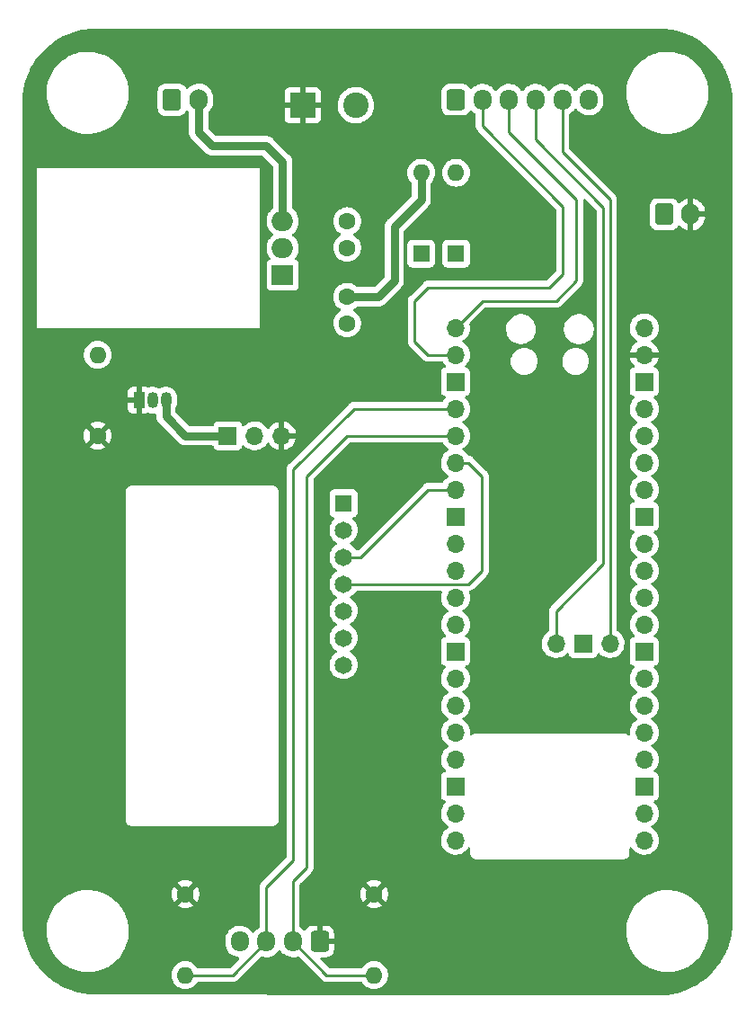
<source format=gbr>
%TF.GenerationSoftware,KiCad,Pcbnew,(6.0.7-1)-1*%
%TF.CreationDate,2024-01-28T18:10:20-08:00*%
%TF.ProjectId,SensorPod-Board,53656e73-6f72-4506-9f64-2d426f617264,rev?*%
%TF.SameCoordinates,Original*%
%TF.FileFunction,Copper,L2,Bot*%
%TF.FilePolarity,Positive*%
%FSLAX46Y46*%
G04 Gerber Fmt 4.6, Leading zero omitted, Abs format (unit mm)*
G04 Created by KiCad (PCBNEW (6.0.7-1)-1) date 2024-01-28 18:10:20*
%MOMM*%
%LPD*%
G01*
G04 APERTURE LIST*
G04 Aperture macros list*
%AMRoundRect*
0 Rectangle with rounded corners*
0 $1 Rounding radius*
0 $2 $3 $4 $5 $6 $7 $8 $9 X,Y pos of 4 corners*
0 Add a 4 corners polygon primitive as box body*
4,1,4,$2,$3,$4,$5,$6,$7,$8,$9,$2,$3,0*
0 Add four circle primitives for the rounded corners*
1,1,$1+$1,$2,$3*
1,1,$1+$1,$4,$5*
1,1,$1+$1,$6,$7*
1,1,$1+$1,$8,$9*
0 Add four rect primitives between the rounded corners*
20,1,$1+$1,$2,$3,$4,$5,0*
20,1,$1+$1,$4,$5,$6,$7,0*
20,1,$1+$1,$6,$7,$8,$9,0*
20,1,$1+$1,$8,$9,$2,$3,0*%
G04 Aperture macros list end*
%TA.AperFunction,ComponentPad*%
%ADD10C,2.400000*%
%TD*%
%TA.AperFunction,ComponentPad*%
%ADD11R,2.400000X2.400000*%
%TD*%
%TA.AperFunction,ComponentPad*%
%ADD12C,1.600000*%
%TD*%
%TA.AperFunction,ComponentPad*%
%ADD13O,1.600000X1.600000*%
%TD*%
%TA.AperFunction,ComponentPad*%
%ADD14R,2.000000X1.905000*%
%TD*%
%TA.AperFunction,ComponentPad*%
%ADD15O,2.000000X1.905000*%
%TD*%
%TA.AperFunction,ComponentPad*%
%ADD16RoundRect,0.250000X-0.600000X-0.750000X0.600000X-0.750000X0.600000X0.750000X-0.600000X0.750000X0*%
%TD*%
%TA.AperFunction,ComponentPad*%
%ADD17O,1.700000X2.000000*%
%TD*%
%TA.AperFunction,ComponentPad*%
%ADD18R,1.600000X1.600000*%
%TD*%
%TA.AperFunction,ComponentPad*%
%ADD19RoundRect,0.250000X-0.600000X-0.725000X0.600000X-0.725000X0.600000X0.725000X-0.600000X0.725000X0*%
%TD*%
%TA.AperFunction,ComponentPad*%
%ADD20O,1.700000X1.950000*%
%TD*%
%TA.AperFunction,ComponentPad*%
%ADD21R,1.050000X1.500000*%
%TD*%
%TA.AperFunction,ComponentPad*%
%ADD22O,1.050000X1.500000*%
%TD*%
%TA.AperFunction,ComponentPad*%
%ADD23R,1.700000X1.700000*%
%TD*%
%TA.AperFunction,ComponentPad*%
%ADD24O,1.700000X1.700000*%
%TD*%
%TA.AperFunction,ComponentPad*%
%ADD25RoundRect,0.250000X0.600000X0.725000X-0.600000X0.725000X-0.600000X-0.725000X0.600000X-0.725000X0*%
%TD*%
%TA.AperFunction,ComponentPad*%
%ADD26R,1.650000X1.650000*%
%TD*%
%TA.AperFunction,ComponentPad*%
%ADD27C,1.650000*%
%TD*%
%TA.AperFunction,Conductor*%
%ADD28C,0.250000*%
%TD*%
%TA.AperFunction,Conductor*%
%ADD29C,0.800000*%
%TD*%
G04 APERTURE END LIST*
D10*
%TO.P,C1,2*%
%TO.N,GND*%
X118286041Y-52705000D03*
D11*
%TO.P,C1,1*%
%TO.N,+3.3V*%
X113286041Y-52705000D03*
%TD*%
D12*
%TO.P,R1,1*%
%TO.N,+3.3V*%
X102235000Y-127000000D03*
D13*
%TO.P,R1,2*%
%TO.N,Net-(J2-Pad3)*%
X102235000Y-134620000D03*
%TD*%
D12*
%TO.P,C3,1*%
%TO.N,Net-(C3-Pad1)*%
X117475000Y-63620000D03*
%TO.P,C3,2*%
%TO.N,GND*%
X117475000Y-66120000D03*
%TD*%
%TO.P,R3,1*%
%TO.N,+3.3V*%
X93980000Y-83820000D03*
D13*
%TO.P,R3,2*%
%TO.N,Net-(Q1-Pad2)*%
X93980000Y-76200000D03*
%TD*%
D14*
%TO.P,U3,1,GND*%
%TO.N,GND*%
X111400000Y-68700000D03*
D15*
%TO.P,U3,2,VO*%
%TO.N,Net-(C2-Pad1)*%
X111400000Y-66160000D03*
%TO.P,U3,3,VI*%
%TO.N,Net-(C3-Pad1)*%
X111400000Y-63620000D03*
%TD*%
D16*
%TO.P,J4,1,Pin_1*%
%TO.N,GND*%
X100985000Y-52180000D03*
D17*
%TO.P,J4,2,Pin_2*%
%TO.N,Net-(C3-Pad1)*%
X103485000Y-52180000D03*
%TD*%
D18*
%TO.P,D2,1,K*%
%TO.N,Net-(D1-Pad1)*%
X124460000Y-66675000D03*
D13*
%TO.P,D2,2,A*%
%TO.N,Net-(C2-Pad1)*%
X124460000Y-59055000D03*
%TD*%
D19*
%TO.P,J1,1,Pin_1*%
%TO.N,Net-(J1-Pad1)*%
X127735000Y-52180000D03*
D20*
%TO.P,J1,2,Pin_2*%
%TO.N,Net-(J1-Pad2)*%
X130235000Y-52180000D03*
%TO.P,J1,3,Pin_3*%
%TO.N,Net-(J1-Pad3)*%
X132735000Y-52180000D03*
%TO.P,J1,4,Pin_4*%
%TO.N,Net-(J1-Pad4)*%
X135235000Y-52180000D03*
%TO.P,J1,5,Pin_5*%
%TO.N,Net-(J1-Pad5)*%
X137735000Y-52180000D03*
%TO.P,J1,6,Pin_6*%
%TO.N,GND*%
X140235000Y-52180000D03*
%TD*%
D12*
%TO.P,C2,1*%
%TO.N,Net-(C2-Pad1)*%
X117475000Y-70735000D03*
%TO.P,C2,2*%
%TO.N,GND*%
X117475000Y-73235000D03*
%TD*%
D21*
%TO.P,Q1,1,S*%
%TO.N,+3.3V*%
X97860000Y-80460000D03*
D22*
%TO.P,Q1,2,G*%
%TO.N,Net-(Q1-Pad2)*%
X99130000Y-80460000D03*
%TO.P,Q1,3,D*%
%TO.N,Net-(J5-Pad1)*%
X100400000Y-80460000D03*
%TD*%
D16*
%TO.P,J3,1,Pin_1*%
%TO.N,Net-(D1-Pad1)*%
X147340000Y-62975000D03*
D17*
%TO.P,J3,2,Pin_2*%
%TO.N,+3.3V*%
X149840000Y-62975000D03*
%TD*%
D23*
%TO.P,J5,1,Pin_1*%
%TO.N,Net-(J5-Pad1)*%
X106224286Y-83820000D03*
D24*
%TO.P,J5,2,Pin_2*%
%TO.N,Net-(J5-Pad2)*%
X108764286Y-83820000D03*
%TO.P,J5,3,Pin_3*%
%TO.N,+3.3V*%
X111304286Y-83820000D03*
%TD*%
D12*
%TO.P,R2,1*%
%TO.N,+3.3V*%
X120015000Y-127000000D03*
D13*
%TO.P,R2,2*%
%TO.N,Net-(J2-Pad2)*%
X120015000Y-134620000D03*
%TD*%
D24*
%TO.P,U1,1,GPIO0*%
%TO.N,Net-(J1-Pad3)*%
X127685900Y-73660000D03*
%TO.P,U1,2,GPIO1*%
%TO.N,Net-(J1-Pad2)*%
X127685900Y-76200000D03*
D23*
%TO.P,U1,3,GND*%
%TO.N,GND*%
X127685900Y-78740000D03*
D24*
%TO.P,U1,4,GPIO2*%
%TO.N,Net-(J2-Pad3)*%
X127685900Y-81280000D03*
%TO.P,U1,5,GPIO3*%
%TO.N,Net-(J2-Pad2)*%
X127685900Y-83820000D03*
%TO.P,U1,6,GPIO4*%
%TO.N,Net-(U1-Pad6)*%
X127685900Y-86360000D03*
%TO.P,U1,7,GPIO5*%
%TO.N,Net-(U1-Pad7)*%
X127685900Y-88900000D03*
D23*
%TO.P,U1,8,GND*%
%TO.N,GND*%
X127685900Y-91440000D03*
D24*
%TO.P,U1,9,GPIO6*%
%TO.N,Net-(Q1-Pad2)*%
X127685900Y-93980000D03*
%TO.P,U1,10,GPIO7*%
%TO.N,unconnected-(U1-Pad10)*%
X127685900Y-96520000D03*
%TO.P,U1,11,GPIO8*%
%TO.N,unconnected-(U1-Pad11)*%
X127685900Y-99060000D03*
%TO.P,U1,12,GPIO9*%
%TO.N,unconnected-(U1-Pad12)*%
X127685900Y-101600000D03*
D23*
%TO.P,U1,13,GND*%
%TO.N,GND*%
X127685900Y-104140000D03*
D24*
%TO.P,U1,14,GPIO10*%
%TO.N,unconnected-(U1-Pad14)*%
X127685900Y-106680000D03*
%TO.P,U1,15,GPIO11*%
%TO.N,unconnected-(U1-Pad15)*%
X127685900Y-109220000D03*
%TO.P,U1,16,GPIO12*%
%TO.N,unconnected-(U1-Pad16)*%
X127685900Y-111760000D03*
%TO.P,U1,17,GPIO13*%
%TO.N,unconnected-(U1-Pad17)*%
X127685900Y-114300000D03*
D23*
%TO.P,U1,18,GND*%
%TO.N,GND*%
X127685900Y-116840000D03*
D24*
%TO.P,U1,19,GPIO14*%
%TO.N,unconnected-(U1-Pad19)*%
X127685900Y-119380000D03*
%TO.P,U1,20,GPIO15*%
%TO.N,unconnected-(U1-Pad20)*%
X127685900Y-121920000D03*
%TO.P,U1,21,GPIO16*%
%TO.N,unconnected-(U1-Pad21)*%
X145465900Y-121920000D03*
%TO.P,U1,22,GPIO17*%
%TO.N,unconnected-(U1-Pad22)*%
X145465900Y-119380000D03*
D23*
%TO.P,U1,23,GND*%
%TO.N,GND*%
X145465900Y-116840000D03*
D24*
%TO.P,U1,24,GPIO18*%
%TO.N,unconnected-(U1-Pad24)*%
X145465900Y-114300000D03*
%TO.P,U1,25,GPIO19*%
%TO.N,unconnected-(U1-Pad25)*%
X145465900Y-111760000D03*
%TO.P,U1,26,GPIO20*%
%TO.N,unconnected-(U1-Pad26)*%
X145465900Y-109220000D03*
%TO.P,U1,27,GPIO21*%
%TO.N,unconnected-(U1-Pad27)*%
X145465900Y-106680000D03*
D23*
%TO.P,U1,28,GND*%
%TO.N,GND*%
X145465900Y-104140000D03*
D24*
%TO.P,U1,29,GPIO22*%
%TO.N,unconnected-(U1-Pad29)*%
X145465900Y-101600000D03*
%TO.P,U1,30,RUN*%
%TO.N,unconnected-(U1-Pad30)*%
X145465900Y-99060000D03*
%TO.P,U1,31,GPIO26_ADC0*%
%TO.N,unconnected-(U1-Pad31)*%
X145465900Y-96520000D03*
%TO.P,U1,32,GPIO27_ADC1*%
%TO.N,unconnected-(U1-Pad32)*%
X145465900Y-93980000D03*
D23*
%TO.P,U1,33,AGND*%
%TO.N,GND*%
X145465900Y-91440000D03*
D24*
%TO.P,U1,34,GPIO28_ADC2*%
%TO.N,unconnected-(U1-Pad34)*%
X145465900Y-88900000D03*
%TO.P,U1,35,ADC_VREF*%
%TO.N,unconnected-(U1-Pad35)*%
X145465900Y-86360000D03*
%TO.P,U1,36,3V3*%
%TO.N,unconnected-(U1-Pad36)*%
X145465900Y-83820000D03*
%TO.P,U1,37,3V3_EN*%
%TO.N,unconnected-(U1-Pad37)*%
X145465900Y-81280000D03*
D23*
%TO.P,U1,38,GND*%
%TO.N,GND*%
X145465900Y-78740000D03*
D24*
%TO.P,U1,39,VSYS*%
%TO.N,+3.3V*%
X145465900Y-76200000D03*
%TO.P,U1,40,VBUS*%
%TO.N,unconnected-(U1-Pad40)*%
X145465900Y-73660000D03*
%TO.P,U1,41,SWCLK*%
%TO.N,Net-(J1-Pad4)*%
X137160000Y-103390000D03*
D23*
%TO.P,U1,42,GND*%
%TO.N,GND*%
X139700000Y-103390000D03*
D24*
%TO.P,U1,43,SWDIO*%
%TO.N,Net-(J1-Pad5)*%
X142240000Y-103390000D03*
%TD*%
D18*
%TO.P,D1,1,K*%
%TO.N,Net-(D1-Pad1)*%
X127735000Y-66675000D03*
D13*
%TO.P,D1,2,A*%
%TO.N,Net-(J1-Pad1)*%
X127735000Y-59055000D03*
%TD*%
D25*
%TO.P,J2,1,Pin_1*%
%TO.N,+3.3V*%
X114875000Y-131445000D03*
D20*
%TO.P,J2,2,Pin_2*%
%TO.N,Net-(J2-Pad2)*%
X112375000Y-131445000D03*
%TO.P,J2,3,Pin_3*%
%TO.N,Net-(J2-Pad3)*%
X109875000Y-131445000D03*
%TO.P,J2,4,Pin_4*%
%TO.N,GND*%
X107375000Y-131445000D03*
%TD*%
D26*
%TO.P,U2,1,VDD*%
%TO.N,Net-(J5-Pad2)*%
X117145000Y-90170000D03*
D27*
%TO.P,U2,2,GND*%
%TO.N,GND*%
X117145000Y-92710000D03*
%TO.P,U2,3,TX/SCL*%
%TO.N,Net-(U1-Pad7)*%
X117145000Y-95250000D03*
%TO.P,U2,4,RX/SDA*%
%TO.N,Net-(U1-Pad6)*%
X117145000Y-97790000D03*
%TO.P,U2,5,RDY*%
%TO.N,unconnected-(U2-Pad5)*%
X117145000Y-100330000D03*
%TO.P,U2,6,PWM*%
%TO.N,unconnected-(U2-Pad6)*%
X117145000Y-102870000D03*
%TO.P,U2,7,SEL*%
%TO.N,GND*%
X117145000Y-105410000D03*
%TD*%
D28*
%TO.N,Net-(J1-Pad4)*%
X137160000Y-103390000D02*
X137160000Y-100330000D01*
X137160000Y-100330000D02*
X141605000Y-95885000D01*
X141605000Y-95885000D02*
X141605000Y-62320000D01*
X141605000Y-62320000D02*
X135235000Y-55950000D01*
X135235000Y-55950000D02*
X135235000Y-52180000D01*
%TO.N,Net-(J1-Pad5)*%
X142240000Y-103390000D02*
X142240000Y-61595000D01*
X142240000Y-61595000D02*
X137735000Y-57090000D01*
X137735000Y-57090000D02*
X137735000Y-52180000D01*
%TO.N,Net-(J1-Pad3)*%
X127685900Y-73660000D02*
X130225900Y-71120000D01*
X130225900Y-71120000D02*
X137160000Y-71120000D01*
X137160000Y-71120000D02*
X139065000Y-69215000D01*
X139065000Y-69215000D02*
X139065000Y-61595000D01*
X139065000Y-61595000D02*
X132735000Y-55265000D01*
X132735000Y-55265000D02*
X132735000Y-52180000D01*
%TO.N,Net-(J1-Pad2)*%
X125095000Y-76200000D02*
X123825000Y-74930000D01*
X125095000Y-69850000D02*
X136525000Y-69850000D01*
X136525000Y-69850000D02*
X137795000Y-68580000D01*
X137795000Y-62230000D02*
X130235000Y-54670000D01*
X123825000Y-74930000D02*
X123825000Y-71120000D01*
X123825000Y-71120000D02*
X125095000Y-69850000D01*
X127685900Y-76200000D02*
X125095000Y-76200000D01*
X137795000Y-68580000D02*
X137795000Y-62230000D01*
X130235000Y-54670000D02*
X130235000Y-52180000D01*
D29*
%TO.N,Net-(C3-Pad1)*%
X103485000Y-52180000D02*
X103485000Y-55225000D01*
X103485000Y-55225000D02*
X104775000Y-56515000D01*
X104775000Y-56515000D02*
X109855000Y-56515000D01*
X109855000Y-56515000D02*
X111400000Y-58060000D01*
X111400000Y-58060000D02*
X111400000Y-63620000D01*
%TO.N,Net-(C2-Pad1)*%
X124460000Y-59055000D02*
X124460000Y-61595000D01*
X124460000Y-61595000D02*
X121920000Y-64135000D01*
X121920000Y-64135000D02*
X121920000Y-69215000D01*
X120400000Y-70735000D02*
X117475000Y-70735000D01*
X121920000Y-69215000D02*
X120400000Y-70735000D01*
D28*
%TO.N,Net-(J2-Pad2)*%
X113665000Y-87630000D02*
X113665000Y-124460000D01*
X112375000Y-131445000D02*
X115550000Y-134620000D01*
X115550000Y-134620000D02*
X120015000Y-134620000D01*
X113665000Y-124460000D02*
X112375000Y-125750000D01*
X117475000Y-83820000D02*
X113665000Y-87630000D01*
X127685900Y-83820000D02*
X117475000Y-83820000D01*
X112375000Y-125750000D02*
X112375000Y-131445000D01*
%TO.N,Net-(J2-Pad3)*%
X112395000Y-123825000D02*
X109855000Y-126365000D01*
X127685900Y-81280000D02*
X118110000Y-81280000D01*
X109855000Y-126365000D02*
X109875000Y-126385000D01*
X112395000Y-86995000D02*
X112395000Y-123825000D01*
X109875000Y-126385000D02*
X109875000Y-131445000D01*
X109875000Y-131445000D02*
X106700000Y-134620000D01*
X118110000Y-81280000D02*
X112395000Y-86995000D01*
X106700000Y-134620000D02*
X102235000Y-134620000D01*
%TO.N,Net-(U1-Pad6)*%
X130175000Y-96520000D02*
X130175000Y-87630000D01*
X128905000Y-86360000D02*
X127685900Y-86360000D01*
X128905000Y-97790000D02*
X130175000Y-96520000D01*
X117145000Y-97790000D02*
X128905000Y-97790000D01*
X130175000Y-87630000D02*
X128905000Y-86360000D01*
%TO.N,Net-(U1-Pad7)*%
X127685900Y-88900000D02*
X125095000Y-88900000D01*
X117145000Y-95250000D02*
X118745000Y-95250000D01*
X118745000Y-95250000D02*
X125095000Y-88900000D01*
D29*
%TO.N,Net-(J5-Pad1)*%
X100400000Y-81985000D02*
X102235000Y-83820000D01*
X100400000Y-80460000D02*
X100400000Y-81985000D01*
X102235000Y-83820000D02*
X106224286Y-83820000D01*
%TD*%
%TA.AperFunction,Conductor*%
%TO.N,+3.3V*%
G36*
X146803320Y-45473505D02*
G01*
X147048426Y-45475692D01*
X147056291Y-45476008D01*
X147169188Y-45484083D01*
X147548111Y-45511184D01*
X147557031Y-45512144D01*
X147856020Y-45555132D01*
X148042275Y-45581912D01*
X148051106Y-45583504D01*
X148530182Y-45687721D01*
X148538850Y-45689934D01*
X149009249Y-45828055D01*
X149017759Y-45830887D01*
X149477112Y-46002217D01*
X149485420Y-46005659D01*
X149931346Y-46209305D01*
X149939374Y-46213324D01*
X150369652Y-46448273D01*
X150377388Y-46452863D01*
X150789814Y-46717913D01*
X150797202Y-46723043D01*
X151048825Y-46911405D01*
X151175215Y-47006020D01*
X151189639Y-47016818D01*
X151196642Y-47022461D01*
X151567141Y-47343499D01*
X151573725Y-47349629D01*
X151920385Y-47696290D01*
X151926513Y-47702873D01*
X152044626Y-47839182D01*
X152247530Y-48073346D01*
X152253169Y-48080343D01*
X152546967Y-48472812D01*
X152552097Y-48480200D01*
X152817132Y-48892604D01*
X152821721Y-48900339D01*
X153056667Y-49330609D01*
X153060694Y-49338653D01*
X153264339Y-49784575D01*
X153267781Y-49792884D01*
X153439113Y-50252243D01*
X153441945Y-50260753D01*
X153577672Y-50722998D01*
X153580059Y-50731126D01*
X153582280Y-50739830D01*
X153629230Y-50955652D01*
X153686490Y-51218872D01*
X153688087Y-51227723D01*
X153698499Y-51300139D01*
X153757858Y-51712983D01*
X153758817Y-51721900D01*
X153776522Y-51969461D01*
X153793992Y-52213730D01*
X153794308Y-52221594D01*
X153796495Y-52466704D01*
X153796500Y-52467828D01*
X153796500Y-129537196D01*
X153796495Y-129538320D01*
X153794308Y-129783426D01*
X153793992Y-129791291D01*
X153759100Y-130279148D01*
X153758817Y-130283099D01*
X153757856Y-130292031D01*
X153716560Y-130579248D01*
X153688087Y-130777277D01*
X153686495Y-130786108D01*
X153582276Y-131265192D01*
X153580063Y-131273860D01*
X153449913Y-131717115D01*
X153441948Y-131744240D01*
X153439112Y-131752762D01*
X153313134Y-132090522D01*
X153267783Y-132212112D01*
X153264341Y-132220420D01*
X153074206Y-132636760D01*
X153060696Y-132666342D01*
X153056673Y-132674378D01*
X152854483Y-133044664D01*
X152821727Y-133104652D01*
X152817138Y-133112386D01*
X152802007Y-133135930D01*
X152552093Y-133524805D01*
X152546963Y-133532193D01*
X152253176Y-133924645D01*
X152247533Y-133931648D01*
X151926486Y-134302157D01*
X151920356Y-134308740D01*
X151573730Y-134655366D01*
X151567147Y-134661495D01*
X151209723Y-134971205D01*
X151196653Y-134982530D01*
X151189656Y-134988169D01*
X151111298Y-135046827D01*
X150797192Y-135281963D01*
X150789804Y-135287093D01*
X150377400Y-135552130D01*
X150369667Y-135556718D01*
X149939377Y-135791675D01*
X149931349Y-135795693D01*
X149803053Y-135854284D01*
X149485415Y-135999344D01*
X149477105Y-136002786D01*
X149017774Y-136174107D01*
X149009240Y-136176947D01*
X148538860Y-136315064D01*
X148530199Y-136317275D01*
X148051118Y-136421493D01*
X148042288Y-136423086D01*
X147557017Y-136492857D01*
X147548074Y-136493818D01*
X147056271Y-136528992D01*
X147048406Y-136529308D01*
X146803686Y-136531491D01*
X146802419Y-136531496D01*
X126184735Y-136508132D01*
X93862897Y-136471503D01*
X93862151Y-136471500D01*
X93671429Y-136469798D01*
X93616573Y-136469308D01*
X93608709Y-136468992D01*
X93495812Y-136460917D01*
X93116889Y-136433816D01*
X93107969Y-136432856D01*
X92791618Y-136387371D01*
X92622723Y-136363087D01*
X92613892Y-136361495D01*
X92134808Y-136257276D01*
X92126140Y-136255063D01*
X91655748Y-136116944D01*
X91647238Y-136114112D01*
X91187888Y-135942783D01*
X91179579Y-135939341D01*
X90993330Y-135854284D01*
X90733650Y-135735692D01*
X90725622Y-135731673D01*
X90295345Y-135496725D01*
X90287612Y-135492137D01*
X90237278Y-135459789D01*
X90173083Y-135418534D01*
X89875195Y-135227093D01*
X89867807Y-135221963D01*
X89475355Y-134928176D01*
X89468352Y-134922533D01*
X89119209Y-134620000D01*
X100921502Y-134620000D01*
X100941457Y-134848087D01*
X100942881Y-134853400D01*
X100942881Y-134853402D01*
X100995934Y-135051395D01*
X101000716Y-135069243D01*
X101003039Y-135074224D01*
X101003039Y-135074225D01*
X101095151Y-135271762D01*
X101095154Y-135271767D01*
X101097477Y-135276749D01*
X101228802Y-135464300D01*
X101390700Y-135626198D01*
X101395208Y-135629355D01*
X101395211Y-135629357D01*
X101473389Y-135684098D01*
X101578251Y-135757523D01*
X101583233Y-135759846D01*
X101583238Y-135759849D01*
X101780775Y-135851961D01*
X101785757Y-135854284D01*
X101791065Y-135855706D01*
X101791067Y-135855707D01*
X102001598Y-135912119D01*
X102001600Y-135912119D01*
X102006913Y-135913543D01*
X102235000Y-135933498D01*
X102463087Y-135913543D01*
X102468400Y-135912119D01*
X102468402Y-135912119D01*
X102678933Y-135855707D01*
X102678935Y-135855706D01*
X102684243Y-135854284D01*
X102689225Y-135851961D01*
X102886762Y-135759849D01*
X102886767Y-135759846D01*
X102891749Y-135757523D01*
X102996611Y-135684098D01*
X103074789Y-135629357D01*
X103074792Y-135629355D01*
X103079300Y-135626198D01*
X103241198Y-135464300D01*
X103273244Y-135418534D01*
X103351181Y-135307229D01*
X103406638Y-135262901D01*
X103454394Y-135253500D01*
X106621233Y-135253500D01*
X106632416Y-135254027D01*
X106639909Y-135255702D01*
X106647835Y-135255453D01*
X106647836Y-135255453D01*
X106707986Y-135253562D01*
X106711945Y-135253500D01*
X106739856Y-135253500D01*
X106743791Y-135253003D01*
X106743856Y-135252995D01*
X106755693Y-135252062D01*
X106787951Y-135251048D01*
X106791970Y-135250922D01*
X106799889Y-135250673D01*
X106819343Y-135245021D01*
X106838700Y-135241013D01*
X106850930Y-135239468D01*
X106850931Y-135239468D01*
X106858797Y-135238474D01*
X106866168Y-135235555D01*
X106866170Y-135235555D01*
X106899912Y-135222196D01*
X106911142Y-135218351D01*
X106945983Y-135208229D01*
X106945984Y-135208229D01*
X106953593Y-135206018D01*
X106960412Y-135201985D01*
X106960417Y-135201983D01*
X106971028Y-135195707D01*
X106988776Y-135187012D01*
X107007617Y-135179552D01*
X107043387Y-135153564D01*
X107053307Y-135147048D01*
X107084535Y-135128580D01*
X107084538Y-135128578D01*
X107091362Y-135124542D01*
X107105683Y-135110221D01*
X107120717Y-135097380D01*
X107130694Y-135090131D01*
X107137107Y-135085472D01*
X107165298Y-135051395D01*
X107173288Y-135042616D01*
X109323982Y-132891923D01*
X109386294Y-132857897D01*
X109450441Y-132860686D01*
X109582227Y-132901607D01*
X109587516Y-132902308D01*
X109805489Y-132931198D01*
X109805494Y-132931198D01*
X109810774Y-132931898D01*
X109816103Y-132931698D01*
X109816105Y-132931698D01*
X109925966Y-132927573D01*
X110041158Y-132923249D01*
X110266791Y-132875907D01*
X110271750Y-132873949D01*
X110271752Y-132873948D01*
X110476256Y-132793185D01*
X110476258Y-132793184D01*
X110481221Y-132791224D01*
X110580184Y-132731172D01*
X110673757Y-132674390D01*
X110673756Y-132674390D01*
X110678317Y-132671623D01*
X110718493Y-132636760D01*
X110848412Y-132524023D01*
X110848414Y-132524021D01*
X110852445Y-132520523D01*
X110886516Y-132478970D01*
X110995240Y-132346373D01*
X110995244Y-132346367D01*
X110998624Y-132342245D01*
X111016552Y-132310750D01*
X111067632Y-132261445D01*
X111137262Y-132247583D01*
X111203333Y-132273566D01*
X111230573Y-132302716D01*
X111312441Y-132424319D01*
X111471576Y-132591135D01*
X111475854Y-132594318D01*
X111497516Y-132610435D01*
X111656542Y-132728754D01*
X111661293Y-132731170D01*
X111661297Y-132731172D01*
X111723704Y-132762901D01*
X111862051Y-132833240D01*
X111867145Y-132834822D01*
X111867148Y-132834823D01*
X112051040Y-132891923D01*
X112082227Y-132901607D01*
X112087516Y-132902308D01*
X112305489Y-132931198D01*
X112305494Y-132931198D01*
X112310774Y-132931898D01*
X112316103Y-132931698D01*
X112316105Y-132931698D01*
X112425966Y-132927573D01*
X112541158Y-132923249D01*
X112766791Y-132875907D01*
X112792548Y-132865735D01*
X112863253Y-132859315D01*
X112927926Y-132893831D01*
X115046348Y-135012253D01*
X115053888Y-135020539D01*
X115058000Y-135027018D01*
X115063777Y-135032443D01*
X115107651Y-135073643D01*
X115110493Y-135076398D01*
X115130230Y-135096135D01*
X115133427Y-135098615D01*
X115142447Y-135106318D01*
X115174679Y-135136586D01*
X115181625Y-135140405D01*
X115181628Y-135140407D01*
X115192434Y-135146348D01*
X115208953Y-135157199D01*
X115224959Y-135169614D01*
X115232228Y-135172759D01*
X115232232Y-135172762D01*
X115265537Y-135187174D01*
X115276187Y-135192391D01*
X115314940Y-135213695D01*
X115322615Y-135215666D01*
X115322616Y-135215666D01*
X115334562Y-135218733D01*
X115353267Y-135225137D01*
X115371855Y-135233181D01*
X115379678Y-135234420D01*
X115379688Y-135234423D01*
X115415524Y-135240099D01*
X115427144Y-135242505D01*
X115458959Y-135250673D01*
X115469970Y-135253500D01*
X115490224Y-135253500D01*
X115509934Y-135255051D01*
X115529943Y-135258220D01*
X115537835Y-135257474D01*
X115556580Y-135255702D01*
X115573962Y-135254059D01*
X115585819Y-135253500D01*
X118795606Y-135253500D01*
X118863727Y-135273502D01*
X118898819Y-135307229D01*
X118976756Y-135418534D01*
X119008802Y-135464300D01*
X119170700Y-135626198D01*
X119175208Y-135629355D01*
X119175211Y-135629357D01*
X119253389Y-135684098D01*
X119358251Y-135757523D01*
X119363233Y-135759846D01*
X119363238Y-135759849D01*
X119560775Y-135851961D01*
X119565757Y-135854284D01*
X119571065Y-135855706D01*
X119571067Y-135855707D01*
X119781598Y-135912119D01*
X119781600Y-135912119D01*
X119786913Y-135913543D01*
X120015000Y-135933498D01*
X120243087Y-135913543D01*
X120248400Y-135912119D01*
X120248402Y-135912119D01*
X120458933Y-135855707D01*
X120458935Y-135855706D01*
X120464243Y-135854284D01*
X120469225Y-135851961D01*
X120666762Y-135759849D01*
X120666767Y-135759846D01*
X120671749Y-135757523D01*
X120776611Y-135684098D01*
X120854789Y-135629357D01*
X120854792Y-135629355D01*
X120859300Y-135626198D01*
X121021198Y-135464300D01*
X121152523Y-135276749D01*
X121154846Y-135271767D01*
X121154849Y-135271762D01*
X121246961Y-135074225D01*
X121246961Y-135074224D01*
X121249284Y-135069243D01*
X121254067Y-135051395D01*
X121307119Y-134853402D01*
X121307119Y-134853400D01*
X121308543Y-134848087D01*
X121328498Y-134620000D01*
X121308543Y-134391913D01*
X121294248Y-134338564D01*
X121250707Y-134176067D01*
X121250706Y-134176065D01*
X121249284Y-134170757D01*
X121244583Y-134160675D01*
X121154849Y-133968238D01*
X121154846Y-133968233D01*
X121152523Y-133963251D01*
X121021198Y-133775700D01*
X120859300Y-133613802D01*
X120854792Y-133610645D01*
X120854789Y-133610643D01*
X120743869Y-133532976D01*
X120671749Y-133482477D01*
X120666767Y-133480154D01*
X120666762Y-133480151D01*
X120469225Y-133388039D01*
X120469224Y-133388039D01*
X120464243Y-133385716D01*
X120458935Y-133384294D01*
X120458933Y-133384293D01*
X120248402Y-133327881D01*
X120248400Y-133327881D01*
X120243087Y-133326457D01*
X120015000Y-133306502D01*
X119786913Y-133326457D01*
X119781600Y-133327881D01*
X119781598Y-133327881D01*
X119571067Y-133384293D01*
X119571065Y-133384294D01*
X119565757Y-133385716D01*
X119560776Y-133388039D01*
X119560775Y-133388039D01*
X119363238Y-133480151D01*
X119363233Y-133480154D01*
X119358251Y-133482477D01*
X119286131Y-133532976D01*
X119175211Y-133610643D01*
X119175208Y-133610645D01*
X119170700Y-133613802D01*
X119008802Y-133775700D01*
X119005645Y-133780208D01*
X119005643Y-133780211D01*
X118898819Y-133932771D01*
X118843362Y-133977099D01*
X118795606Y-133986500D01*
X115864594Y-133986500D01*
X115796473Y-133966498D01*
X115775499Y-133949595D01*
X114968999Y-133143095D01*
X114934973Y-133080783D01*
X114940038Y-133009968D01*
X114982585Y-132953132D01*
X115049105Y-132928321D01*
X115058094Y-132928000D01*
X115522095Y-132927999D01*
X115528614Y-132927662D01*
X115624206Y-132917743D01*
X115637600Y-132914851D01*
X115791784Y-132863412D01*
X115804962Y-132857239D01*
X115942807Y-132771937D01*
X115954208Y-132762901D01*
X116068739Y-132648171D01*
X116077751Y-132636760D01*
X116162816Y-132498757D01*
X116168963Y-132485576D01*
X116220138Y-132331290D01*
X116223005Y-132317914D01*
X116232672Y-132223562D01*
X116233000Y-132217146D01*
X116233000Y-131717115D01*
X116228525Y-131701876D01*
X116227135Y-131700671D01*
X116219452Y-131699000D01*
X114747000Y-131699000D01*
X114678879Y-131678998D01*
X114632386Y-131625342D01*
X114621000Y-131573000D01*
X114621000Y-131172885D01*
X115129000Y-131172885D01*
X115133475Y-131188124D01*
X115134865Y-131189329D01*
X115142548Y-131191000D01*
X116214884Y-131191000D01*
X116230123Y-131186525D01*
X116231328Y-131185135D01*
X116232999Y-131177452D01*
X116232999Y-130672905D01*
X116232662Y-130666386D01*
X116230617Y-130646680D01*
X143774281Y-130646680D01*
X143776572Y-130670473D01*
X143806728Y-130983652D01*
X143811789Y-131036217D01*
X143812412Y-131039336D01*
X143812413Y-131039341D01*
X143847290Y-131213878D01*
X143888471Y-131419969D01*
X144003540Y-131794007D01*
X144004777Y-131796935D01*
X144004779Y-131796941D01*
X144014244Y-131819347D01*
X144155819Y-132154502D01*
X144157353Y-132157305D01*
X144157356Y-132157310D01*
X144198836Y-132233075D01*
X144343749Y-132497763D01*
X144565405Y-132820275D01*
X144567463Y-132822702D01*
X144567464Y-132822703D01*
X144787917Y-133082651D01*
X144818519Y-133118736D01*
X144820811Y-133120941D01*
X144820816Y-133120947D01*
X144935613Y-133231418D01*
X145100498Y-133390091D01*
X145103008Y-133392059D01*
X145103009Y-133392060D01*
X145122998Y-133407733D01*
X145408456Y-133631561D01*
X145411147Y-133633262D01*
X145411151Y-133633265D01*
X145591409Y-133747219D01*
X145739239Y-133840673D01*
X145742087Y-133842093D01*
X145742096Y-133842098D01*
X146025949Y-133983621D01*
X146089461Y-134015287D01*
X146455536Y-134153616D01*
X146833716Y-134254241D01*
X147220129Y-134316135D01*
X147223309Y-134316318D01*
X147223315Y-134316319D01*
X147391798Y-134326033D01*
X147610818Y-134338662D01*
X147612514Y-134338668D01*
X147612517Y-134338668D01*
X147623854Y-134338707D01*
X147637818Y-134338756D01*
X147639491Y-134338671D01*
X147639502Y-134338671D01*
X148025482Y-134319118D01*
X148025487Y-134319117D01*
X148028655Y-134318957D01*
X148219785Y-134289710D01*
X148412330Y-134260247D01*
X148412339Y-134260245D01*
X148415490Y-134259763D01*
X148502502Y-134237260D01*
X148791284Y-134162577D01*
X148791292Y-134162574D01*
X148794364Y-134161780D01*
X148797347Y-134160677D01*
X148797352Y-134160675D01*
X149158409Y-134027115D01*
X149158416Y-134027112D01*
X149161395Y-134026010D01*
X149180987Y-134016412D01*
X149509969Y-133855246D01*
X149509975Y-133855243D01*
X149512828Y-133853845D01*
X149845063Y-133647047D01*
X150071299Y-133472192D01*
X150152174Y-133409685D01*
X150152179Y-133409680D01*
X150154699Y-133407733D01*
X150438566Y-133138354D01*
X150548995Y-133009968D01*
X150691680Y-132844082D01*
X150691682Y-132844079D01*
X150693757Y-132841667D01*
X150917659Y-132520710D01*
X151016992Y-132342245D01*
X151106431Y-132181555D01*
X151106432Y-132181553D01*
X151107981Y-132178770D01*
X151117223Y-132157310D01*
X151261510Y-131822281D01*
X151261514Y-131822271D01*
X151262773Y-131819347D01*
X151380451Y-131446121D01*
X151459809Y-131062913D01*
X151494612Y-130726139D01*
X151499710Y-130676804D01*
X151499710Y-130676801D01*
X151500036Y-130673648D01*
X151500066Y-130656925D01*
X151500473Y-130423357D01*
X151500719Y-130282311D01*
X151469035Y-129964877D01*
X151462168Y-129896080D01*
X151462167Y-129896074D01*
X151461851Y-129892907D01*
X151421354Y-129693857D01*
X151384467Y-129512550D01*
X151384466Y-129512546D01*
X151383831Y-129509425D01*
X151382685Y-129505743D01*
X151268406Y-129138839D01*
X151267457Y-129135791D01*
X151113920Y-128775830D01*
X150924793Y-128433227D01*
X150702012Y-128111491D01*
X150447859Y-127813915D01*
X150343677Y-127714356D01*
X150167241Y-127545751D01*
X150164934Y-127543546D01*
X150049975Y-127454053D01*
X149858652Y-127305112D01*
X149858647Y-127305108D01*
X149856135Y-127303153D01*
X149834666Y-127289685D01*
X149527329Y-127096893D01*
X149524624Y-127095196D01*
X149173795Y-126921805D01*
X148807239Y-126784756D01*
X148428710Y-126685451D01*
X148251035Y-126657628D01*
X148045222Y-126625398D01*
X148045214Y-126625397D01*
X148042084Y-126624907D01*
X148038922Y-126624736D01*
X148038915Y-126624735D01*
X147699172Y-126606336D01*
X147651318Y-126603744D01*
X147648137Y-126603894D01*
X147263606Y-126622027D01*
X147263597Y-126622028D01*
X147260414Y-126622178D01*
X147257257Y-126622650D01*
X147257255Y-126622650D01*
X147199980Y-126631210D01*
X146873375Y-126680022D01*
X146870293Y-126680808D01*
X146870291Y-126680808D01*
X146497249Y-126775895D01*
X146497247Y-126775896D01*
X146494162Y-126776682D01*
X146234295Y-126871780D01*
X146129647Y-126910075D01*
X146129644Y-126910076D01*
X146126658Y-126911169D01*
X145774627Y-127082106D01*
X145441672Y-127287743D01*
X145439142Y-127289684D01*
X145439141Y-127289685D01*
X145341761Y-127364408D01*
X145131203Y-127525975D01*
X144846397Y-127794362D01*
X144844313Y-127796767D01*
X144844308Y-127796773D01*
X144827357Y-127816342D01*
X144590172Y-128090156D01*
X144365151Y-128410329D01*
X144173637Y-128751603D01*
X144017591Y-129110484D01*
X144008542Y-129138839D01*
X143900386Y-129477736D01*
X143898611Y-129483297D01*
X143891611Y-129516513D01*
X143818574Y-129863100D01*
X143818572Y-129863110D01*
X143817916Y-129866225D01*
X143817578Y-129869388D01*
X143817577Y-129869394D01*
X143777775Y-130241829D01*
X143776330Y-130255347D01*
X143776313Y-130258533D01*
X143776313Y-130258539D01*
X143775751Y-130365977D01*
X143774281Y-130646680D01*
X116230617Y-130646680D01*
X116222743Y-130570794D01*
X116219851Y-130557400D01*
X116168412Y-130403216D01*
X116162239Y-130390038D01*
X116076937Y-130252193D01*
X116067901Y-130240792D01*
X115953171Y-130126261D01*
X115941760Y-130117249D01*
X115803757Y-130032184D01*
X115790576Y-130026037D01*
X115636290Y-129974862D01*
X115622914Y-129971995D01*
X115528562Y-129962328D01*
X115522145Y-129962000D01*
X115147115Y-129962000D01*
X115131876Y-129966475D01*
X115130671Y-129967865D01*
X115129000Y-129975548D01*
X115129000Y-131172885D01*
X114621000Y-131172885D01*
X114621000Y-129980116D01*
X114616525Y-129964877D01*
X114615135Y-129963672D01*
X114607452Y-129962001D01*
X114227905Y-129962001D01*
X114221386Y-129962338D01*
X114125794Y-129972257D01*
X114112400Y-129975149D01*
X113958216Y-130026588D01*
X113945038Y-130032761D01*
X113807193Y-130118063D01*
X113795792Y-130127099D01*
X113681261Y-130241829D01*
X113672247Y-130253243D01*
X113586277Y-130392713D01*
X113533505Y-130440207D01*
X113463434Y-130451631D01*
X113398310Y-130423357D01*
X113387847Y-130413570D01*
X113367951Y-130392713D01*
X113278424Y-130298865D01*
X113251924Y-130279148D01*
X113097740Y-130164432D01*
X113097741Y-130164432D01*
X113093458Y-130161246D01*
X113088706Y-130158830D01*
X113088698Y-130158825D01*
X113077394Y-130153078D01*
X113025737Y-130104375D01*
X113008500Y-130040762D01*
X113008500Y-128086062D01*
X119293493Y-128086062D01*
X119302789Y-128098077D01*
X119353994Y-128133931D01*
X119363489Y-128139414D01*
X119560947Y-128231490D01*
X119571239Y-128235236D01*
X119781688Y-128291625D01*
X119792481Y-128293528D01*
X120009525Y-128312517D01*
X120020475Y-128312517D01*
X120237519Y-128293528D01*
X120248312Y-128291625D01*
X120458761Y-128235236D01*
X120469053Y-128231490D01*
X120666511Y-128139414D01*
X120676006Y-128133931D01*
X120728048Y-128097491D01*
X120736424Y-128087012D01*
X120729356Y-128073566D01*
X120027812Y-127372022D01*
X120013868Y-127364408D01*
X120012035Y-127364539D01*
X120005420Y-127368790D01*
X119299923Y-128074287D01*
X119293493Y-128086062D01*
X113008500Y-128086062D01*
X113008500Y-127005475D01*
X118702483Y-127005475D01*
X118721472Y-127222519D01*
X118723375Y-127233312D01*
X118779764Y-127443761D01*
X118783510Y-127454053D01*
X118875586Y-127651511D01*
X118881069Y-127661006D01*
X118917509Y-127713048D01*
X118927988Y-127721424D01*
X118941434Y-127714356D01*
X119642978Y-127012812D01*
X119649356Y-127001132D01*
X120379408Y-127001132D01*
X120379539Y-127002965D01*
X120383790Y-127009580D01*
X121089287Y-127715077D01*
X121101062Y-127721507D01*
X121113077Y-127712211D01*
X121148931Y-127661006D01*
X121154414Y-127651511D01*
X121246490Y-127454053D01*
X121250236Y-127443761D01*
X121306625Y-127233312D01*
X121308528Y-127222519D01*
X121327517Y-127005475D01*
X121327517Y-126994525D01*
X121308528Y-126777481D01*
X121306625Y-126766688D01*
X121250236Y-126556239D01*
X121246490Y-126545947D01*
X121154414Y-126348489D01*
X121148931Y-126338994D01*
X121112491Y-126286952D01*
X121102012Y-126278576D01*
X121088566Y-126285644D01*
X120387022Y-126987188D01*
X120379408Y-127001132D01*
X119649356Y-127001132D01*
X119650592Y-126998868D01*
X119650461Y-126997035D01*
X119646210Y-126990420D01*
X118940713Y-126284923D01*
X118928938Y-126278493D01*
X118916923Y-126287789D01*
X118881069Y-126338994D01*
X118875586Y-126348489D01*
X118783510Y-126545947D01*
X118779764Y-126556239D01*
X118723375Y-126766688D01*
X118721472Y-126777481D01*
X118702483Y-126994525D01*
X118702483Y-127005475D01*
X113008500Y-127005475D01*
X113008500Y-126064594D01*
X113028502Y-125996473D01*
X113045405Y-125975499D01*
X113107916Y-125912988D01*
X119293576Y-125912988D01*
X119300644Y-125926434D01*
X120002188Y-126627978D01*
X120016132Y-126635592D01*
X120017965Y-126635461D01*
X120024580Y-126631210D01*
X120730077Y-125925713D01*
X120736507Y-125913938D01*
X120727211Y-125901923D01*
X120676006Y-125866069D01*
X120666511Y-125860586D01*
X120469053Y-125768510D01*
X120458761Y-125764764D01*
X120248312Y-125708375D01*
X120237519Y-125706472D01*
X120020475Y-125687483D01*
X120009525Y-125687483D01*
X119792481Y-125706472D01*
X119781688Y-125708375D01*
X119571239Y-125764764D01*
X119560947Y-125768510D01*
X119363489Y-125860586D01*
X119353994Y-125866069D01*
X119301952Y-125902509D01*
X119293576Y-125912988D01*
X113107916Y-125912988D01*
X114057247Y-124963657D01*
X114065537Y-124956113D01*
X114072018Y-124952000D01*
X114118659Y-124902332D01*
X114121413Y-124899491D01*
X114141134Y-124879770D01*
X114143612Y-124876575D01*
X114151318Y-124867553D01*
X114176158Y-124841101D01*
X114181586Y-124835321D01*
X114191346Y-124817568D01*
X114202199Y-124801045D01*
X114209753Y-124791306D01*
X114214613Y-124785041D01*
X114232176Y-124744457D01*
X114237383Y-124733827D01*
X114258695Y-124695060D01*
X114260666Y-124687383D01*
X114260668Y-124687378D01*
X114263732Y-124675442D01*
X114270138Y-124656730D01*
X114275034Y-124645417D01*
X114278181Y-124638145D01*
X114285097Y-124594481D01*
X114287504Y-124582860D01*
X114296528Y-124547711D01*
X114296528Y-124547710D01*
X114298500Y-124540030D01*
X114298500Y-124519769D01*
X114300051Y-124500058D01*
X114301979Y-124487885D01*
X114303219Y-124480057D01*
X114299059Y-124436046D01*
X114298500Y-124424189D01*
X114298500Y-87944594D01*
X114318502Y-87876473D01*
X114335405Y-87855499D01*
X117700499Y-84490405D01*
X117762811Y-84456379D01*
X117789594Y-84453500D01*
X126410174Y-84453500D01*
X126478295Y-84473502D01*
X126517607Y-84513665D01*
X126585887Y-84625088D01*
X126732150Y-84793938D01*
X126904026Y-84936632D01*
X126933630Y-84953931D01*
X126977345Y-84979476D01*
X127026069Y-85031114D01*
X127039140Y-85100897D01*
X127012409Y-85166669D01*
X126971955Y-85200027D01*
X126959507Y-85206507D01*
X126955374Y-85209610D01*
X126955371Y-85209612D01*
X126931147Y-85227800D01*
X126780865Y-85340635D01*
X126626529Y-85502138D01*
X126500643Y-85686680D01*
X126461911Y-85770121D01*
X126425371Y-85848841D01*
X126406588Y-85889305D01*
X126346889Y-86104570D01*
X126323151Y-86326695D01*
X126323448Y-86331848D01*
X126323448Y-86331851D01*
X126328911Y-86426590D01*
X126336010Y-86549715D01*
X126337147Y-86554761D01*
X126337148Y-86554767D01*
X126357019Y-86642939D01*
X126385122Y-86767639D01*
X126469166Y-86974616D01*
X126471865Y-86979020D01*
X126573817Y-87145391D01*
X126585887Y-87165088D01*
X126732150Y-87333938D01*
X126904026Y-87476632D01*
X126946393Y-87501389D01*
X126977345Y-87519476D01*
X127026069Y-87571114D01*
X127039140Y-87640897D01*
X127012409Y-87706669D01*
X126971955Y-87740027D01*
X126959507Y-87746507D01*
X126955374Y-87749610D01*
X126955371Y-87749612D01*
X126931147Y-87767800D01*
X126780865Y-87880635D01*
X126626529Y-88042138D01*
X126623615Y-88046410D01*
X126623614Y-88046411D01*
X126510995Y-88211504D01*
X126456084Y-88256507D01*
X126406907Y-88266500D01*
X125173767Y-88266500D01*
X125162584Y-88265973D01*
X125155091Y-88264298D01*
X125147165Y-88264547D01*
X125147164Y-88264547D01*
X125087014Y-88266438D01*
X125083055Y-88266500D01*
X125055144Y-88266500D01*
X125051210Y-88266997D01*
X125051209Y-88266997D01*
X125051144Y-88267005D01*
X125039307Y-88267938D01*
X125007490Y-88268938D01*
X125003029Y-88269078D01*
X124995110Y-88269327D01*
X124977454Y-88274456D01*
X124975658Y-88274978D01*
X124956306Y-88278986D01*
X124949235Y-88279880D01*
X124936203Y-88281526D01*
X124928834Y-88284443D01*
X124928832Y-88284444D01*
X124895097Y-88297800D01*
X124883869Y-88301645D01*
X124841407Y-88313982D01*
X124834584Y-88318017D01*
X124834582Y-88318018D01*
X124823972Y-88324293D01*
X124806224Y-88332988D01*
X124787383Y-88340448D01*
X124780967Y-88345110D01*
X124780966Y-88345110D01*
X124751613Y-88366436D01*
X124741693Y-88372952D01*
X124710465Y-88391420D01*
X124710462Y-88391422D01*
X124703638Y-88395458D01*
X124689317Y-88409779D01*
X124674284Y-88422619D01*
X124657893Y-88434528D01*
X124652842Y-88440634D01*
X124629702Y-88468605D01*
X124621712Y-88477384D01*
X118519500Y-94579595D01*
X118457188Y-94613621D01*
X118430405Y-94616500D01*
X118394913Y-94616500D01*
X118326792Y-94596498D01*
X118291700Y-94562771D01*
X118173581Y-94394079D01*
X118173579Y-94394076D01*
X118170422Y-94389568D01*
X118005432Y-94224578D01*
X118000924Y-94221421D01*
X118000921Y-94221419D01*
X117818801Y-94093898D01*
X117814297Y-94090744D01*
X117810293Y-94088877D01*
X117761531Y-94037736D01*
X117748095Y-93968023D01*
X117774482Y-93902112D01*
X117810188Y-93871172D01*
X117814297Y-93869256D01*
X117981268Y-93752342D01*
X118000921Y-93738581D01*
X118000924Y-93738579D01*
X118005432Y-93735422D01*
X118170422Y-93570432D01*
X118304256Y-93379297D01*
X118306579Y-93374315D01*
X118306582Y-93374310D01*
X118400544Y-93172808D01*
X118400545Y-93172806D01*
X118402867Y-93167826D01*
X118416111Y-93118401D01*
X118461834Y-92947759D01*
X118461834Y-92947757D01*
X118463258Y-92942444D01*
X118483594Y-92710000D01*
X118463258Y-92477556D01*
X118425900Y-92338134D01*
X118404290Y-92257484D01*
X118404289Y-92257482D01*
X118402867Y-92252174D01*
X118400544Y-92247192D01*
X118306582Y-92045690D01*
X118306579Y-92045685D01*
X118304256Y-92040703D01*
X118170422Y-91849568D01*
X118026746Y-91705892D01*
X117992720Y-91643580D01*
X117997785Y-91572765D01*
X118040332Y-91515929D01*
X118080462Y-91497133D01*
X118080316Y-91496745D01*
X118087709Y-91493973D01*
X118087711Y-91493973D01*
X118208297Y-91448767D01*
X118216705Y-91445615D01*
X118333261Y-91358261D01*
X118420615Y-91241705D01*
X118471745Y-91105316D01*
X118478500Y-91043134D01*
X118478500Y-89296866D01*
X118471745Y-89234684D01*
X118420615Y-89098295D01*
X118333261Y-88981739D01*
X118216705Y-88894385D01*
X118080316Y-88843255D01*
X118018134Y-88836500D01*
X116271866Y-88836500D01*
X116209684Y-88843255D01*
X116073295Y-88894385D01*
X115956739Y-88981739D01*
X115869385Y-89098295D01*
X115818255Y-89234684D01*
X115811500Y-89296866D01*
X115811500Y-91043134D01*
X115818255Y-91105316D01*
X115869385Y-91241705D01*
X115956739Y-91358261D01*
X116073295Y-91445615D01*
X116081703Y-91448767D01*
X116202289Y-91493973D01*
X116202291Y-91493973D01*
X116209684Y-91496745D01*
X116209340Y-91497661D01*
X116264954Y-91529434D01*
X116297772Y-91592390D01*
X116291345Y-91663095D01*
X116263254Y-91705892D01*
X116119578Y-91849568D01*
X115985744Y-92040703D01*
X115983421Y-92045685D01*
X115983418Y-92045690D01*
X115889456Y-92247192D01*
X115887133Y-92252174D01*
X115885711Y-92257482D01*
X115885710Y-92257484D01*
X115864100Y-92338134D01*
X115826742Y-92477556D01*
X115806406Y-92710000D01*
X115826742Y-92942444D01*
X115828166Y-92947757D01*
X115828166Y-92947759D01*
X115873890Y-93118401D01*
X115887133Y-93167826D01*
X115889455Y-93172806D01*
X115889456Y-93172808D01*
X115983418Y-93374310D01*
X115983421Y-93374315D01*
X115985744Y-93379297D01*
X116119578Y-93570432D01*
X116284568Y-93735422D01*
X116289076Y-93738579D01*
X116289079Y-93738581D01*
X116308732Y-93752342D01*
X116475703Y-93869256D01*
X116479707Y-93871123D01*
X116528469Y-93922264D01*
X116541905Y-93991977D01*
X116515518Y-94057888D01*
X116479812Y-94088828D01*
X116475703Y-94090744D01*
X116471199Y-94093898D01*
X116289079Y-94221419D01*
X116289076Y-94221421D01*
X116284568Y-94224578D01*
X116119578Y-94389568D01*
X116116421Y-94394076D01*
X116116419Y-94394079D01*
X116054989Y-94481811D01*
X115985744Y-94580703D01*
X115983421Y-94585685D01*
X115983418Y-94585690D01*
X115890437Y-94785088D01*
X115887133Y-94792174D01*
X115885711Y-94797482D01*
X115885710Y-94797484D01*
X115828166Y-95012241D01*
X115826742Y-95017556D01*
X115806406Y-95250000D01*
X115826742Y-95482444D01*
X115828166Y-95487757D01*
X115828166Y-95487759D01*
X115873890Y-95658401D01*
X115887133Y-95707826D01*
X115889455Y-95712806D01*
X115889456Y-95712808D01*
X115983418Y-95914310D01*
X115983421Y-95914315D01*
X115985744Y-95919297D01*
X116119578Y-96110432D01*
X116284568Y-96275422D01*
X116289076Y-96278579D01*
X116289079Y-96278581D01*
X116308732Y-96292342D01*
X116475703Y-96409256D01*
X116479707Y-96411123D01*
X116528469Y-96462264D01*
X116541905Y-96531977D01*
X116515518Y-96597888D01*
X116479812Y-96628828D01*
X116475703Y-96630744D01*
X116441810Y-96654476D01*
X116289079Y-96761419D01*
X116289076Y-96761421D01*
X116284568Y-96764578D01*
X116119578Y-96929568D01*
X116116421Y-96934076D01*
X116116419Y-96934079D01*
X116018022Y-97074605D01*
X115985744Y-97120703D01*
X115983421Y-97125685D01*
X115983418Y-97125690D01*
X115890437Y-97325088D01*
X115887133Y-97332174D01*
X115885711Y-97337482D01*
X115885710Y-97337484D01*
X115828166Y-97552241D01*
X115826742Y-97557556D01*
X115806406Y-97790000D01*
X115826742Y-98022444D01*
X115828166Y-98027757D01*
X115828166Y-98027759D01*
X115873890Y-98198401D01*
X115887133Y-98247826D01*
X115889455Y-98252806D01*
X115889456Y-98252808D01*
X115983418Y-98454310D01*
X115983421Y-98454315D01*
X115985744Y-98459297D01*
X115988900Y-98463804D01*
X115988901Y-98463806D01*
X116095440Y-98615959D01*
X116119578Y-98650432D01*
X116284568Y-98815422D01*
X116289076Y-98818579D01*
X116289079Y-98818581D01*
X116308732Y-98832342D01*
X116475703Y-98949256D01*
X116479707Y-98951123D01*
X116528469Y-99002264D01*
X116541905Y-99071977D01*
X116515518Y-99137888D01*
X116479812Y-99168828D01*
X116475703Y-99170744D01*
X116471199Y-99173898D01*
X116289079Y-99301419D01*
X116289076Y-99301421D01*
X116284568Y-99304578D01*
X116119578Y-99469568D01*
X116116421Y-99474076D01*
X116116419Y-99474079D01*
X116054989Y-99561811D01*
X115985744Y-99660703D01*
X115983421Y-99665685D01*
X115983418Y-99665690D01*
X115890437Y-99865088D01*
X115887133Y-99872174D01*
X115885711Y-99877482D01*
X115885710Y-99877484D01*
X115837824Y-100056198D01*
X115826742Y-100097556D01*
X115806406Y-100330000D01*
X115826742Y-100562444D01*
X115828166Y-100567757D01*
X115828166Y-100567759D01*
X115873890Y-100738401D01*
X115887133Y-100787826D01*
X115889455Y-100792806D01*
X115889456Y-100792808D01*
X115983418Y-100994310D01*
X115983421Y-100994315D01*
X115985744Y-100999297D01*
X116119578Y-101190432D01*
X116284568Y-101355422D01*
X116289076Y-101358579D01*
X116289079Y-101358581D01*
X116308732Y-101372342D01*
X116475703Y-101489256D01*
X116479707Y-101491123D01*
X116528469Y-101542264D01*
X116541905Y-101611977D01*
X116515518Y-101677888D01*
X116479812Y-101708828D01*
X116475703Y-101710744D01*
X116471199Y-101713898D01*
X116289079Y-101841419D01*
X116289076Y-101841421D01*
X116284568Y-101844578D01*
X116119578Y-102009568D01*
X116116421Y-102014076D01*
X116116419Y-102014079D01*
X115988901Y-102196194D01*
X115985744Y-102200703D01*
X115983421Y-102205685D01*
X115983418Y-102205690D01*
X115890437Y-102405088D01*
X115887133Y-102412174D01*
X115885711Y-102417482D01*
X115885710Y-102417484D01*
X115828166Y-102632241D01*
X115826742Y-102637556D01*
X115806406Y-102870000D01*
X115826742Y-103102444D01*
X115828166Y-103107757D01*
X115828166Y-103107759D01*
X115865016Y-103245283D01*
X115887133Y-103327826D01*
X115889455Y-103332806D01*
X115889456Y-103332808D01*
X115983418Y-103534310D01*
X115983421Y-103534315D01*
X115985744Y-103539297D01*
X116119578Y-103730432D01*
X116284568Y-103895422D01*
X116289076Y-103898579D01*
X116289079Y-103898581D01*
X116394228Y-103972207D01*
X116475703Y-104029256D01*
X116479707Y-104031123D01*
X116528469Y-104082264D01*
X116541905Y-104151977D01*
X116515518Y-104217888D01*
X116479812Y-104248828D01*
X116475703Y-104250744D01*
X116400894Y-104303126D01*
X116289079Y-104381419D01*
X116289076Y-104381421D01*
X116284568Y-104384578D01*
X116119578Y-104549568D01*
X116116421Y-104554076D01*
X116116419Y-104554079D01*
X116014201Y-104700062D01*
X115985744Y-104740703D01*
X115983421Y-104745685D01*
X115983418Y-104745690D01*
X115982280Y-104748131D01*
X115887133Y-104952174D01*
X115885711Y-104957482D01*
X115885710Y-104957484D01*
X115864100Y-105038134D01*
X115826742Y-105177556D01*
X115806406Y-105410000D01*
X115826742Y-105642444D01*
X115828166Y-105647757D01*
X115828166Y-105647759D01*
X115873890Y-105818401D01*
X115887133Y-105867826D01*
X115889455Y-105872806D01*
X115889456Y-105872808D01*
X115983418Y-106074310D01*
X115983421Y-106074315D01*
X115985744Y-106079297D01*
X116119578Y-106270432D01*
X116284568Y-106435422D01*
X116289076Y-106438579D01*
X116289079Y-106438581D01*
X116471194Y-106566099D01*
X116475703Y-106569256D01*
X116480685Y-106571579D01*
X116480690Y-106571582D01*
X116682192Y-106665544D01*
X116687174Y-106667867D01*
X116692482Y-106669289D01*
X116692484Y-106669290D01*
X116907241Y-106726834D01*
X116907243Y-106726834D01*
X116912556Y-106728258D01*
X117145000Y-106748594D01*
X117377444Y-106728258D01*
X117382757Y-106726834D01*
X117382759Y-106726834D01*
X117597516Y-106669290D01*
X117597518Y-106669289D01*
X117602826Y-106667867D01*
X117607808Y-106665544D01*
X117809310Y-106571582D01*
X117809315Y-106571579D01*
X117814297Y-106569256D01*
X117818806Y-106566099D01*
X118000921Y-106438581D01*
X118000924Y-106438579D01*
X118005432Y-106435422D01*
X118170422Y-106270432D01*
X118304256Y-106079297D01*
X118306579Y-106074315D01*
X118306582Y-106074310D01*
X118400544Y-105872808D01*
X118400545Y-105872806D01*
X118402867Y-105867826D01*
X118416111Y-105818401D01*
X118461834Y-105647759D01*
X118461834Y-105647757D01*
X118463258Y-105642444D01*
X118483594Y-105410000D01*
X118463258Y-105177556D01*
X118425900Y-105038134D01*
X118404290Y-104957484D01*
X118404289Y-104957482D01*
X118402867Y-104952174D01*
X118307720Y-104748131D01*
X118306582Y-104745690D01*
X118306579Y-104745685D01*
X118304256Y-104740703D01*
X118275799Y-104700062D01*
X118173581Y-104554079D01*
X118173579Y-104554076D01*
X118170422Y-104549568D01*
X118005432Y-104384578D01*
X118000924Y-104381421D01*
X118000921Y-104381419D01*
X117889106Y-104303126D01*
X117814297Y-104250744D01*
X117810293Y-104248877D01*
X117761531Y-104197736D01*
X117748095Y-104128023D01*
X117774482Y-104062112D01*
X117810188Y-104031172D01*
X117814297Y-104029256D01*
X117895772Y-103972207D01*
X118000921Y-103898581D01*
X118000924Y-103898579D01*
X118005432Y-103895422D01*
X118170422Y-103730432D01*
X118304256Y-103539297D01*
X118306579Y-103534315D01*
X118306582Y-103534310D01*
X118400544Y-103332808D01*
X118400545Y-103332806D01*
X118402867Y-103327826D01*
X118424985Y-103245283D01*
X118461834Y-103107759D01*
X118461834Y-103107757D01*
X118463258Y-103102444D01*
X118483594Y-102870000D01*
X118463258Y-102637556D01*
X118461834Y-102632241D01*
X118404290Y-102417484D01*
X118404289Y-102417482D01*
X118402867Y-102412174D01*
X118399563Y-102405088D01*
X118306582Y-102205690D01*
X118306579Y-102205685D01*
X118304256Y-102200703D01*
X118301099Y-102196194D01*
X118173581Y-102014079D01*
X118173579Y-102014076D01*
X118170422Y-102009568D01*
X118005432Y-101844578D01*
X118000924Y-101841421D01*
X118000921Y-101841419D01*
X117818801Y-101713898D01*
X117814297Y-101710744D01*
X117810293Y-101708877D01*
X117761531Y-101657736D01*
X117748095Y-101588023D01*
X117774482Y-101522112D01*
X117810188Y-101491172D01*
X117814297Y-101489256D01*
X117981268Y-101372342D01*
X118000921Y-101358581D01*
X118000924Y-101358579D01*
X118005432Y-101355422D01*
X118170422Y-101190432D01*
X118304256Y-100999297D01*
X118306579Y-100994315D01*
X118306582Y-100994310D01*
X118400544Y-100792808D01*
X118400545Y-100792806D01*
X118402867Y-100787826D01*
X118416111Y-100738401D01*
X118461834Y-100567759D01*
X118461834Y-100567757D01*
X118463258Y-100562444D01*
X118483594Y-100330000D01*
X118463258Y-100097556D01*
X118452176Y-100056198D01*
X118404290Y-99877484D01*
X118404289Y-99877482D01*
X118402867Y-99872174D01*
X118399563Y-99865088D01*
X118306582Y-99665690D01*
X118306579Y-99665685D01*
X118304256Y-99660703D01*
X118235011Y-99561811D01*
X118173581Y-99474079D01*
X118173579Y-99474076D01*
X118170422Y-99469568D01*
X118005432Y-99304578D01*
X118000924Y-99301421D01*
X118000921Y-99301419D01*
X117818801Y-99173898D01*
X117814297Y-99170744D01*
X117810293Y-99168877D01*
X117761531Y-99117736D01*
X117748095Y-99048023D01*
X117774482Y-98982112D01*
X117810188Y-98951172D01*
X117814297Y-98949256D01*
X117981268Y-98832342D01*
X118000921Y-98818581D01*
X118000924Y-98818579D01*
X118005432Y-98815422D01*
X118170422Y-98650432D01*
X118194561Y-98615959D01*
X118291700Y-98477229D01*
X118347157Y-98432901D01*
X118394913Y-98423500D01*
X126287427Y-98423500D01*
X126355548Y-98443502D01*
X126402041Y-98497158D01*
X126412145Y-98567432D01*
X126406645Y-98589182D01*
X126406588Y-98589305D01*
X126346889Y-98804570D01*
X126323151Y-99026695D01*
X126323448Y-99031848D01*
X126323448Y-99031851D01*
X126335712Y-99244547D01*
X126336010Y-99249715D01*
X126337147Y-99254761D01*
X126337148Y-99254767D01*
X126347662Y-99301419D01*
X126385122Y-99467639D01*
X126423361Y-99561811D01*
X126465542Y-99665690D01*
X126469166Y-99674616D01*
X126471865Y-99679020D01*
X126572828Y-99843777D01*
X126585887Y-99865088D01*
X126732150Y-100033938D01*
X126904026Y-100176632D01*
X126936356Y-100195524D01*
X126977345Y-100219476D01*
X127026069Y-100271114D01*
X127039140Y-100340897D01*
X127012409Y-100406669D01*
X126971955Y-100440027D01*
X126959507Y-100446507D01*
X126955374Y-100449610D01*
X126955371Y-100449612D01*
X126805093Y-100562444D01*
X126780865Y-100580635D01*
X126626529Y-100742138D01*
X126500643Y-100926680D01*
X126406588Y-101129305D01*
X126346889Y-101344570D01*
X126323151Y-101566695D01*
X126323448Y-101571848D01*
X126323448Y-101571851D01*
X126335712Y-101784547D01*
X126336010Y-101789715D01*
X126337147Y-101794761D01*
X126337148Y-101794767D01*
X126347662Y-101841419D01*
X126385122Y-102007639D01*
X126423361Y-102101811D01*
X126465542Y-102205690D01*
X126469166Y-102214616D01*
X126482581Y-102236507D01*
X126578511Y-102393051D01*
X126585887Y-102405088D01*
X126732150Y-102573938D01*
X126736130Y-102577242D01*
X126740881Y-102581187D01*
X126780516Y-102640090D01*
X126782013Y-102711071D01*
X126744897Y-102771593D01*
X126704624Y-102796112D01*
X126589195Y-102839385D01*
X126472639Y-102926739D01*
X126385285Y-103043295D01*
X126334155Y-103179684D01*
X126327400Y-103241866D01*
X126327400Y-105038134D01*
X126334155Y-105100316D01*
X126385285Y-105236705D01*
X126472639Y-105353261D01*
X126589195Y-105440615D01*
X126597604Y-105443767D01*
X126597605Y-105443768D01*
X126706351Y-105484535D01*
X126763116Y-105527176D01*
X126787816Y-105593738D01*
X126772609Y-105663087D01*
X126753216Y-105689568D01*
X126626529Y-105822138D01*
X126500643Y-106006680D01*
X126406588Y-106209305D01*
X126346889Y-106424570D01*
X126323151Y-106646695D01*
X126323448Y-106651848D01*
X126323448Y-106651851D01*
X126328911Y-106746590D01*
X126336010Y-106869715D01*
X126337147Y-106874761D01*
X126337148Y-106874767D01*
X126357019Y-106962939D01*
X126385122Y-107087639D01*
X126469166Y-107294616D01*
X126585887Y-107485088D01*
X126732150Y-107653938D01*
X126904026Y-107796632D01*
X126974495Y-107837811D01*
X126977345Y-107839476D01*
X127026069Y-107891114D01*
X127039140Y-107960897D01*
X127012409Y-108026669D01*
X126971955Y-108060027D01*
X126959507Y-108066507D01*
X126955374Y-108069610D01*
X126955371Y-108069612D01*
X126931147Y-108087800D01*
X126780865Y-108200635D01*
X126626529Y-108362138D01*
X126500643Y-108546680D01*
X126406588Y-108749305D01*
X126346889Y-108964570D01*
X126323151Y-109186695D01*
X126323448Y-109191848D01*
X126323448Y-109191851D01*
X126328911Y-109286590D01*
X126336010Y-109409715D01*
X126337147Y-109414761D01*
X126337148Y-109414767D01*
X126357019Y-109502939D01*
X126385122Y-109627639D01*
X126469166Y-109834616D01*
X126585887Y-110025088D01*
X126732150Y-110193938D01*
X126904026Y-110336632D01*
X126974495Y-110377811D01*
X126977345Y-110379476D01*
X127026069Y-110431114D01*
X127039140Y-110500897D01*
X127012409Y-110566669D01*
X126971955Y-110600027D01*
X126959507Y-110606507D01*
X126955374Y-110609610D01*
X126955371Y-110609612D01*
X126931147Y-110627800D01*
X126780865Y-110740635D01*
X126626529Y-110902138D01*
X126500643Y-111086680D01*
X126406588Y-111289305D01*
X126346889Y-111504570D01*
X126323151Y-111726695D01*
X126323448Y-111731848D01*
X126323448Y-111731851D01*
X126333019Y-111897848D01*
X126336010Y-111949715D01*
X126337147Y-111954761D01*
X126337148Y-111954767D01*
X126351021Y-112016324D01*
X126385122Y-112167639D01*
X126434235Y-112288590D01*
X126461358Y-112355386D01*
X126469166Y-112374616D01*
X126471865Y-112379020D01*
X126583191Y-112560688D01*
X126585887Y-112565088D01*
X126732150Y-112733938D01*
X126904026Y-112876632D01*
X126950005Y-112903500D01*
X126977345Y-112919476D01*
X127026069Y-112971114D01*
X127039140Y-113040897D01*
X127012409Y-113106669D01*
X126971955Y-113140027D01*
X126959507Y-113146507D01*
X126955374Y-113149610D01*
X126955371Y-113149612D01*
X126931147Y-113167800D01*
X126780865Y-113280635D01*
X126626529Y-113442138D01*
X126500643Y-113626680D01*
X126406588Y-113829305D01*
X126346889Y-114044570D01*
X126323151Y-114266695D01*
X126323448Y-114271848D01*
X126323448Y-114271851D01*
X126328911Y-114366590D01*
X126336010Y-114489715D01*
X126337147Y-114494761D01*
X126337148Y-114494767D01*
X126357019Y-114582939D01*
X126385122Y-114707639D01*
X126469166Y-114914616D01*
X126471865Y-114919020D01*
X126583191Y-115100688D01*
X126585887Y-115105088D01*
X126732150Y-115273938D01*
X126736130Y-115277242D01*
X126740881Y-115281187D01*
X126780516Y-115340090D01*
X126782013Y-115411071D01*
X126744897Y-115471593D01*
X126704625Y-115496112D01*
X126608651Y-115532091D01*
X126589195Y-115539385D01*
X126472639Y-115626739D01*
X126385285Y-115743295D01*
X126334155Y-115879684D01*
X126327400Y-115941866D01*
X126327400Y-117738134D01*
X126334155Y-117800316D01*
X126385285Y-117936705D01*
X126472639Y-118053261D01*
X126589195Y-118140615D01*
X126597604Y-118143767D01*
X126597605Y-118143768D01*
X126706351Y-118184535D01*
X126763116Y-118227176D01*
X126787816Y-118293738D01*
X126772609Y-118363087D01*
X126753216Y-118389568D01*
X126626529Y-118522138D01*
X126500643Y-118706680D01*
X126406588Y-118909305D01*
X126346889Y-119124570D01*
X126323151Y-119346695D01*
X126323448Y-119351848D01*
X126323448Y-119351851D01*
X126328911Y-119446590D01*
X126336010Y-119569715D01*
X126337147Y-119574761D01*
X126337148Y-119574767D01*
X126357019Y-119662939D01*
X126385122Y-119787639D01*
X126469166Y-119994616D01*
X126471865Y-119999020D01*
X126583191Y-120180688D01*
X126585887Y-120185088D01*
X126732150Y-120353938D01*
X126904026Y-120496632D01*
X126940884Y-120518170D01*
X126977345Y-120539476D01*
X127026069Y-120591114D01*
X127039140Y-120660897D01*
X127012409Y-120726669D01*
X126971955Y-120760027D01*
X126959507Y-120766507D01*
X126955374Y-120769610D01*
X126955371Y-120769612D01*
X126931147Y-120787800D01*
X126780865Y-120900635D01*
X126626529Y-121062138D01*
X126500643Y-121246680D01*
X126406588Y-121449305D01*
X126346889Y-121664570D01*
X126323151Y-121886695D01*
X126323448Y-121891848D01*
X126323448Y-121891851D01*
X126328911Y-121986590D01*
X126336010Y-122109715D01*
X126337147Y-122114761D01*
X126337148Y-122114767D01*
X126357019Y-122202939D01*
X126385122Y-122327639D01*
X126469166Y-122534616D01*
X126471865Y-122539020D01*
X126583191Y-122720688D01*
X126585887Y-122725088D01*
X126732150Y-122893938D01*
X126904026Y-123036632D01*
X127096900Y-123149338D01*
X127305592Y-123229030D01*
X127310660Y-123230061D01*
X127310663Y-123230062D01*
X127412329Y-123250746D01*
X127524497Y-123273567D01*
X127529672Y-123273757D01*
X127529674Y-123273757D01*
X127742573Y-123281564D01*
X127742577Y-123281564D01*
X127747737Y-123281753D01*
X127752857Y-123281097D01*
X127752859Y-123281097D01*
X127964188Y-123254025D01*
X127964189Y-123254025D01*
X127969316Y-123253368D01*
X127978056Y-123250746D01*
X128178329Y-123190661D01*
X128178334Y-123190659D01*
X128183284Y-123189174D01*
X128383894Y-123090896D01*
X128565760Y-122961173D01*
X128723996Y-122803489D01*
X128783494Y-122720689D01*
X128854077Y-122622461D01*
X128910072Y-122578813D01*
X128980775Y-122572367D01*
X129043740Y-122605170D01*
X129078974Y-122666806D01*
X129082400Y-122695987D01*
X129082400Y-123181377D01*
X129082398Y-123182147D01*
X129081924Y-123259721D01*
X129084391Y-123268352D01*
X129090050Y-123288153D01*
X129093628Y-123304915D01*
X129097820Y-123334187D01*
X129101534Y-123342355D01*
X129101534Y-123342356D01*
X129108448Y-123357562D01*
X129114896Y-123375086D01*
X129121951Y-123399771D01*
X129126743Y-123407365D01*
X129126744Y-123407368D01*
X129137730Y-123424780D01*
X129145869Y-123439863D01*
X129158108Y-123466782D01*
X129163969Y-123473584D01*
X129174870Y-123486235D01*
X129185973Y-123501239D01*
X129199676Y-123522958D01*
X129206401Y-123528897D01*
X129206404Y-123528901D01*
X129221838Y-123542532D01*
X129233882Y-123554724D01*
X129247327Y-123570327D01*
X129247330Y-123570329D01*
X129253187Y-123577127D01*
X129260716Y-123582007D01*
X129260717Y-123582008D01*
X129274735Y-123591094D01*
X129289609Y-123602385D01*
X129302117Y-123613431D01*
X129308851Y-123619378D01*
X129335611Y-123631942D01*
X129350591Y-123640263D01*
X129367883Y-123651471D01*
X129367888Y-123651473D01*
X129375415Y-123656352D01*
X129384008Y-123658922D01*
X129384013Y-123658924D01*
X129400020Y-123663711D01*
X129417464Y-123670372D01*
X129432576Y-123677467D01*
X129432578Y-123677468D01*
X129440700Y-123681281D01*
X129449567Y-123682662D01*
X129449568Y-123682662D01*
X129452253Y-123683080D01*
X129469917Y-123685830D01*
X129486632Y-123689613D01*
X129506366Y-123695515D01*
X129506372Y-123695516D01*
X129514966Y-123698086D01*
X129523937Y-123698141D01*
X129523938Y-123698141D01*
X129533997Y-123698202D01*
X129549406Y-123698296D01*
X129550189Y-123698329D01*
X129551286Y-123698500D01*
X129582277Y-123698500D01*
X129583047Y-123698502D01*
X129656685Y-123698952D01*
X129656686Y-123698952D01*
X129660621Y-123698976D01*
X129661965Y-123698592D01*
X129663310Y-123698500D01*
X143552277Y-123698500D01*
X143553048Y-123698502D01*
X143630621Y-123698976D01*
X143659052Y-123690850D01*
X143675815Y-123687272D01*
X143676653Y-123687152D01*
X143705087Y-123683080D01*
X143728464Y-123672451D01*
X143745987Y-123666004D01*
X143770671Y-123658949D01*
X143778265Y-123654157D01*
X143778268Y-123654156D01*
X143795680Y-123643170D01*
X143810765Y-123635030D01*
X143837682Y-123622792D01*
X143857135Y-123606030D01*
X143872139Y-123594927D01*
X143893858Y-123581224D01*
X143899797Y-123574499D01*
X143899801Y-123574496D01*
X143913432Y-123559062D01*
X143925624Y-123547018D01*
X143941227Y-123533573D01*
X143941229Y-123533570D01*
X143948027Y-123527713D01*
X143961994Y-123506165D01*
X143973285Y-123491291D01*
X143984331Y-123478783D01*
X143984332Y-123478782D01*
X143990278Y-123472049D01*
X144002843Y-123445287D01*
X144011163Y-123430309D01*
X144022371Y-123413017D01*
X144022373Y-123413012D01*
X144027252Y-123405485D01*
X144029822Y-123396892D01*
X144029824Y-123396887D01*
X144034611Y-123380880D01*
X144041272Y-123363436D01*
X144048367Y-123348324D01*
X144048368Y-123348322D01*
X144052181Y-123340200D01*
X144056730Y-123310983D01*
X144060513Y-123294268D01*
X144066415Y-123274534D01*
X144066416Y-123274528D01*
X144068986Y-123265934D01*
X144069196Y-123231494D01*
X144069229Y-123230711D01*
X144069400Y-123229614D01*
X144069400Y-123198623D01*
X144069402Y-123197853D01*
X144069852Y-123124215D01*
X144069852Y-123124214D01*
X144069876Y-123120279D01*
X144069492Y-123118935D01*
X144069400Y-123117590D01*
X144069400Y-122688028D01*
X144089402Y-122619907D01*
X144143058Y-122573414D01*
X144213332Y-122563310D01*
X144277912Y-122592804D01*
X144302833Y-122622193D01*
X144365887Y-122725088D01*
X144512150Y-122893938D01*
X144684026Y-123036632D01*
X144876900Y-123149338D01*
X145085592Y-123229030D01*
X145090660Y-123230061D01*
X145090663Y-123230062D01*
X145192329Y-123250746D01*
X145304497Y-123273567D01*
X145309672Y-123273757D01*
X145309674Y-123273757D01*
X145522573Y-123281564D01*
X145522577Y-123281564D01*
X145527737Y-123281753D01*
X145532857Y-123281097D01*
X145532859Y-123281097D01*
X145744188Y-123254025D01*
X145744189Y-123254025D01*
X145749316Y-123253368D01*
X145758056Y-123250746D01*
X145958329Y-123190661D01*
X145958334Y-123190659D01*
X145963284Y-123189174D01*
X146163894Y-123090896D01*
X146345760Y-122961173D01*
X146503996Y-122803489D01*
X146563494Y-122720689D01*
X146631335Y-122626277D01*
X146634353Y-122622077D01*
X146655736Y-122578813D01*
X146731036Y-122426453D01*
X146731037Y-122426451D01*
X146733330Y-122421811D01*
X146798270Y-122208069D01*
X146827429Y-121986590D01*
X146829056Y-121920000D01*
X146810752Y-121697361D01*
X146756331Y-121480702D01*
X146667254Y-121275840D01*
X146545914Y-121088277D01*
X146395570Y-120923051D01*
X146391519Y-120919852D01*
X146391515Y-120919848D01*
X146224314Y-120787800D01*
X146224310Y-120787798D01*
X146220259Y-120784598D01*
X146178953Y-120761796D01*
X146128984Y-120711364D01*
X146114212Y-120641921D01*
X146139328Y-120575516D01*
X146166680Y-120548909D01*
X146221186Y-120510030D01*
X146345760Y-120421173D01*
X146363093Y-120403901D01*
X146454802Y-120312511D01*
X146503996Y-120263489D01*
X146563494Y-120180689D01*
X146631335Y-120086277D01*
X146634353Y-120082077D01*
X146655736Y-120038813D01*
X146731036Y-119886453D01*
X146731037Y-119886451D01*
X146733330Y-119881811D01*
X146798270Y-119668069D01*
X146827429Y-119446590D01*
X146829056Y-119380000D01*
X146810752Y-119157361D01*
X146756331Y-118940702D01*
X146667254Y-118735840D01*
X146545914Y-118548277D01*
X146542432Y-118544450D01*
X146398698Y-118386488D01*
X146367646Y-118322642D01*
X146376041Y-118252143D01*
X146421217Y-118197375D01*
X146447661Y-118183706D01*
X146554197Y-118143767D01*
X146562605Y-118140615D01*
X146679161Y-118053261D01*
X146766515Y-117936705D01*
X146817645Y-117800316D01*
X146824400Y-117738134D01*
X146824400Y-115941866D01*
X146817645Y-115879684D01*
X146766515Y-115743295D01*
X146679161Y-115626739D01*
X146562605Y-115539385D01*
X146550032Y-115534672D01*
X146444103Y-115494960D01*
X146387339Y-115452318D01*
X146362639Y-115385756D01*
X146377847Y-115316408D01*
X146399393Y-115287727D01*
X146500335Y-115187137D01*
X146503996Y-115183489D01*
X146563494Y-115100689D01*
X146631335Y-115006277D01*
X146634353Y-115002077D01*
X146655736Y-114958813D01*
X146731036Y-114806453D01*
X146731037Y-114806451D01*
X146733330Y-114801811D01*
X146798270Y-114588069D01*
X146827429Y-114366590D01*
X146829056Y-114300000D01*
X146810752Y-114077361D01*
X146756331Y-113860702D01*
X146667254Y-113655840D01*
X146545914Y-113468277D01*
X146395570Y-113303051D01*
X146391519Y-113299852D01*
X146391515Y-113299848D01*
X146224314Y-113167800D01*
X146224310Y-113167798D01*
X146220259Y-113164598D01*
X146178953Y-113141796D01*
X146128984Y-113091364D01*
X146114212Y-113021921D01*
X146139328Y-112955516D01*
X146166680Y-112928909D01*
X146210503Y-112897650D01*
X146345760Y-112801173D01*
X146503996Y-112643489D01*
X146563494Y-112560689D01*
X146631335Y-112466277D01*
X146634353Y-112462077D01*
X146655736Y-112418813D01*
X146731036Y-112266453D01*
X146731037Y-112266451D01*
X146733330Y-112261811D01*
X146798270Y-112048069D01*
X146827429Y-111826590D01*
X146829056Y-111760000D01*
X146810752Y-111537361D01*
X146756331Y-111320702D01*
X146667254Y-111115840D01*
X146545914Y-110928277D01*
X146395570Y-110763051D01*
X146391519Y-110759852D01*
X146391515Y-110759848D01*
X146224314Y-110627800D01*
X146224310Y-110627798D01*
X146220259Y-110624598D01*
X146178953Y-110601796D01*
X146128984Y-110551364D01*
X146114212Y-110481921D01*
X146139328Y-110415516D01*
X146166680Y-110388909D01*
X146210503Y-110357650D01*
X146345760Y-110261173D01*
X146503996Y-110103489D01*
X146563494Y-110020689D01*
X146631335Y-109926277D01*
X146634353Y-109922077D01*
X146733330Y-109721811D01*
X146798270Y-109508069D01*
X146827429Y-109286590D01*
X146829056Y-109220000D01*
X146810752Y-108997361D01*
X146756331Y-108780702D01*
X146667254Y-108575840D01*
X146545914Y-108388277D01*
X146395570Y-108223051D01*
X146391519Y-108219852D01*
X146391515Y-108219848D01*
X146224314Y-108087800D01*
X146224310Y-108087798D01*
X146220259Y-108084598D01*
X146178953Y-108061796D01*
X146128984Y-108011364D01*
X146114212Y-107941921D01*
X146139328Y-107875516D01*
X146166680Y-107848909D01*
X146210503Y-107817650D01*
X146345760Y-107721173D01*
X146503996Y-107563489D01*
X146563494Y-107480689D01*
X146631335Y-107386277D01*
X146634353Y-107382077D01*
X146733330Y-107181811D01*
X146798270Y-106968069D01*
X146827429Y-106746590D01*
X146829056Y-106680000D01*
X146810752Y-106457361D01*
X146756331Y-106240702D01*
X146667254Y-106035840D01*
X146545914Y-105848277D01*
X146542432Y-105844450D01*
X146398698Y-105686488D01*
X146367646Y-105622642D01*
X146376041Y-105552143D01*
X146421217Y-105497375D01*
X146447661Y-105483706D01*
X146554197Y-105443767D01*
X146562605Y-105440615D01*
X146679161Y-105353261D01*
X146766515Y-105236705D01*
X146817645Y-105100316D01*
X146824400Y-105038134D01*
X146824400Y-103241866D01*
X146817645Y-103179684D01*
X146766515Y-103043295D01*
X146679161Y-102926739D01*
X146562605Y-102839385D01*
X146550032Y-102834672D01*
X146444103Y-102794960D01*
X146387339Y-102752318D01*
X146362639Y-102685756D01*
X146377847Y-102616408D01*
X146399393Y-102587727D01*
X146428946Y-102558277D01*
X146503996Y-102483489D01*
X146563494Y-102400689D01*
X146631335Y-102306277D01*
X146634353Y-102302077D01*
X146638694Y-102293295D01*
X146731036Y-102106453D01*
X146731037Y-102106451D01*
X146733330Y-102101811D01*
X146798270Y-101888069D01*
X146827429Y-101666590D01*
X146828760Y-101612133D01*
X146828974Y-101603365D01*
X146828974Y-101603361D01*
X146829056Y-101600000D01*
X146810752Y-101377361D01*
X146756331Y-101160702D01*
X146667254Y-100955840D01*
X146545914Y-100768277D01*
X146395570Y-100603051D01*
X146391519Y-100599852D01*
X146391515Y-100599848D01*
X146224314Y-100467800D01*
X146224310Y-100467798D01*
X146220259Y-100464598D01*
X146178953Y-100441796D01*
X146128984Y-100391364D01*
X146114212Y-100321921D01*
X146139328Y-100255516D01*
X146166680Y-100228909D01*
X146213484Y-100195524D01*
X146345760Y-100101173D01*
X146390893Y-100056198D01*
X146474950Y-99972434D01*
X146503996Y-99943489D01*
X146522226Y-99918120D01*
X146631335Y-99766277D01*
X146634353Y-99762077D01*
X146686684Y-99656194D01*
X146731036Y-99566453D01*
X146731037Y-99566451D01*
X146733330Y-99561811D01*
X146798270Y-99348069D01*
X146827429Y-99126590D01*
X146828760Y-99072133D01*
X146828974Y-99063365D01*
X146828974Y-99063361D01*
X146829056Y-99060000D01*
X146810752Y-98837361D01*
X146756331Y-98620702D01*
X146667254Y-98415840D01*
X146571211Y-98267380D01*
X146548722Y-98232617D01*
X146548720Y-98232614D01*
X146545914Y-98228277D01*
X146395570Y-98063051D01*
X146391519Y-98059852D01*
X146391515Y-98059848D01*
X146224314Y-97927800D01*
X146224310Y-97927798D01*
X146220259Y-97924598D01*
X146178953Y-97901796D01*
X146128984Y-97851364D01*
X146114212Y-97781921D01*
X146139328Y-97715516D01*
X146166680Y-97688909D01*
X146210503Y-97657650D01*
X146345760Y-97561173D01*
X146503996Y-97403489D01*
X146563494Y-97320689D01*
X146631335Y-97226277D01*
X146634353Y-97222077D01*
X146686684Y-97116194D01*
X146731036Y-97026453D01*
X146731037Y-97026451D01*
X146733330Y-97021811D01*
X146798270Y-96808069D01*
X146827429Y-96586590D01*
X146827511Y-96583240D01*
X146828974Y-96523365D01*
X146828974Y-96523361D01*
X146829056Y-96520000D01*
X146810752Y-96297361D01*
X146756331Y-96080702D01*
X146667254Y-95875840D01*
X146571211Y-95727380D01*
X146548722Y-95692617D01*
X146548720Y-95692614D01*
X146545914Y-95688277D01*
X146395570Y-95523051D01*
X146391519Y-95519852D01*
X146391515Y-95519848D01*
X146224314Y-95387800D01*
X146224310Y-95387798D01*
X146220259Y-95384598D01*
X146178953Y-95361796D01*
X146128984Y-95311364D01*
X146114212Y-95241921D01*
X146139328Y-95175516D01*
X146166680Y-95148909D01*
X146210503Y-95117650D01*
X146345760Y-95021173D01*
X146503996Y-94863489D01*
X146563494Y-94780689D01*
X146631335Y-94686277D01*
X146634353Y-94682077D01*
X146685003Y-94579595D01*
X146731036Y-94486453D01*
X146731037Y-94486451D01*
X146733330Y-94481811D01*
X146798270Y-94268069D01*
X146827429Y-94046590D01*
X146828760Y-93992133D01*
X146828974Y-93983365D01*
X146828974Y-93983361D01*
X146829056Y-93980000D01*
X146810752Y-93757361D01*
X146756331Y-93540702D01*
X146667254Y-93335840D01*
X146545914Y-93148277D01*
X146542432Y-93144450D01*
X146398698Y-92986488D01*
X146367646Y-92922642D01*
X146376041Y-92852143D01*
X146421217Y-92797375D01*
X146447661Y-92783706D01*
X146554197Y-92743767D01*
X146562605Y-92740615D01*
X146679161Y-92653261D01*
X146766515Y-92536705D01*
X146817645Y-92400316D01*
X146824400Y-92338134D01*
X146824400Y-90541866D01*
X146817645Y-90479684D01*
X146766515Y-90343295D01*
X146679161Y-90226739D01*
X146562605Y-90139385D01*
X146550032Y-90134672D01*
X146444103Y-90094960D01*
X146387339Y-90052318D01*
X146362639Y-89985756D01*
X146377847Y-89916408D01*
X146399393Y-89887727D01*
X146500335Y-89787137D01*
X146503996Y-89783489D01*
X146563494Y-89700689D01*
X146631335Y-89606277D01*
X146634353Y-89602077D01*
X146638511Y-89593665D01*
X146731036Y-89406453D01*
X146731037Y-89406451D01*
X146733330Y-89401811D01*
X146798270Y-89188069D01*
X146827429Y-88966590D01*
X146827579Y-88960466D01*
X146828974Y-88903365D01*
X146828974Y-88903361D01*
X146829056Y-88900000D01*
X146810752Y-88677361D01*
X146756331Y-88460702D01*
X146667254Y-88255840D01*
X146545914Y-88068277D01*
X146395570Y-87903051D01*
X146391519Y-87899852D01*
X146391515Y-87899848D01*
X146224314Y-87767800D01*
X146224310Y-87767798D01*
X146220259Y-87764598D01*
X146178953Y-87741796D01*
X146128984Y-87691364D01*
X146114212Y-87621921D01*
X146139328Y-87555516D01*
X146166680Y-87528909D01*
X146219397Y-87491306D01*
X146345760Y-87401173D01*
X146503996Y-87243489D01*
X146507483Y-87238637D01*
X146631335Y-87066277D01*
X146634353Y-87062077D01*
X146652740Y-87024875D01*
X146731036Y-86866453D01*
X146731037Y-86866451D01*
X146733330Y-86861811D01*
X146798270Y-86648069D01*
X146827429Y-86426590D01*
X146829056Y-86360000D01*
X146810752Y-86137361D01*
X146756331Y-85920702D01*
X146667254Y-85715840D01*
X146545914Y-85528277D01*
X146395570Y-85363051D01*
X146391519Y-85359852D01*
X146391515Y-85359848D01*
X146224314Y-85227800D01*
X146224310Y-85227798D01*
X146220259Y-85224598D01*
X146178953Y-85201796D01*
X146128984Y-85151364D01*
X146114212Y-85081921D01*
X146139328Y-85015516D01*
X146166680Y-84988909D01*
X146215717Y-84953931D01*
X146345760Y-84861173D01*
X146503996Y-84703489D01*
X146563494Y-84620689D01*
X146631335Y-84526277D01*
X146634353Y-84522077D01*
X146638511Y-84513665D01*
X146731036Y-84326453D01*
X146731037Y-84326451D01*
X146733330Y-84321811D01*
X146798270Y-84108069D01*
X146827429Y-83886590D01*
X146829056Y-83820000D01*
X146810752Y-83597361D01*
X146756331Y-83380702D01*
X146667254Y-83175840D01*
X146545914Y-82988277D01*
X146395570Y-82823051D01*
X146391519Y-82819852D01*
X146391515Y-82819848D01*
X146224314Y-82687800D01*
X146224310Y-82687798D01*
X146220259Y-82684598D01*
X146178953Y-82661796D01*
X146128984Y-82611364D01*
X146114212Y-82541921D01*
X146139328Y-82475516D01*
X146166680Y-82448909D01*
X146213122Y-82415782D01*
X146345760Y-82321173D01*
X146503996Y-82163489D01*
X146524981Y-82134286D01*
X146631335Y-81986277D01*
X146634353Y-81982077D01*
X146638511Y-81973665D01*
X146731036Y-81786453D01*
X146731037Y-81786451D01*
X146733330Y-81781811D01*
X146798270Y-81568069D01*
X146827429Y-81346590D01*
X146829056Y-81280000D01*
X146810752Y-81057361D01*
X146756331Y-80840702D01*
X146667254Y-80635840D01*
X146545914Y-80448277D01*
X146542432Y-80444450D01*
X146398698Y-80286488D01*
X146367646Y-80222642D01*
X146376041Y-80152143D01*
X146421217Y-80097375D01*
X146447661Y-80083706D01*
X146554197Y-80043767D01*
X146562605Y-80040615D01*
X146679161Y-79953261D01*
X146766515Y-79836705D01*
X146817645Y-79700316D01*
X146824400Y-79638134D01*
X146824400Y-77841866D01*
X146817645Y-77779684D01*
X146766515Y-77643295D01*
X146679161Y-77526739D01*
X146562605Y-77439385D01*
X146443587Y-77394767D01*
X146386823Y-77352125D01*
X146362123Y-77285564D01*
X146377330Y-77216215D01*
X146398877Y-77187535D01*
X146499952Y-77086812D01*
X146506630Y-77078965D01*
X146630903Y-76906020D01*
X146636213Y-76897183D01*
X146730570Y-76706267D01*
X146734369Y-76696672D01*
X146796277Y-76492910D01*
X146798455Y-76482837D01*
X146799886Y-76471962D01*
X146797675Y-76457778D01*
X146784517Y-76454000D01*
X144149125Y-76454000D01*
X144135594Y-76457973D01*
X144134157Y-76467966D01*
X144164465Y-76602446D01*
X144167545Y-76612275D01*
X144247670Y-76809603D01*
X144252313Y-76818794D01*
X144363594Y-77000388D01*
X144369677Y-77008699D01*
X144509113Y-77169667D01*
X144516477Y-77176879D01*
X144521422Y-77180985D01*
X144561056Y-77239889D01*
X144562553Y-77310870D01*
X144525437Y-77371392D01*
X144485164Y-77395910D01*
X144377605Y-77436232D01*
X144377604Y-77436233D01*
X144369195Y-77439385D01*
X144252639Y-77526739D01*
X144165285Y-77643295D01*
X144114155Y-77779684D01*
X144107400Y-77841866D01*
X144107400Y-79638134D01*
X144114155Y-79700316D01*
X144165285Y-79836705D01*
X144252639Y-79953261D01*
X144369195Y-80040615D01*
X144377604Y-80043767D01*
X144377605Y-80043768D01*
X144486351Y-80084535D01*
X144543116Y-80127176D01*
X144567816Y-80193738D01*
X144552609Y-80263087D01*
X144533216Y-80289568D01*
X144406529Y-80422138D01*
X144280643Y-80606680D01*
X144253830Y-80664444D01*
X144195652Y-80789779D01*
X144186588Y-80809305D01*
X144126889Y-81024570D01*
X144103151Y-81246695D01*
X144103448Y-81251848D01*
X144103448Y-81251851D01*
X144108911Y-81346590D01*
X144116010Y-81469715D01*
X144117147Y-81474761D01*
X144117148Y-81474767D01*
X144133192Y-81545956D01*
X144165122Y-81687639D01*
X144249166Y-81894616D01*
X144297607Y-81973665D01*
X144363191Y-82080688D01*
X144365887Y-82085088D01*
X144512150Y-82253938D01*
X144684026Y-82396632D01*
X144726718Y-82421579D01*
X144757345Y-82439476D01*
X144806069Y-82491114D01*
X144819140Y-82560897D01*
X144792409Y-82626669D01*
X144751955Y-82660027D01*
X144739507Y-82666507D01*
X144735374Y-82669610D01*
X144735371Y-82669612D01*
X144650962Y-82732988D01*
X144560865Y-82800635D01*
X144557293Y-82804373D01*
X144449629Y-82917037D01*
X144406529Y-82962138D01*
X144403615Y-82966410D01*
X144403614Y-82966411D01*
X144392334Y-82982947D01*
X144280643Y-83146680D01*
X144186588Y-83349305D01*
X144126889Y-83564570D01*
X144103151Y-83786695D01*
X144103448Y-83791848D01*
X144103448Y-83791851D01*
X144108911Y-83886590D01*
X144116010Y-84009715D01*
X144117147Y-84014761D01*
X144117148Y-84014767D01*
X144125835Y-84053312D01*
X144165122Y-84227639D01*
X144249166Y-84434616D01*
X144284400Y-84492113D01*
X144363191Y-84620688D01*
X144365887Y-84625088D01*
X144512150Y-84793938D01*
X144684026Y-84936632D01*
X144713630Y-84953931D01*
X144757345Y-84979476D01*
X144806069Y-85031114D01*
X144819140Y-85100897D01*
X144792409Y-85166669D01*
X144751955Y-85200027D01*
X144739507Y-85206507D01*
X144735374Y-85209610D01*
X144735371Y-85209612D01*
X144711147Y-85227800D01*
X144560865Y-85340635D01*
X144406529Y-85502138D01*
X144280643Y-85686680D01*
X144241911Y-85770121D01*
X144205371Y-85848841D01*
X144186588Y-85889305D01*
X144126889Y-86104570D01*
X144103151Y-86326695D01*
X144103448Y-86331848D01*
X144103448Y-86331851D01*
X144108911Y-86426590D01*
X144116010Y-86549715D01*
X144117147Y-86554761D01*
X144117148Y-86554767D01*
X144137019Y-86642939D01*
X144165122Y-86767639D01*
X144249166Y-86974616D01*
X144251865Y-86979020D01*
X144353817Y-87145391D01*
X144365887Y-87165088D01*
X144512150Y-87333938D01*
X144684026Y-87476632D01*
X144726393Y-87501389D01*
X144757345Y-87519476D01*
X144806069Y-87571114D01*
X144819140Y-87640897D01*
X144792409Y-87706669D01*
X144751955Y-87740027D01*
X144739507Y-87746507D01*
X144735374Y-87749610D01*
X144735371Y-87749612D01*
X144711147Y-87767800D01*
X144560865Y-87880635D01*
X144406529Y-88042138D01*
X144280643Y-88226680D01*
X144235333Y-88324293D01*
X144195652Y-88409779D01*
X144186588Y-88429305D01*
X144126889Y-88644570D01*
X144103151Y-88866695D01*
X144103448Y-88871848D01*
X144103448Y-88871851D01*
X144109102Y-88969908D01*
X144116010Y-89089715D01*
X144117147Y-89094761D01*
X144117148Y-89094767D01*
X144122251Y-89117410D01*
X144165122Y-89307639D01*
X144249166Y-89514616D01*
X144297607Y-89593665D01*
X144363191Y-89700688D01*
X144365887Y-89705088D01*
X144512150Y-89873938D01*
X144516130Y-89877242D01*
X144520881Y-89881187D01*
X144560516Y-89940090D01*
X144562013Y-90011071D01*
X144524897Y-90071593D01*
X144484624Y-90096112D01*
X144369195Y-90139385D01*
X144252639Y-90226739D01*
X144165285Y-90343295D01*
X144114155Y-90479684D01*
X144107400Y-90541866D01*
X144107400Y-92338134D01*
X144114155Y-92400316D01*
X144165285Y-92536705D01*
X144252639Y-92653261D01*
X144369195Y-92740615D01*
X144377604Y-92743767D01*
X144377605Y-92743768D01*
X144486351Y-92784535D01*
X144543116Y-92827176D01*
X144567816Y-92893738D01*
X144552609Y-92963087D01*
X144533216Y-92989568D01*
X144406529Y-93122138D01*
X144280643Y-93306680D01*
X144186588Y-93509305D01*
X144126889Y-93724570D01*
X144103151Y-93946695D01*
X144103448Y-93951848D01*
X144103448Y-93951851D01*
X144115712Y-94164547D01*
X144116010Y-94169715D01*
X144117147Y-94174761D01*
X144117148Y-94174767D01*
X144127662Y-94221419D01*
X144165122Y-94387639D01*
X144203361Y-94481811D01*
X144245542Y-94585690D01*
X144249166Y-94594616D01*
X144365887Y-94785088D01*
X144512150Y-94953938D01*
X144684026Y-95096632D01*
X144754495Y-95137811D01*
X144757345Y-95139476D01*
X144806069Y-95191114D01*
X144819140Y-95260897D01*
X144792409Y-95326669D01*
X144751955Y-95360027D01*
X144739507Y-95366507D01*
X144735374Y-95369610D01*
X144735371Y-95369612D01*
X144585093Y-95482444D01*
X144560865Y-95500635D01*
X144406529Y-95662138D01*
X144280643Y-95846680D01*
X144186588Y-96049305D01*
X144126889Y-96264570D01*
X144103151Y-96486695D01*
X144103448Y-96491848D01*
X144103448Y-96491851D01*
X144112155Y-96642856D01*
X144116010Y-96709715D01*
X144117147Y-96714761D01*
X144117148Y-96714767D01*
X144136135Y-96799017D01*
X144165122Y-96927639D01*
X144201574Y-97017409D01*
X144245542Y-97125690D01*
X144249166Y-97134616D01*
X144365887Y-97325088D01*
X144512150Y-97493938D01*
X144684026Y-97636632D01*
X144754495Y-97677811D01*
X144757345Y-97679476D01*
X144806069Y-97731114D01*
X144819140Y-97800897D01*
X144792409Y-97866669D01*
X144751955Y-97900027D01*
X144739507Y-97906507D01*
X144735374Y-97909610D01*
X144735371Y-97909612D01*
X144585093Y-98022444D01*
X144560865Y-98040635D01*
X144406529Y-98202138D01*
X144280643Y-98386680D01*
X144186588Y-98589305D01*
X144126889Y-98804570D01*
X144103151Y-99026695D01*
X144103448Y-99031848D01*
X144103448Y-99031851D01*
X144115712Y-99244547D01*
X144116010Y-99249715D01*
X144117147Y-99254761D01*
X144117148Y-99254767D01*
X144127662Y-99301419D01*
X144165122Y-99467639D01*
X144203361Y-99561811D01*
X144245542Y-99665690D01*
X144249166Y-99674616D01*
X144251865Y-99679020D01*
X144352828Y-99843777D01*
X144365887Y-99865088D01*
X144512150Y-100033938D01*
X144684026Y-100176632D01*
X144716356Y-100195524D01*
X144757345Y-100219476D01*
X144806069Y-100271114D01*
X144819140Y-100340897D01*
X144792409Y-100406669D01*
X144751955Y-100440027D01*
X144739507Y-100446507D01*
X144735374Y-100449610D01*
X144735371Y-100449612D01*
X144585093Y-100562444D01*
X144560865Y-100580635D01*
X144406529Y-100742138D01*
X144280643Y-100926680D01*
X144186588Y-101129305D01*
X144126889Y-101344570D01*
X144103151Y-101566695D01*
X144103448Y-101571848D01*
X144103448Y-101571851D01*
X144115712Y-101784547D01*
X144116010Y-101789715D01*
X144117147Y-101794761D01*
X144117148Y-101794767D01*
X144127662Y-101841419D01*
X144165122Y-102007639D01*
X144203361Y-102101811D01*
X144245542Y-102205690D01*
X144249166Y-102214616D01*
X144262581Y-102236507D01*
X144358511Y-102393051D01*
X144365887Y-102405088D01*
X144512150Y-102573938D01*
X144516130Y-102577242D01*
X144520881Y-102581187D01*
X144560516Y-102640090D01*
X144562013Y-102711071D01*
X144524897Y-102771593D01*
X144484624Y-102796112D01*
X144369195Y-102839385D01*
X144252639Y-102926739D01*
X144165285Y-103043295D01*
X144114155Y-103179684D01*
X144107400Y-103241866D01*
X144107400Y-105038134D01*
X144114155Y-105100316D01*
X144165285Y-105236705D01*
X144252639Y-105353261D01*
X144369195Y-105440615D01*
X144377604Y-105443767D01*
X144377605Y-105443768D01*
X144486351Y-105484535D01*
X144543116Y-105527176D01*
X144567816Y-105593738D01*
X144552609Y-105663087D01*
X144533216Y-105689568D01*
X144406529Y-105822138D01*
X144280643Y-106006680D01*
X144186588Y-106209305D01*
X144126889Y-106424570D01*
X144103151Y-106646695D01*
X144103448Y-106651848D01*
X144103448Y-106651851D01*
X144108911Y-106746590D01*
X144116010Y-106869715D01*
X144117147Y-106874761D01*
X144117148Y-106874767D01*
X144137019Y-106962939D01*
X144165122Y-107087639D01*
X144249166Y-107294616D01*
X144365887Y-107485088D01*
X144512150Y-107653938D01*
X144684026Y-107796632D01*
X144754495Y-107837811D01*
X144757345Y-107839476D01*
X144806069Y-107891114D01*
X144819140Y-107960897D01*
X144792409Y-108026669D01*
X144751955Y-108060027D01*
X144739507Y-108066507D01*
X144735374Y-108069610D01*
X144735371Y-108069612D01*
X144711147Y-108087800D01*
X144560865Y-108200635D01*
X144406529Y-108362138D01*
X144280643Y-108546680D01*
X144186588Y-108749305D01*
X144126889Y-108964570D01*
X144103151Y-109186695D01*
X144103448Y-109191848D01*
X144103448Y-109191851D01*
X144108911Y-109286590D01*
X144116010Y-109409715D01*
X144117147Y-109414761D01*
X144117148Y-109414767D01*
X144137019Y-109502939D01*
X144165122Y-109627639D01*
X144249166Y-109834616D01*
X144365887Y-110025088D01*
X144512150Y-110193938D01*
X144684026Y-110336632D01*
X144754495Y-110377811D01*
X144757345Y-110379476D01*
X144806069Y-110431114D01*
X144819140Y-110500897D01*
X144792409Y-110566669D01*
X144751955Y-110600027D01*
X144739507Y-110606507D01*
X144735374Y-110609610D01*
X144735371Y-110609612D01*
X144711147Y-110627800D01*
X144560865Y-110740635D01*
X144406529Y-110902138D01*
X144280643Y-111086680D01*
X144186588Y-111289305D01*
X144126889Y-111504570D01*
X144103151Y-111726695D01*
X144103448Y-111731848D01*
X144103448Y-111731851D01*
X144113903Y-111913177D01*
X144097855Y-111982336D01*
X144046965Y-112031841D01*
X143977389Y-112045973D01*
X143911218Y-112020246D01*
X143905285Y-112015381D01*
X143904469Y-112014670D01*
X143898613Y-112007873D01*
X143877065Y-111993906D01*
X143862191Y-111982615D01*
X143849683Y-111971569D01*
X143849682Y-111971568D01*
X143842949Y-111965622D01*
X143816187Y-111953057D01*
X143801209Y-111944737D01*
X143783917Y-111933529D01*
X143783912Y-111933527D01*
X143776385Y-111928648D01*
X143767792Y-111926078D01*
X143767787Y-111926076D01*
X143751780Y-111921289D01*
X143734336Y-111914628D01*
X143719224Y-111907533D01*
X143719222Y-111907532D01*
X143711100Y-111903719D01*
X143702233Y-111902338D01*
X143702232Y-111902338D01*
X143691378Y-111900648D01*
X143681883Y-111899170D01*
X143665168Y-111895387D01*
X143645434Y-111889485D01*
X143645428Y-111889484D01*
X143636834Y-111886914D01*
X143627863Y-111886859D01*
X143627862Y-111886859D01*
X143617803Y-111886798D01*
X143602394Y-111886704D01*
X143601611Y-111886671D01*
X143600514Y-111886500D01*
X143569523Y-111886500D01*
X143568753Y-111886498D01*
X143495115Y-111886048D01*
X143495114Y-111886048D01*
X143491179Y-111886024D01*
X143489835Y-111886408D01*
X143488490Y-111886500D01*
X129599523Y-111886500D01*
X129598753Y-111886498D01*
X129597937Y-111886493D01*
X129521179Y-111886024D01*
X129498818Y-111892415D01*
X129492747Y-111894150D01*
X129475985Y-111897728D01*
X129446713Y-111901920D01*
X129438545Y-111905634D01*
X129438544Y-111905634D01*
X129423338Y-111912548D01*
X129405814Y-111918996D01*
X129381129Y-111926051D01*
X129373535Y-111930843D01*
X129373532Y-111930844D01*
X129356120Y-111941830D01*
X129341037Y-111949969D01*
X129314118Y-111962208D01*
X129307316Y-111968069D01*
X129294665Y-111978970D01*
X129279661Y-111990073D01*
X129257942Y-112003776D01*
X129252003Y-112010501D01*
X129245160Y-112016324D01*
X129243100Y-112013903D01*
X129196296Y-112043363D01*
X129125303Y-112042695D01*
X129065940Y-112003751D01*
X129037056Y-111938895D01*
X129037015Y-111905691D01*
X129046992Y-111829908D01*
X129047429Y-111826590D01*
X129049056Y-111760000D01*
X129030752Y-111537361D01*
X128976331Y-111320702D01*
X128887254Y-111115840D01*
X128765914Y-110928277D01*
X128615570Y-110763051D01*
X128611519Y-110759852D01*
X128611515Y-110759848D01*
X128444314Y-110627800D01*
X128444310Y-110627798D01*
X128440259Y-110624598D01*
X128398953Y-110601796D01*
X128348984Y-110551364D01*
X128334212Y-110481921D01*
X128359328Y-110415516D01*
X128386680Y-110388909D01*
X128430503Y-110357650D01*
X128565760Y-110261173D01*
X128723996Y-110103489D01*
X128783494Y-110020689D01*
X128851335Y-109926277D01*
X128854353Y-109922077D01*
X128953330Y-109721811D01*
X129018270Y-109508069D01*
X129047429Y-109286590D01*
X129049056Y-109220000D01*
X129030752Y-108997361D01*
X128976331Y-108780702D01*
X128887254Y-108575840D01*
X128765914Y-108388277D01*
X128615570Y-108223051D01*
X128611519Y-108219852D01*
X128611515Y-108219848D01*
X128444314Y-108087800D01*
X128444310Y-108087798D01*
X128440259Y-108084598D01*
X128398953Y-108061796D01*
X128348984Y-108011364D01*
X128334212Y-107941921D01*
X128359328Y-107875516D01*
X128386680Y-107848909D01*
X128430503Y-107817650D01*
X128565760Y-107721173D01*
X128723996Y-107563489D01*
X128783494Y-107480689D01*
X128851335Y-107386277D01*
X128854353Y-107382077D01*
X128953330Y-107181811D01*
X129018270Y-106968069D01*
X129047429Y-106746590D01*
X129049056Y-106680000D01*
X129030752Y-106457361D01*
X128976331Y-106240702D01*
X128887254Y-106035840D01*
X128765914Y-105848277D01*
X128762432Y-105844450D01*
X128618698Y-105686488D01*
X128587646Y-105622642D01*
X128596041Y-105552143D01*
X128641217Y-105497375D01*
X128667661Y-105483706D01*
X128774197Y-105443767D01*
X128782605Y-105440615D01*
X128899161Y-105353261D01*
X128986515Y-105236705D01*
X129037645Y-105100316D01*
X129044400Y-105038134D01*
X129044400Y-103241866D01*
X129037645Y-103179684D01*
X128986515Y-103043295D01*
X128899161Y-102926739D01*
X128782605Y-102839385D01*
X128770032Y-102834672D01*
X128664103Y-102794960D01*
X128607339Y-102752318D01*
X128582639Y-102685756D01*
X128597847Y-102616408D01*
X128619393Y-102587727D01*
X128648946Y-102558277D01*
X128723996Y-102483489D01*
X128783494Y-102400689D01*
X128851335Y-102306277D01*
X128854353Y-102302077D01*
X128858694Y-102293295D01*
X128951036Y-102106453D01*
X128951037Y-102106451D01*
X128953330Y-102101811D01*
X129018270Y-101888069D01*
X129047429Y-101666590D01*
X129048760Y-101612133D01*
X129048974Y-101603365D01*
X129048974Y-101603361D01*
X129049056Y-101600000D01*
X129030752Y-101377361D01*
X128976331Y-101160702D01*
X128887254Y-100955840D01*
X128765914Y-100768277D01*
X128615570Y-100603051D01*
X128611519Y-100599852D01*
X128611515Y-100599848D01*
X128444314Y-100467800D01*
X128444310Y-100467798D01*
X128440259Y-100464598D01*
X128398953Y-100441796D01*
X128348984Y-100391364D01*
X128334212Y-100321921D01*
X128359328Y-100255516D01*
X128386680Y-100228909D01*
X128433484Y-100195524D01*
X128565760Y-100101173D01*
X128610893Y-100056198D01*
X128694950Y-99972434D01*
X128723996Y-99943489D01*
X128742226Y-99918120D01*
X128851335Y-99766277D01*
X128854353Y-99762077D01*
X128906684Y-99656194D01*
X128951036Y-99566453D01*
X128951037Y-99566451D01*
X128953330Y-99561811D01*
X129018270Y-99348069D01*
X129047429Y-99126590D01*
X129048760Y-99072133D01*
X129048974Y-99063365D01*
X129048974Y-99063361D01*
X129049056Y-99060000D01*
X129030752Y-98837361D01*
X128976331Y-98620702D01*
X128960449Y-98584176D01*
X128951628Y-98513731D01*
X128982294Y-98449699D01*
X129042710Y-98412411D01*
X129050538Y-98410852D01*
X129055928Y-98409468D01*
X129063797Y-98408474D01*
X129071168Y-98405555D01*
X129071170Y-98405555D01*
X129104912Y-98392196D01*
X129116142Y-98388351D01*
X129150983Y-98378229D01*
X129150984Y-98378229D01*
X129158593Y-98376018D01*
X129165412Y-98371985D01*
X129165417Y-98371983D01*
X129176028Y-98365707D01*
X129193776Y-98357012D01*
X129212617Y-98349552D01*
X129248387Y-98323564D01*
X129258307Y-98317048D01*
X129289535Y-98298580D01*
X129289538Y-98298578D01*
X129296362Y-98294542D01*
X129310683Y-98280221D01*
X129325717Y-98267380D01*
X129335694Y-98260131D01*
X129342107Y-98255472D01*
X129370298Y-98221395D01*
X129378288Y-98212616D01*
X130567247Y-97023657D01*
X130575537Y-97016113D01*
X130582018Y-97012000D01*
X130628659Y-96962332D01*
X130631413Y-96959491D01*
X130651134Y-96939770D01*
X130653612Y-96936575D01*
X130661318Y-96927553D01*
X130686158Y-96901101D01*
X130691586Y-96895321D01*
X130701346Y-96877568D01*
X130712199Y-96861045D01*
X130719753Y-96851306D01*
X130724613Y-96845041D01*
X130742176Y-96804457D01*
X130747383Y-96793827D01*
X130768695Y-96755060D01*
X130770666Y-96747383D01*
X130770668Y-96747378D01*
X130773732Y-96735442D01*
X130780138Y-96716730D01*
X130785033Y-96705419D01*
X130788181Y-96698145D01*
X130789421Y-96690317D01*
X130789423Y-96690310D01*
X130795099Y-96654476D01*
X130797505Y-96642856D01*
X130806528Y-96607711D01*
X130806528Y-96607710D01*
X130808500Y-96600030D01*
X130808500Y-96579776D01*
X130810051Y-96560065D01*
X130811980Y-96547886D01*
X130813220Y-96540057D01*
X130809059Y-96496038D01*
X130808500Y-96484181D01*
X130808500Y-87708767D01*
X130809027Y-87697584D01*
X130810702Y-87690091D01*
X130809651Y-87656638D01*
X130808562Y-87622014D01*
X130808500Y-87618055D01*
X130808500Y-87590144D01*
X130807995Y-87586144D01*
X130807062Y-87574301D01*
X130805922Y-87538029D01*
X130805673Y-87530110D01*
X130800022Y-87510658D01*
X130796014Y-87491306D01*
X130794467Y-87479063D01*
X130793474Y-87471203D01*
X130785814Y-87451855D01*
X130777200Y-87430097D01*
X130773355Y-87418870D01*
X130768213Y-87401173D01*
X130761018Y-87376407D01*
X130756984Y-87369585D01*
X130756981Y-87369579D01*
X130750706Y-87358968D01*
X130742010Y-87341218D01*
X130737472Y-87329756D01*
X130737469Y-87329751D01*
X130734552Y-87322383D01*
X130708573Y-87286625D01*
X130702057Y-87276707D01*
X130683575Y-87245457D01*
X130679542Y-87238637D01*
X130665218Y-87224313D01*
X130652376Y-87209278D01*
X130640472Y-87192893D01*
X130606406Y-87164711D01*
X130597627Y-87156722D01*
X129408652Y-85967747D01*
X129401112Y-85959461D01*
X129397000Y-85952982D01*
X129347348Y-85906356D01*
X129344507Y-85903602D01*
X129324770Y-85883865D01*
X129321573Y-85881385D01*
X129312551Y-85873680D01*
X129286100Y-85848841D01*
X129280321Y-85843414D01*
X129273375Y-85839595D01*
X129273372Y-85839593D01*
X129262566Y-85833652D01*
X129246047Y-85822801D01*
X129245583Y-85822441D01*
X129230041Y-85810386D01*
X129222772Y-85807241D01*
X129222768Y-85807238D01*
X129189463Y-85792826D01*
X129178813Y-85787609D01*
X129140060Y-85766305D01*
X129120437Y-85761267D01*
X129101734Y-85754863D01*
X129090420Y-85749967D01*
X129090419Y-85749967D01*
X129083145Y-85746819D01*
X129075322Y-85745580D01*
X129075312Y-85745577D01*
X129039476Y-85739901D01*
X129027856Y-85737495D01*
X128992711Y-85728472D01*
X128992710Y-85728472D01*
X128985030Y-85726500D01*
X128964776Y-85726500D01*
X128945035Y-85724944D01*
X128944569Y-85724870D01*
X128942726Y-85724578D01*
X128878581Y-85694149D01*
X128856677Y-85668574D01*
X128768722Y-85532617D01*
X128768720Y-85532614D01*
X128765914Y-85528277D01*
X128615570Y-85363051D01*
X128611519Y-85359852D01*
X128611515Y-85359848D01*
X128444314Y-85227800D01*
X128444310Y-85227798D01*
X128440259Y-85224598D01*
X128398953Y-85201796D01*
X128348984Y-85151364D01*
X128334212Y-85081921D01*
X128359328Y-85015516D01*
X128386680Y-84988909D01*
X128435717Y-84953931D01*
X128565760Y-84861173D01*
X128723996Y-84703489D01*
X128783494Y-84620689D01*
X128851335Y-84526277D01*
X128854353Y-84522077D01*
X128858511Y-84513665D01*
X128951036Y-84326453D01*
X128951037Y-84326451D01*
X128953330Y-84321811D01*
X129018270Y-84108069D01*
X129047429Y-83886590D01*
X129049056Y-83820000D01*
X129030752Y-83597361D01*
X128976331Y-83380702D01*
X128887254Y-83175840D01*
X128765914Y-82988277D01*
X128615570Y-82823051D01*
X128611519Y-82819852D01*
X128611515Y-82819848D01*
X128444314Y-82687800D01*
X128444310Y-82687798D01*
X128440259Y-82684598D01*
X128398953Y-82661796D01*
X128348984Y-82611364D01*
X128334212Y-82541921D01*
X128359328Y-82475516D01*
X128386680Y-82448909D01*
X128433122Y-82415782D01*
X128565760Y-82321173D01*
X128723996Y-82163489D01*
X128744981Y-82134286D01*
X128851335Y-81986277D01*
X128854353Y-81982077D01*
X128858511Y-81973665D01*
X128951036Y-81786453D01*
X128951037Y-81786451D01*
X128953330Y-81781811D01*
X129018270Y-81568069D01*
X129047429Y-81346590D01*
X129049056Y-81280000D01*
X129030752Y-81057361D01*
X128976331Y-80840702D01*
X128887254Y-80635840D01*
X128765914Y-80448277D01*
X128762432Y-80444450D01*
X128618698Y-80286488D01*
X128587646Y-80222642D01*
X128596041Y-80152143D01*
X128641217Y-80097375D01*
X128667661Y-80083706D01*
X128774197Y-80043767D01*
X128782605Y-80040615D01*
X128899161Y-79953261D01*
X128986515Y-79836705D01*
X129037645Y-79700316D01*
X129044400Y-79638134D01*
X129044400Y-77841866D01*
X129037645Y-77779684D01*
X128986515Y-77643295D01*
X128899161Y-77526739D01*
X128782605Y-77439385D01*
X128762802Y-77431961D01*
X128664103Y-77394960D01*
X128607339Y-77352318D01*
X128582639Y-77285756D01*
X128597847Y-77216408D01*
X128619393Y-77187727D01*
X128720335Y-77087137D01*
X128723996Y-77083489D01*
X128755398Y-77039789D01*
X128851335Y-76906277D01*
X128854353Y-76902077D01*
X128858511Y-76893665D01*
X128894918Y-76820000D01*
X132887593Y-76820000D01*
X132906785Y-77039371D01*
X132963780Y-77252076D01*
X133004709Y-77339849D01*
X133054518Y-77446666D01*
X133054521Y-77446671D01*
X133056844Y-77451653D01*
X133060000Y-77456160D01*
X133060001Y-77456162D01*
X133086176Y-77493543D01*
X133183151Y-77632038D01*
X133338862Y-77787749D01*
X133519246Y-77914056D01*
X133718824Y-78007120D01*
X133931529Y-78064115D01*
X134150900Y-78083307D01*
X134370271Y-78064115D01*
X134582976Y-78007120D01*
X134782554Y-77914056D01*
X134962938Y-77787749D01*
X135118649Y-77632038D01*
X135215625Y-77493543D01*
X135241799Y-77456162D01*
X135241800Y-77456160D01*
X135244956Y-77451653D01*
X135247279Y-77446671D01*
X135247282Y-77446666D01*
X135297091Y-77339849D01*
X135338020Y-77252076D01*
X135395015Y-77039371D01*
X135414207Y-76820000D01*
X137737593Y-76820000D01*
X137756785Y-77039371D01*
X137813780Y-77252076D01*
X137854709Y-77339849D01*
X137904518Y-77446666D01*
X137904521Y-77446671D01*
X137906844Y-77451653D01*
X137910000Y-77456160D01*
X137910001Y-77456162D01*
X137936176Y-77493543D01*
X138033151Y-77632038D01*
X138188862Y-77787749D01*
X138369246Y-77914056D01*
X138568824Y-78007120D01*
X138781529Y-78064115D01*
X139000900Y-78083307D01*
X139220271Y-78064115D01*
X139432976Y-78007120D01*
X139632554Y-77914056D01*
X139812938Y-77787749D01*
X139968649Y-77632038D01*
X140065625Y-77493543D01*
X140091799Y-77456162D01*
X140091800Y-77456160D01*
X140094956Y-77451653D01*
X140097279Y-77446671D01*
X140097282Y-77446666D01*
X140147091Y-77339849D01*
X140188020Y-77252076D01*
X140245015Y-77039371D01*
X140264207Y-76820000D01*
X140245015Y-76600629D01*
X140188020Y-76387924D01*
X140144485Y-76294562D01*
X140097282Y-76193334D01*
X140097279Y-76193329D01*
X140094956Y-76188347D01*
X139968649Y-76007962D01*
X139812938Y-75852251D01*
X139632554Y-75725944D01*
X139432976Y-75632880D01*
X139220271Y-75575885D01*
X139000900Y-75556693D01*
X138781529Y-75575885D01*
X138568824Y-75632880D01*
X138475462Y-75676415D01*
X138374234Y-75723618D01*
X138374229Y-75723621D01*
X138369247Y-75725944D01*
X138364740Y-75729100D01*
X138364738Y-75729101D01*
X138193373Y-75849092D01*
X138193370Y-75849094D01*
X138188862Y-75852251D01*
X138033151Y-76007962D01*
X137906844Y-76188347D01*
X137904521Y-76193329D01*
X137904518Y-76193334D01*
X137857315Y-76294562D01*
X137813780Y-76387924D01*
X137756785Y-76600629D01*
X137737593Y-76820000D01*
X135414207Y-76820000D01*
X135395015Y-76600629D01*
X135338020Y-76387924D01*
X135294485Y-76294562D01*
X135247282Y-76193334D01*
X135247279Y-76193329D01*
X135244956Y-76188347D01*
X135118649Y-76007962D01*
X134962938Y-75852251D01*
X134782554Y-75725944D01*
X134582976Y-75632880D01*
X134370271Y-75575885D01*
X134150900Y-75556693D01*
X133931529Y-75575885D01*
X133718824Y-75632880D01*
X133625462Y-75676415D01*
X133524234Y-75723618D01*
X133524229Y-75723621D01*
X133519247Y-75725944D01*
X133514740Y-75729100D01*
X133514738Y-75729101D01*
X133343373Y-75849092D01*
X133343370Y-75849094D01*
X133338862Y-75852251D01*
X133183151Y-76007962D01*
X133056844Y-76188347D01*
X133054521Y-76193329D01*
X133054518Y-76193334D01*
X133007315Y-76294562D01*
X132963780Y-76387924D01*
X132906785Y-76600629D01*
X132887593Y-76820000D01*
X128894918Y-76820000D01*
X128951036Y-76706453D01*
X128951037Y-76706451D01*
X128953330Y-76701811D01*
X129018270Y-76488069D01*
X129047429Y-76266590D01*
X129049056Y-76200000D01*
X129030752Y-75977361D01*
X128976331Y-75760702D01*
X128887254Y-75555840D01*
X128788564Y-75403288D01*
X128768722Y-75372617D01*
X128768720Y-75372614D01*
X128765914Y-75368277D01*
X128615570Y-75203051D01*
X128611519Y-75199852D01*
X128611515Y-75199848D01*
X128444314Y-75067800D01*
X128444310Y-75067798D01*
X128440259Y-75064598D01*
X128398953Y-75041796D01*
X128348984Y-74991364D01*
X128334212Y-74921921D01*
X128359328Y-74855516D01*
X128386680Y-74828909D01*
X128432989Y-74795877D01*
X128565760Y-74701173D01*
X128624952Y-74642188D01*
X128720335Y-74547137D01*
X128723996Y-74543489D01*
X128783494Y-74460689D01*
X128851335Y-74366277D01*
X128854353Y-74362077D01*
X128877659Y-74314922D01*
X128951036Y-74166453D01*
X128951037Y-74166451D01*
X128953330Y-74161811D01*
X129018270Y-73948069D01*
X129043627Y-73755469D01*
X132437995Y-73755469D01*
X132438292Y-73760622D01*
X132438292Y-73760625D01*
X132446112Y-73896257D01*
X132451327Y-73986697D01*
X132452464Y-73991743D01*
X132452465Y-73991749D01*
X132484641Y-74134523D01*
X132502246Y-74212642D01*
X132504188Y-74217424D01*
X132504189Y-74217428D01*
X132565885Y-74369366D01*
X132589384Y-74427237D01*
X132710401Y-74624719D01*
X132862047Y-74799784D01*
X132990535Y-74906457D01*
X133032378Y-74941195D01*
X133040249Y-74947730D01*
X133240222Y-75064584D01*
X133245047Y-75066426D01*
X133245048Y-75066427D01*
X133303629Y-75088797D01*
X133456594Y-75147209D01*
X133461660Y-75148240D01*
X133461661Y-75148240D01*
X133514746Y-75159040D01*
X133683556Y-75193385D01*
X133814224Y-75198176D01*
X133909849Y-75201683D01*
X133909853Y-75201683D01*
X133915013Y-75201872D01*
X133920133Y-75201216D01*
X133920135Y-75201216D01*
X134004432Y-75190417D01*
X134144747Y-75172442D01*
X134149695Y-75170957D01*
X134149702Y-75170956D01*
X134361647Y-75107369D01*
X134366590Y-75105886D01*
X134417532Y-75080930D01*
X134569949Y-75006262D01*
X134569952Y-75006260D01*
X134574584Y-75003991D01*
X134763143Y-74869494D01*
X134927203Y-74706005D01*
X135062358Y-74517917D01*
X135085691Y-74470707D01*
X135162684Y-74314922D01*
X135162685Y-74314920D01*
X135164978Y-74310280D01*
X135232308Y-74088671D01*
X135262540Y-73859041D01*
X135262622Y-73855691D01*
X135264145Y-73793365D01*
X135264145Y-73793361D01*
X135264227Y-73790000D01*
X135261388Y-73755469D01*
X137887995Y-73755469D01*
X137888292Y-73760622D01*
X137888292Y-73760625D01*
X137896112Y-73896257D01*
X137901327Y-73986697D01*
X137902464Y-73991743D01*
X137902465Y-73991749D01*
X137934641Y-74134523D01*
X137952246Y-74212642D01*
X137954188Y-74217424D01*
X137954189Y-74217428D01*
X138015885Y-74369366D01*
X138039384Y-74427237D01*
X138160401Y-74624719D01*
X138312047Y-74799784D01*
X138440535Y-74906457D01*
X138482378Y-74941195D01*
X138490249Y-74947730D01*
X138690222Y-75064584D01*
X138695047Y-75066426D01*
X138695048Y-75066427D01*
X138753629Y-75088797D01*
X138906594Y-75147209D01*
X138911660Y-75148240D01*
X138911661Y-75148240D01*
X138964746Y-75159040D01*
X139133556Y-75193385D01*
X139264224Y-75198176D01*
X139359849Y-75201683D01*
X139359853Y-75201683D01*
X139365013Y-75201872D01*
X139370133Y-75201216D01*
X139370135Y-75201216D01*
X139454432Y-75190417D01*
X139594747Y-75172442D01*
X139599695Y-75170957D01*
X139599702Y-75170956D01*
X139811647Y-75107369D01*
X139816590Y-75105886D01*
X139867532Y-75080930D01*
X140019949Y-75006262D01*
X140019952Y-75006260D01*
X140024584Y-75003991D01*
X140213143Y-74869494D01*
X140377203Y-74706005D01*
X140512358Y-74517917D01*
X140535691Y-74470707D01*
X140612684Y-74314922D01*
X140612685Y-74314920D01*
X140614978Y-74310280D01*
X140682308Y-74088671D01*
X140712540Y-73859041D01*
X140712622Y-73855691D01*
X140714145Y-73793365D01*
X140714145Y-73793361D01*
X140714227Y-73790000D01*
X140700379Y-73621562D01*
X140695673Y-73564318D01*
X140695672Y-73564312D01*
X140695249Y-73559167D01*
X140638825Y-73334533D01*
X140635013Y-73325765D01*
X140548530Y-73126868D01*
X140548528Y-73126865D01*
X140546470Y-73122131D01*
X140420664Y-72927665D01*
X140264787Y-72756358D01*
X140260736Y-72753159D01*
X140260732Y-72753155D01*
X140087077Y-72616011D01*
X140087072Y-72616008D01*
X140083023Y-72612810D01*
X140078507Y-72610317D01*
X140078504Y-72610315D01*
X139884779Y-72503373D01*
X139884775Y-72503371D01*
X139880255Y-72500876D01*
X139875386Y-72499152D01*
X139875382Y-72499150D01*
X139666803Y-72425288D01*
X139666799Y-72425287D01*
X139661928Y-72423562D01*
X139656835Y-72422655D01*
X139656832Y-72422654D01*
X139438995Y-72383851D01*
X139438989Y-72383850D01*
X139433906Y-72382945D01*
X139360996Y-72382054D01*
X139207481Y-72380179D01*
X139207479Y-72380179D01*
X139202311Y-72380116D01*
X138973364Y-72415150D01*
X138753214Y-72487106D01*
X138748626Y-72489494D01*
X138748622Y-72489496D01*
X138552361Y-72591663D01*
X138547772Y-72594052D01*
X138543639Y-72597155D01*
X138543636Y-72597157D01*
X138366690Y-72730012D01*
X138362555Y-72733117D01*
X138358983Y-72736855D01*
X138275269Y-72824457D01*
X138202539Y-72900564D01*
X138199625Y-72904836D01*
X138199624Y-72904837D01*
X138143795Y-72986680D01*
X138072019Y-73091899D01*
X137974502Y-73301981D01*
X137912607Y-73525169D01*
X137887995Y-73755469D01*
X135261388Y-73755469D01*
X135250379Y-73621562D01*
X135245673Y-73564318D01*
X135245672Y-73564312D01*
X135245249Y-73559167D01*
X135188825Y-73334533D01*
X135185013Y-73325765D01*
X135098530Y-73126868D01*
X135098528Y-73126865D01*
X135096470Y-73122131D01*
X134970664Y-72927665D01*
X134814787Y-72756358D01*
X134810736Y-72753159D01*
X134810732Y-72753155D01*
X134637077Y-72616011D01*
X134637072Y-72616008D01*
X134633023Y-72612810D01*
X134628507Y-72610317D01*
X134628504Y-72610315D01*
X134434779Y-72503373D01*
X134434775Y-72503371D01*
X134430255Y-72500876D01*
X134425386Y-72499152D01*
X134425382Y-72499150D01*
X134216803Y-72425288D01*
X134216799Y-72425287D01*
X134211928Y-72423562D01*
X134206835Y-72422655D01*
X134206832Y-72422654D01*
X133988995Y-72383851D01*
X133988989Y-72383850D01*
X133983906Y-72382945D01*
X133910996Y-72382054D01*
X133757481Y-72380179D01*
X133757479Y-72380179D01*
X133752311Y-72380116D01*
X133523364Y-72415150D01*
X133303214Y-72487106D01*
X133298626Y-72489494D01*
X133298622Y-72489496D01*
X133102361Y-72591663D01*
X133097772Y-72594052D01*
X133093639Y-72597155D01*
X133093636Y-72597157D01*
X132916690Y-72730012D01*
X132912555Y-72733117D01*
X132908983Y-72736855D01*
X132825269Y-72824457D01*
X132752539Y-72900564D01*
X132749625Y-72904836D01*
X132749624Y-72904837D01*
X132693795Y-72986680D01*
X132622019Y-73091899D01*
X132524502Y-73301981D01*
X132462607Y-73525169D01*
X132437995Y-73755469D01*
X129043627Y-73755469D01*
X129047429Y-73726590D01*
X129048464Y-73684243D01*
X129048974Y-73663365D01*
X129048974Y-73663361D01*
X129049056Y-73660000D01*
X129030752Y-73437361D01*
X129002721Y-73325765D01*
X129005525Y-73254823D01*
X129035830Y-73205974D01*
X130451399Y-71790405D01*
X130513711Y-71756379D01*
X130540494Y-71753500D01*
X137081233Y-71753500D01*
X137092416Y-71754027D01*
X137099909Y-71755702D01*
X137107835Y-71755453D01*
X137107836Y-71755453D01*
X137167986Y-71753562D01*
X137171945Y-71753500D01*
X137199856Y-71753500D01*
X137203791Y-71753003D01*
X137203856Y-71752995D01*
X137215693Y-71752062D01*
X137247951Y-71751048D01*
X137251970Y-71750922D01*
X137259889Y-71750673D01*
X137279343Y-71745021D01*
X137298700Y-71741013D01*
X137310930Y-71739468D01*
X137310931Y-71739468D01*
X137318797Y-71738474D01*
X137326168Y-71735555D01*
X137326170Y-71735555D01*
X137359912Y-71722196D01*
X137371142Y-71718351D01*
X137405983Y-71708229D01*
X137405984Y-71708229D01*
X137413593Y-71706018D01*
X137420412Y-71701985D01*
X137420417Y-71701983D01*
X137431028Y-71695707D01*
X137448776Y-71687012D01*
X137467617Y-71679552D01*
X137503387Y-71653564D01*
X137513307Y-71647048D01*
X137544535Y-71628580D01*
X137544538Y-71628578D01*
X137551362Y-71624542D01*
X137565683Y-71610221D01*
X137580717Y-71597380D01*
X137590694Y-71590131D01*
X137597107Y-71585472D01*
X137625298Y-71551395D01*
X137633288Y-71542616D01*
X139457253Y-69718652D01*
X139465539Y-69711112D01*
X139472018Y-69707000D01*
X139518644Y-69657348D01*
X139521398Y-69654507D01*
X139541135Y-69634770D01*
X139543615Y-69631573D01*
X139551320Y-69622551D01*
X139581586Y-69590321D01*
X139585405Y-69583375D01*
X139585407Y-69583372D01*
X139591348Y-69572566D01*
X139602199Y-69556047D01*
X139609758Y-69546301D01*
X139614614Y-69540041D01*
X139617759Y-69532772D01*
X139617762Y-69532768D01*
X139632174Y-69499463D01*
X139637391Y-69488813D01*
X139658695Y-69450060D01*
X139663733Y-69430437D01*
X139670137Y-69411734D01*
X139675033Y-69400420D01*
X139675033Y-69400419D01*
X139678181Y-69393145D01*
X139679420Y-69385322D01*
X139679423Y-69385312D01*
X139685099Y-69349476D01*
X139687505Y-69337856D01*
X139696528Y-69302711D01*
X139696528Y-69302710D01*
X139698500Y-69295030D01*
X139698500Y-69274776D01*
X139700051Y-69255065D01*
X139701980Y-69242886D01*
X139703220Y-69235057D01*
X139699059Y-69191038D01*
X139698500Y-69179181D01*
X139698500Y-61673767D01*
X139699027Y-61662584D01*
X139700702Y-61655091D01*
X139699553Y-61618543D01*
X139717405Y-61549829D01*
X139769573Y-61501673D01*
X139839495Y-61489366D01*
X139904971Y-61516815D01*
X139914586Y-61525490D01*
X140934595Y-62545499D01*
X140968621Y-62607811D01*
X140971500Y-62634594D01*
X140971500Y-95570405D01*
X140951498Y-95638526D01*
X140934595Y-95659500D01*
X136767747Y-99826348D01*
X136759461Y-99833888D01*
X136752982Y-99838000D01*
X136747557Y-99843777D01*
X136706357Y-99887651D01*
X136703602Y-99890493D01*
X136683865Y-99910230D01*
X136681385Y-99913427D01*
X136673682Y-99922447D01*
X136643414Y-99954679D01*
X136639595Y-99961625D01*
X136639593Y-99961628D01*
X136633652Y-99972434D01*
X136622801Y-99988953D01*
X136610386Y-100004959D01*
X136607241Y-100012228D01*
X136607238Y-100012232D01*
X136592826Y-100045537D01*
X136587609Y-100056187D01*
X136566305Y-100094940D01*
X136564334Y-100102615D01*
X136564334Y-100102616D01*
X136561267Y-100114562D01*
X136554863Y-100133266D01*
X136546819Y-100151855D01*
X136545580Y-100159678D01*
X136545577Y-100159688D01*
X136539901Y-100195524D01*
X136537495Y-100207144D01*
X136526500Y-100249970D01*
X136526500Y-100270224D01*
X136524949Y-100289934D01*
X136521780Y-100309943D01*
X136522526Y-100317835D01*
X136525941Y-100353961D01*
X136526500Y-100365819D01*
X136526500Y-102111692D01*
X136506498Y-102179813D01*
X136458683Y-102223453D01*
X136433607Y-102236507D01*
X136429474Y-102239610D01*
X136429471Y-102239612D01*
X136259100Y-102367530D01*
X136254965Y-102370635D01*
X136226245Y-102400689D01*
X136143729Y-102487037D01*
X136100629Y-102532138D01*
X135974743Y-102716680D01*
X135944655Y-102781500D01*
X135903575Y-102870000D01*
X135880688Y-102919305D01*
X135820989Y-103134570D01*
X135797251Y-103356695D01*
X135797548Y-103361848D01*
X135797548Y-103361851D01*
X135809812Y-103574547D01*
X135810110Y-103579715D01*
X135811247Y-103584761D01*
X135811248Y-103584767D01*
X135831119Y-103672939D01*
X135859222Y-103797639D01*
X135943266Y-104004616D01*
X135978500Y-104062113D01*
X136033569Y-104151977D01*
X136059987Y-104195088D01*
X136206250Y-104363938D01*
X136378126Y-104506632D01*
X136571000Y-104619338D01*
X136779692Y-104699030D01*
X136784760Y-104700061D01*
X136784763Y-104700062D01*
X136892017Y-104721883D01*
X136998597Y-104743567D01*
X137003772Y-104743757D01*
X137003774Y-104743757D01*
X137216673Y-104751564D01*
X137216677Y-104751564D01*
X137221837Y-104751753D01*
X137226957Y-104751097D01*
X137226959Y-104751097D01*
X137438288Y-104724025D01*
X137438289Y-104724025D01*
X137443416Y-104723368D01*
X137448366Y-104721883D01*
X137652429Y-104660661D01*
X137652434Y-104660659D01*
X137657384Y-104659174D01*
X137857994Y-104560896D01*
X138039860Y-104431173D01*
X138148091Y-104323319D01*
X138210462Y-104289404D01*
X138281268Y-104294592D01*
X138338030Y-104337238D01*
X138355012Y-104368341D01*
X138359915Y-104381419D01*
X138399385Y-104486705D01*
X138486739Y-104603261D01*
X138603295Y-104690615D01*
X138739684Y-104741745D01*
X138801866Y-104748500D01*
X140598134Y-104748500D01*
X140660316Y-104741745D01*
X140796705Y-104690615D01*
X140913261Y-104603261D01*
X141000615Y-104486705D01*
X141040085Y-104381419D01*
X141044598Y-104369382D01*
X141087240Y-104312618D01*
X141153802Y-104287918D01*
X141223150Y-104303126D01*
X141257817Y-104331114D01*
X141286250Y-104363938D01*
X141458126Y-104506632D01*
X141651000Y-104619338D01*
X141859692Y-104699030D01*
X141864760Y-104700061D01*
X141864763Y-104700062D01*
X141972017Y-104721883D01*
X142078597Y-104743567D01*
X142083772Y-104743757D01*
X142083774Y-104743757D01*
X142296673Y-104751564D01*
X142296677Y-104751564D01*
X142301837Y-104751753D01*
X142306957Y-104751097D01*
X142306959Y-104751097D01*
X142518288Y-104724025D01*
X142518289Y-104724025D01*
X142523416Y-104723368D01*
X142528366Y-104721883D01*
X142732429Y-104660661D01*
X142732434Y-104660659D01*
X142737384Y-104659174D01*
X142937994Y-104560896D01*
X143119860Y-104431173D01*
X143162708Y-104388475D01*
X143220268Y-104331115D01*
X143278096Y-104273489D01*
X143292174Y-104253898D01*
X143405435Y-104096277D01*
X143408453Y-104092077D01*
X143507430Y-103891811D01*
X143572370Y-103678069D01*
X143601529Y-103456590D01*
X143603156Y-103390000D01*
X143584852Y-103167361D01*
X143530431Y-102950702D01*
X143441354Y-102745840D01*
X143371302Y-102637556D01*
X143322822Y-102562617D01*
X143322820Y-102562614D01*
X143320014Y-102558277D01*
X143169670Y-102393051D01*
X143165619Y-102389852D01*
X143165615Y-102389848D01*
X142998414Y-102257800D01*
X142998410Y-102257798D01*
X142994359Y-102254598D01*
X142989835Y-102252101D01*
X142989831Y-102252098D01*
X142938608Y-102223822D01*
X142888636Y-102173390D01*
X142873500Y-102113513D01*
X142873500Y-73626695D01*
X144103151Y-73626695D01*
X144103448Y-73631848D01*
X144103448Y-73631851D01*
X144112567Y-73790000D01*
X144116010Y-73849715D01*
X144117147Y-73854761D01*
X144117148Y-73854767D01*
X144118859Y-73862359D01*
X144165122Y-74067639D01*
X144249166Y-74274616D01*
X144365887Y-74465088D01*
X144512150Y-74633938D01*
X144684026Y-74776632D01*
X144716960Y-74795877D01*
X144757855Y-74819774D01*
X144806579Y-74871412D01*
X144819650Y-74941195D01*
X144792919Y-75006967D01*
X144752462Y-75040327D01*
X144744357Y-75044546D01*
X144735638Y-75050036D01*
X144565333Y-75177905D01*
X144557626Y-75184748D01*
X144410490Y-75338717D01*
X144404004Y-75346727D01*
X144283998Y-75522649D01*
X144278900Y-75531623D01*
X144189238Y-75724783D01*
X144185675Y-75734470D01*
X144130289Y-75934183D01*
X144131812Y-75942607D01*
X144144192Y-75946000D01*
X146784244Y-75946000D01*
X146797775Y-75942027D01*
X146799080Y-75932947D01*
X146757114Y-75765875D01*
X146753794Y-75756124D01*
X146668872Y-75560814D01*
X146664005Y-75551739D01*
X146548326Y-75372926D01*
X146542036Y-75364757D01*
X146398706Y-75207240D01*
X146391173Y-75200215D01*
X146224039Y-75068222D01*
X146215456Y-75062520D01*
X146178502Y-75042120D01*
X146128531Y-74991687D01*
X146113759Y-74922245D01*
X146138875Y-74855839D01*
X146166227Y-74829232D01*
X146212989Y-74795877D01*
X146345760Y-74701173D01*
X146404952Y-74642188D01*
X146500335Y-74547137D01*
X146503996Y-74543489D01*
X146563494Y-74460689D01*
X146631335Y-74366277D01*
X146634353Y-74362077D01*
X146657659Y-74314922D01*
X146731036Y-74166453D01*
X146731037Y-74166451D01*
X146733330Y-74161811D01*
X146798270Y-73948069D01*
X146827429Y-73726590D01*
X146828464Y-73684243D01*
X146828974Y-73663365D01*
X146828974Y-73663361D01*
X146829056Y-73660000D01*
X146810752Y-73437361D01*
X146756331Y-73220702D01*
X146667254Y-73015840D01*
X146545914Y-72828277D01*
X146395570Y-72663051D01*
X146391519Y-72659852D01*
X146391515Y-72659848D01*
X146224314Y-72527800D01*
X146224310Y-72527798D01*
X146220259Y-72524598D01*
X146177287Y-72500876D01*
X146168036Y-72495769D01*
X146024689Y-72416638D01*
X146019820Y-72414914D01*
X146019816Y-72414912D01*
X145818987Y-72343795D01*
X145818983Y-72343794D01*
X145814112Y-72342069D01*
X145809019Y-72341162D01*
X145809016Y-72341161D01*
X145599273Y-72303800D01*
X145599267Y-72303799D01*
X145594184Y-72302894D01*
X145520352Y-72301992D01*
X145375981Y-72300228D01*
X145375979Y-72300228D01*
X145370811Y-72300165D01*
X145149991Y-72333955D01*
X144937656Y-72403357D01*
X144911915Y-72416757D01*
X144753640Y-72499150D01*
X144739507Y-72506507D01*
X144735374Y-72509610D01*
X144735371Y-72509612D01*
X144597924Y-72612810D01*
X144560865Y-72640635D01*
X144406529Y-72802138D01*
X144403615Y-72806410D01*
X144403614Y-72806411D01*
X144323511Y-72923838D01*
X144280643Y-72986680D01*
X144186588Y-73189305D01*
X144126889Y-73404570D01*
X144103151Y-73626695D01*
X142873500Y-73626695D01*
X142873500Y-63775400D01*
X145981500Y-63775400D01*
X145981837Y-63778646D01*
X145981837Y-63778650D01*
X145991699Y-63873695D01*
X145992474Y-63881166D01*
X145994655Y-63887702D01*
X145994655Y-63887704D01*
X146021755Y-63968931D01*
X146048450Y-64048946D01*
X146141522Y-64199348D01*
X146266697Y-64324305D01*
X146272927Y-64328145D01*
X146272928Y-64328146D01*
X146410090Y-64412694D01*
X146417262Y-64417115D01*
X146460701Y-64431523D01*
X146578611Y-64470632D01*
X146578613Y-64470632D01*
X146585139Y-64472797D01*
X146591975Y-64473497D01*
X146591978Y-64473498D01*
X146635031Y-64477909D01*
X146689600Y-64483500D01*
X147990400Y-64483500D01*
X147993646Y-64483163D01*
X147993650Y-64483163D01*
X148089308Y-64473238D01*
X148089312Y-64473237D01*
X148096166Y-64472526D01*
X148102702Y-64470345D01*
X148102704Y-64470345D01*
X148234806Y-64426272D01*
X148263946Y-64416550D01*
X148414348Y-64323478D01*
X148539305Y-64198303D01*
X148552919Y-64176218D01*
X148590950Y-64114520D01*
X148629353Y-64052220D01*
X148682124Y-64004727D01*
X148752196Y-63993303D01*
X148817320Y-64021577D01*
X148827782Y-64031364D01*
X148933234Y-64141906D01*
X148941186Y-64148941D01*
X149117525Y-64280141D01*
X149126562Y-64285745D01*
X149322484Y-64385357D01*
X149332335Y-64389357D01*
X149542240Y-64454534D01*
X149552624Y-64456817D01*
X149568043Y-64458861D01*
X149582207Y-64456665D01*
X149586000Y-64443478D01*
X149586000Y-64441192D01*
X150094000Y-64441192D01*
X150097973Y-64454723D01*
X150108580Y-64456248D01*
X150226421Y-64431523D01*
X150236617Y-64428463D01*
X150441029Y-64347737D01*
X150450561Y-64343006D01*
X150638462Y-64228984D01*
X150647052Y-64222720D01*
X150813052Y-64078673D01*
X150820472Y-64071042D01*
X150959826Y-63901089D01*
X150965850Y-63892322D01*
X151074576Y-63701318D01*
X151079041Y-63691654D01*
X151154031Y-63485059D01*
X151156802Y-63474792D01*
X151196123Y-63257345D01*
X151197056Y-63249116D01*
X151197268Y-63244624D01*
X151193525Y-63231876D01*
X151192135Y-63230671D01*
X151184452Y-63229000D01*
X150112115Y-63229000D01*
X150096876Y-63233475D01*
X150095671Y-63234865D01*
X150094000Y-63242548D01*
X150094000Y-64441192D01*
X149586000Y-64441192D01*
X149586000Y-62702885D01*
X150094000Y-62702885D01*
X150098475Y-62718124D01*
X150099865Y-62719329D01*
X150107548Y-62721000D01*
X151175970Y-62721000D01*
X151190648Y-62716690D01*
X151192711Y-62704807D01*
X151183876Y-62600675D01*
X151182086Y-62590203D01*
X151126870Y-62377465D01*
X151123335Y-62367425D01*
X151033063Y-62167030D01*
X151027894Y-62157744D01*
X150905150Y-61975425D01*
X150898481Y-61967130D01*
X150746772Y-61808100D01*
X150738814Y-61801059D01*
X150562475Y-61669859D01*
X150553438Y-61664255D01*
X150357516Y-61564643D01*
X150347665Y-61560643D01*
X150137760Y-61495466D01*
X150127376Y-61493183D01*
X150111957Y-61491139D01*
X150097793Y-61493335D01*
X150094000Y-61506522D01*
X150094000Y-62702885D01*
X149586000Y-62702885D01*
X149586000Y-61508808D01*
X149582027Y-61495277D01*
X149571420Y-61493752D01*
X149453579Y-61518477D01*
X149443383Y-61521537D01*
X149238971Y-61602263D01*
X149229439Y-61606994D01*
X149041538Y-61721016D01*
X149032948Y-61727280D01*
X148866948Y-61871327D01*
X148859530Y-61878956D01*
X148833609Y-61910569D01*
X148774949Y-61950564D01*
X148703979Y-61952496D01*
X148643230Y-61915752D01*
X148629030Y-61896982D01*
X148603865Y-61856315D01*
X148538478Y-61750652D01*
X148413303Y-61625695D01*
X148382965Y-61606994D01*
X148268968Y-61536725D01*
X148268966Y-61536724D01*
X148262738Y-61532885D01*
X148182995Y-61506436D01*
X148101389Y-61479368D01*
X148101387Y-61479368D01*
X148094861Y-61477203D01*
X148088025Y-61476503D01*
X148088022Y-61476502D01*
X148044969Y-61472091D01*
X147990400Y-61466500D01*
X146689600Y-61466500D01*
X146686354Y-61466837D01*
X146686350Y-61466837D01*
X146590692Y-61476762D01*
X146590688Y-61476763D01*
X146583834Y-61477474D01*
X146577298Y-61479655D01*
X146577296Y-61479655D01*
X146445872Y-61523502D01*
X146416054Y-61533450D01*
X146265652Y-61626522D01*
X146140695Y-61751697D01*
X146136855Y-61757927D01*
X146136854Y-61757928D01*
X146066954Y-61871327D01*
X146047885Y-61902262D01*
X145992203Y-62070139D01*
X145981500Y-62174600D01*
X145981500Y-63775400D01*
X142873500Y-63775400D01*
X142873500Y-61673767D01*
X142874027Y-61662584D01*
X142875702Y-61655091D01*
X142874941Y-61630866D01*
X142873562Y-61587014D01*
X142873500Y-61583055D01*
X142873500Y-61555144D01*
X142872995Y-61551144D01*
X142872062Y-61539301D01*
X142872000Y-61537306D01*
X142870673Y-61495110D01*
X142865022Y-61475658D01*
X142861014Y-61456306D01*
X142859467Y-61444063D01*
X142858474Y-61436203D01*
X142855556Y-61428832D01*
X142842200Y-61395097D01*
X142838355Y-61383870D01*
X142837721Y-61381687D01*
X142826018Y-61341407D01*
X142815707Y-61323972D01*
X142807012Y-61306224D01*
X142799552Y-61287383D01*
X142773564Y-61251613D01*
X142767048Y-61241693D01*
X142748580Y-61210465D01*
X142748578Y-61210462D01*
X142744542Y-61203638D01*
X142730221Y-61189317D01*
X142717380Y-61174283D01*
X142710131Y-61164306D01*
X142705472Y-61157893D01*
X142671395Y-61129702D01*
X142662616Y-61121712D01*
X138405405Y-56864500D01*
X138371379Y-56802188D01*
X138368500Y-56775405D01*
X138368500Y-53580596D01*
X138388502Y-53512475D01*
X138429134Y-53472877D01*
X138440184Y-53466172D01*
X138538317Y-53406623D01*
X138578134Y-53372072D01*
X138708412Y-53259023D01*
X138708414Y-53259021D01*
X138712445Y-53255523D01*
X138784815Y-53167262D01*
X138855240Y-53081373D01*
X138855244Y-53081367D01*
X138858624Y-53077245D01*
X138876552Y-53045750D01*
X138927632Y-52996445D01*
X138997262Y-52982583D01*
X139063333Y-53008566D01*
X139090573Y-53037716D01*
X139095983Y-53045752D01*
X139172441Y-53159319D01*
X139331576Y-53326135D01*
X139516542Y-53463754D01*
X139521293Y-53466170D01*
X139521297Y-53466172D01*
X139584481Y-53498296D01*
X139722051Y-53568240D01*
X139727145Y-53569822D01*
X139727148Y-53569823D01*
X139906621Y-53625551D01*
X139942227Y-53636607D01*
X139947516Y-53637308D01*
X140165489Y-53666198D01*
X140165494Y-53666198D01*
X140170774Y-53666898D01*
X140176103Y-53666698D01*
X140176105Y-53666698D01*
X140285966Y-53662574D01*
X140401158Y-53658249D01*
X140423802Y-53653498D01*
X140556997Y-53625551D01*
X140626791Y-53610907D01*
X140631750Y-53608949D01*
X140631752Y-53608948D01*
X140836256Y-53528185D01*
X140836258Y-53528184D01*
X140841221Y-53526224D01*
X140846047Y-53523296D01*
X141033757Y-53409390D01*
X141033756Y-53409390D01*
X141038317Y-53406623D01*
X141078134Y-53372072D01*
X141208412Y-53259023D01*
X141208414Y-53259021D01*
X141212445Y-53255523D01*
X141284815Y-53167262D01*
X141355240Y-53081373D01*
X141355244Y-53081367D01*
X141358624Y-53077245D01*
X141376083Y-53046575D01*
X141470032Y-52881529D01*
X141472675Y-52876886D01*
X141551337Y-52660175D01*
X141578191Y-52511672D01*
X141591623Y-52437392D01*
X141591624Y-52437385D01*
X141592361Y-52433308D01*
X141593500Y-52409156D01*
X141593500Y-51997110D01*
X141578920Y-51825280D01*
X141577582Y-51820125D01*
X141577581Y-51820119D01*
X141548787Y-51709180D01*
X143774281Y-51709180D01*
X143775506Y-51721901D01*
X143802262Y-51999770D01*
X143811789Y-52098717D01*
X143812412Y-52101836D01*
X143812413Y-52101841D01*
X143836342Y-52221594D01*
X143888471Y-52482469D01*
X144003540Y-52856507D01*
X144004777Y-52859435D01*
X144004779Y-52859441D01*
X144057247Y-52983650D01*
X144155819Y-53217002D01*
X144157353Y-53219805D01*
X144157356Y-53219810D01*
X144238334Y-53367719D01*
X144343749Y-53560263D01*
X144565405Y-53882775D01*
X144567463Y-53885202D01*
X144567464Y-53885203D01*
X144800621Y-54160131D01*
X144818519Y-54181236D01*
X144820811Y-54183441D01*
X144820816Y-54183447D01*
X144836386Y-54198430D01*
X145100498Y-54452591D01*
X145103008Y-54454559D01*
X145103009Y-54454560D01*
X145122998Y-54470233D01*
X145408456Y-54694061D01*
X145411147Y-54695762D01*
X145411151Y-54695765D01*
X145528404Y-54769889D01*
X145739239Y-54903173D01*
X145742087Y-54904593D01*
X145742096Y-54904598D01*
X145980191Y-55023307D01*
X146089461Y-55077787D01*
X146455536Y-55216116D01*
X146833716Y-55316741D01*
X147220129Y-55378635D01*
X147223309Y-55378818D01*
X147223315Y-55378819D01*
X147391798Y-55388533D01*
X147610818Y-55401162D01*
X147612514Y-55401168D01*
X147612517Y-55401168D01*
X147623854Y-55401207D01*
X147637818Y-55401256D01*
X147639491Y-55401171D01*
X147639502Y-55401171D01*
X148025482Y-55381618D01*
X148025487Y-55381617D01*
X148028655Y-55381457D01*
X148219785Y-55352210D01*
X148412330Y-55322747D01*
X148412339Y-55322745D01*
X148415490Y-55322263D01*
X148590723Y-55276945D01*
X148791284Y-55225077D01*
X148791292Y-55225074D01*
X148794364Y-55224280D01*
X148797347Y-55223177D01*
X148797352Y-55223175D01*
X149158409Y-55089615D01*
X149158416Y-55089612D01*
X149161395Y-55088510D01*
X149180987Y-55078912D01*
X149509969Y-54917746D01*
X149509975Y-54917743D01*
X149512828Y-54916345D01*
X149845063Y-54709547D01*
X149963723Y-54617836D01*
X150152174Y-54472185D01*
X150152179Y-54472180D01*
X150154699Y-54470233D01*
X150229287Y-54399452D01*
X150436249Y-54203053D01*
X150436252Y-54203050D01*
X150438566Y-54200854D01*
X150535589Y-54088054D01*
X150691680Y-53906582D01*
X150691682Y-53906579D01*
X150693757Y-53904167D01*
X150917659Y-53583210D01*
X151107981Y-53241270D01*
X151109904Y-53236805D01*
X151261510Y-52884781D01*
X151261514Y-52884771D01*
X151262773Y-52881847D01*
X151380451Y-52508621D01*
X151459809Y-52125413D01*
X151493942Y-51795119D01*
X151499710Y-51739304D01*
X151499710Y-51739301D01*
X151500036Y-51736148D01*
X151500077Y-51712968D01*
X151500428Y-51511731D01*
X151500719Y-51344811D01*
X151470551Y-51042570D01*
X151462168Y-50958580D01*
X151462167Y-50958574D01*
X151461851Y-50955407D01*
X151409561Y-50698393D01*
X151384467Y-50575050D01*
X151384466Y-50575046D01*
X151383831Y-50571925D01*
X151367560Y-50519683D01*
X151284257Y-50252230D01*
X151267457Y-50198291D01*
X151146400Y-49914478D01*
X151115173Y-49841267D01*
X151115171Y-49841263D01*
X151113920Y-49838330D01*
X151088833Y-49792884D01*
X150926332Y-49498515D01*
X150924793Y-49495727D01*
X150883787Y-49436506D01*
X150816036Y-49338662D01*
X150702012Y-49173991D01*
X150481013Y-48915234D01*
X150449932Y-48878842D01*
X150449930Y-48878840D01*
X150447859Y-48876415D01*
X150164934Y-48606046D01*
X150139862Y-48586528D01*
X149858652Y-48367612D01*
X149858647Y-48367608D01*
X149856135Y-48365653D01*
X149848734Y-48361010D01*
X149527329Y-48159393D01*
X149524624Y-48157696D01*
X149173795Y-47984305D01*
X148807239Y-47847256D01*
X148428710Y-47747951D01*
X148251035Y-47720128D01*
X148045222Y-47687898D01*
X148045214Y-47687897D01*
X148042084Y-47687407D01*
X148038922Y-47687236D01*
X148038915Y-47687235D01*
X147699172Y-47668836D01*
X147651318Y-47666244D01*
X147648137Y-47666394D01*
X147263606Y-47684527D01*
X147263597Y-47684528D01*
X147260414Y-47684678D01*
X147257257Y-47685150D01*
X147257255Y-47685150D01*
X147182717Y-47696290D01*
X146873375Y-47742522D01*
X146870293Y-47743308D01*
X146870291Y-47743308D01*
X146497249Y-47838395D01*
X146497247Y-47838396D01*
X146494162Y-47839182D01*
X146298691Y-47910714D01*
X146129647Y-47972575D01*
X146129644Y-47972576D01*
X146126658Y-47973669D01*
X145774627Y-48144606D01*
X145750685Y-48159393D01*
X145448225Y-48346196D01*
X145441672Y-48350243D01*
X145439142Y-48352184D01*
X145439141Y-48352185D01*
X145272328Y-48480186D01*
X145131203Y-48588475D01*
X144846397Y-48856862D01*
X144844313Y-48859267D01*
X144844308Y-48859273D01*
X144592257Y-49150249D01*
X144590172Y-49152656D01*
X144365151Y-49472829D01*
X144363594Y-49475604D01*
X144185545Y-49792884D01*
X144173637Y-49814103D01*
X144017591Y-50172984D01*
X143960902Y-50350613D01*
X143911836Y-50504359D01*
X143898611Y-50545797D01*
X143883977Y-50615242D01*
X143818574Y-50925600D01*
X143818572Y-50925610D01*
X143817916Y-50928725D01*
X143817578Y-50931888D01*
X143817577Y-50931894D01*
X143776715Y-51314248D01*
X143776330Y-51317847D01*
X143776313Y-51321033D01*
X143776313Y-51321039D01*
X143775886Y-51402648D01*
X143774281Y-51709180D01*
X141548787Y-51709180D01*
X141522343Y-51607297D01*
X141522342Y-51607293D01*
X141521001Y-51602128D01*
X141514296Y-51587242D01*
X141428507Y-51396798D01*
X141426312Y-51391925D01*
X141297559Y-51200681D01*
X141277934Y-51180108D01*
X141209725Y-51108608D01*
X141138424Y-51033865D01*
X141133844Y-51030457D01*
X140996643Y-50928377D01*
X140953458Y-50896246D01*
X140948707Y-50893830D01*
X140948703Y-50893828D01*
X140826155Y-50831522D01*
X140747949Y-50791760D01*
X140742855Y-50790178D01*
X140742852Y-50790177D01*
X140532871Y-50724976D01*
X140527773Y-50723393D01*
X140522484Y-50722692D01*
X140304511Y-50693802D01*
X140304506Y-50693802D01*
X140299226Y-50693102D01*
X140293897Y-50693302D01*
X140293895Y-50693302D01*
X140184034Y-50697426D01*
X140068842Y-50701751D01*
X140063623Y-50702846D01*
X140041566Y-50707474D01*
X139843209Y-50749093D01*
X139838250Y-50751051D01*
X139838248Y-50751052D01*
X139633744Y-50831815D01*
X139633742Y-50831816D01*
X139628779Y-50833776D01*
X139624220Y-50836543D01*
X139624217Y-50836544D01*
X139525832Y-50896246D01*
X139431683Y-50953377D01*
X139427653Y-50956874D01*
X139262475Y-51100208D01*
X139257555Y-51104477D01*
X139229077Y-51139209D01*
X139114760Y-51278627D01*
X139114756Y-51278633D01*
X139111376Y-51282755D01*
X139093448Y-51314250D01*
X139042368Y-51363555D01*
X138972738Y-51377417D01*
X138906667Y-51351434D01*
X138879427Y-51322284D01*
X138818265Y-51231437D01*
X138797559Y-51200681D01*
X138777934Y-51180108D01*
X138709725Y-51108608D01*
X138638424Y-51033865D01*
X138633844Y-51030457D01*
X138496643Y-50928377D01*
X138453458Y-50896246D01*
X138448707Y-50893830D01*
X138448703Y-50893828D01*
X138326155Y-50831522D01*
X138247949Y-50791760D01*
X138242855Y-50790178D01*
X138242852Y-50790177D01*
X138032871Y-50724976D01*
X138027773Y-50723393D01*
X138022484Y-50722692D01*
X137804511Y-50693802D01*
X137804506Y-50693802D01*
X137799226Y-50693102D01*
X137793897Y-50693302D01*
X137793895Y-50693302D01*
X137684034Y-50697426D01*
X137568842Y-50701751D01*
X137563623Y-50702846D01*
X137541566Y-50707474D01*
X137343209Y-50749093D01*
X137338250Y-50751051D01*
X137338248Y-50751052D01*
X137133744Y-50831815D01*
X137133742Y-50831816D01*
X137128779Y-50833776D01*
X137124220Y-50836543D01*
X137124217Y-50836544D01*
X137025832Y-50896246D01*
X136931683Y-50953377D01*
X136927653Y-50956874D01*
X136762475Y-51100208D01*
X136757555Y-51104477D01*
X136729077Y-51139209D01*
X136614760Y-51278627D01*
X136614756Y-51278633D01*
X136611376Y-51282755D01*
X136593448Y-51314250D01*
X136542368Y-51363555D01*
X136472738Y-51377417D01*
X136406667Y-51351434D01*
X136379427Y-51322284D01*
X136318265Y-51231437D01*
X136297559Y-51200681D01*
X136277934Y-51180108D01*
X136209725Y-51108608D01*
X136138424Y-51033865D01*
X136133844Y-51030457D01*
X135996643Y-50928377D01*
X135953458Y-50896246D01*
X135948707Y-50893830D01*
X135948703Y-50893828D01*
X135826155Y-50831522D01*
X135747949Y-50791760D01*
X135742855Y-50790178D01*
X135742852Y-50790177D01*
X135532871Y-50724976D01*
X135527773Y-50723393D01*
X135522484Y-50722692D01*
X135304511Y-50693802D01*
X135304506Y-50693802D01*
X135299226Y-50693102D01*
X135293897Y-50693302D01*
X135293895Y-50693302D01*
X135184034Y-50697426D01*
X135068842Y-50701751D01*
X135063623Y-50702846D01*
X135041566Y-50707474D01*
X134843209Y-50749093D01*
X134838250Y-50751051D01*
X134838248Y-50751052D01*
X134633744Y-50831815D01*
X134633742Y-50831816D01*
X134628779Y-50833776D01*
X134624220Y-50836543D01*
X134624217Y-50836544D01*
X134525832Y-50896246D01*
X134431683Y-50953377D01*
X134427653Y-50956874D01*
X134262475Y-51100208D01*
X134257555Y-51104477D01*
X134229077Y-51139209D01*
X134114760Y-51278627D01*
X134114756Y-51278633D01*
X134111376Y-51282755D01*
X134093448Y-51314250D01*
X134042368Y-51363555D01*
X133972738Y-51377417D01*
X133906667Y-51351434D01*
X133879427Y-51322284D01*
X133818265Y-51231437D01*
X133797559Y-51200681D01*
X133777934Y-51180108D01*
X133709725Y-51108608D01*
X133638424Y-51033865D01*
X133633844Y-51030457D01*
X133496643Y-50928377D01*
X133453458Y-50896246D01*
X133448707Y-50893830D01*
X133448703Y-50893828D01*
X133326155Y-50831522D01*
X133247949Y-50791760D01*
X133242855Y-50790178D01*
X133242852Y-50790177D01*
X133032871Y-50724976D01*
X133027773Y-50723393D01*
X133022484Y-50722692D01*
X132804511Y-50693802D01*
X132804506Y-50693802D01*
X132799226Y-50693102D01*
X132793897Y-50693302D01*
X132793895Y-50693302D01*
X132684034Y-50697426D01*
X132568842Y-50701751D01*
X132563623Y-50702846D01*
X132541566Y-50707474D01*
X132343209Y-50749093D01*
X132338250Y-50751051D01*
X132338248Y-50751052D01*
X132133744Y-50831815D01*
X132133742Y-50831816D01*
X132128779Y-50833776D01*
X132124220Y-50836543D01*
X132124217Y-50836544D01*
X132025832Y-50896246D01*
X131931683Y-50953377D01*
X131927653Y-50956874D01*
X131762475Y-51100208D01*
X131757555Y-51104477D01*
X131729077Y-51139209D01*
X131614760Y-51278627D01*
X131614756Y-51278633D01*
X131611376Y-51282755D01*
X131593448Y-51314250D01*
X131542368Y-51363555D01*
X131472738Y-51377417D01*
X131406667Y-51351434D01*
X131379427Y-51322284D01*
X131318265Y-51231437D01*
X131297559Y-51200681D01*
X131277934Y-51180108D01*
X131209725Y-51108608D01*
X131138424Y-51033865D01*
X131133844Y-51030457D01*
X130996643Y-50928377D01*
X130953458Y-50896246D01*
X130948707Y-50893830D01*
X130948703Y-50893828D01*
X130826155Y-50831522D01*
X130747949Y-50791760D01*
X130742855Y-50790178D01*
X130742852Y-50790177D01*
X130532871Y-50724976D01*
X130527773Y-50723393D01*
X130522484Y-50722692D01*
X130304511Y-50693802D01*
X130304506Y-50693802D01*
X130299226Y-50693102D01*
X130293897Y-50693302D01*
X130293895Y-50693302D01*
X130184034Y-50697426D01*
X130068842Y-50701751D01*
X130063623Y-50702846D01*
X130041566Y-50707474D01*
X129843209Y-50749093D01*
X129838250Y-50751051D01*
X129838248Y-50751052D01*
X129633744Y-50831815D01*
X129633742Y-50831816D01*
X129628779Y-50833776D01*
X129624220Y-50836543D01*
X129624217Y-50836544D01*
X129525832Y-50896246D01*
X129431683Y-50953377D01*
X129427653Y-50956874D01*
X129262475Y-51100208D01*
X129257555Y-51104477D01*
X129228330Y-51140120D01*
X129169671Y-51180114D01*
X129098701Y-51182046D01*
X129037952Y-51145302D01*
X129023752Y-51126532D01*
X128937332Y-50986880D01*
X128933478Y-50980652D01*
X128911368Y-50958580D01*
X128813483Y-50860866D01*
X128808303Y-50855695D01*
X128777494Y-50836704D01*
X128663968Y-50766725D01*
X128663966Y-50766724D01*
X128657738Y-50762885D01*
X128561987Y-50731126D01*
X128496389Y-50709368D01*
X128496387Y-50709368D01*
X128489861Y-50707203D01*
X128483025Y-50706503D01*
X128483022Y-50706502D01*
X128439969Y-50702091D01*
X128385400Y-50696500D01*
X127084600Y-50696500D01*
X127081354Y-50696837D01*
X127081350Y-50696837D01*
X126985692Y-50706762D01*
X126985688Y-50706763D01*
X126978834Y-50707474D01*
X126972298Y-50709655D01*
X126972296Y-50709655D01*
X126874430Y-50742306D01*
X126811054Y-50763450D01*
X126660652Y-50856522D01*
X126535695Y-50981697D01*
X126531855Y-50987927D01*
X126531854Y-50987928D01*
X126457466Y-51108608D01*
X126442885Y-51132262D01*
X126421472Y-51196822D01*
X126391432Y-51287390D01*
X126387203Y-51300139D01*
X126386503Y-51306975D01*
X126386502Y-51306978D01*
X126384934Y-51322284D01*
X126376500Y-51404600D01*
X126376500Y-52955400D01*
X126376837Y-52958646D01*
X126376837Y-52958650D01*
X126386427Y-53051073D01*
X126387474Y-53061166D01*
X126389655Y-53067702D01*
X126389655Y-53067704D01*
X126425033Y-53173744D01*
X126443450Y-53228946D01*
X126536522Y-53379348D01*
X126661697Y-53504305D01*
X126667927Y-53508145D01*
X126667928Y-53508146D01*
X126805090Y-53592694D01*
X126812262Y-53597115D01*
X126847938Y-53608948D01*
X126973611Y-53650632D01*
X126973613Y-53650632D01*
X126980139Y-53652797D01*
X126986975Y-53653497D01*
X126986978Y-53653498D01*
X127022663Y-53657154D01*
X127084600Y-53663500D01*
X128385400Y-53663500D01*
X128388646Y-53663163D01*
X128388650Y-53663163D01*
X128484308Y-53653238D01*
X128484312Y-53653237D01*
X128491166Y-53652526D01*
X128497702Y-53650345D01*
X128497704Y-53650345D01*
X128629806Y-53606272D01*
X128658946Y-53596550D01*
X128809348Y-53503478D01*
X128934305Y-53378303D01*
X129024081Y-53232660D01*
X129076852Y-53185168D01*
X129146924Y-53173744D01*
X129212048Y-53202018D01*
X129222510Y-53211805D01*
X129261559Y-53252738D01*
X129331576Y-53326135D01*
X129516542Y-53463754D01*
X129521294Y-53466170D01*
X129521302Y-53466175D01*
X129532606Y-53471922D01*
X129584263Y-53520625D01*
X129601500Y-53584238D01*
X129601500Y-54591233D01*
X129600973Y-54602416D01*
X129599298Y-54609909D01*
X129599547Y-54617835D01*
X129599547Y-54617836D01*
X129601438Y-54677986D01*
X129601500Y-54681945D01*
X129601500Y-54709856D01*
X129601997Y-54713790D01*
X129601997Y-54713791D01*
X129602005Y-54713856D01*
X129602938Y-54725693D01*
X129604327Y-54769889D01*
X129609978Y-54789339D01*
X129613987Y-54808700D01*
X129616526Y-54828797D01*
X129619445Y-54836168D01*
X129619445Y-54836170D01*
X129632804Y-54869912D01*
X129636649Y-54881142D01*
X129646386Y-54914658D01*
X129648982Y-54923593D01*
X129653015Y-54930412D01*
X129653017Y-54930417D01*
X129659293Y-54941028D01*
X129667988Y-54958776D01*
X129675448Y-54977617D01*
X129680110Y-54984033D01*
X129680110Y-54984034D01*
X129701436Y-55013387D01*
X129707952Y-55023307D01*
X129717529Y-55039500D01*
X129730458Y-55061362D01*
X129744779Y-55075683D01*
X129757619Y-55090716D01*
X129769528Y-55107107D01*
X129775634Y-55112158D01*
X129803605Y-55135298D01*
X129812384Y-55143288D01*
X137124595Y-62455499D01*
X137158621Y-62517811D01*
X137161500Y-62544594D01*
X137161500Y-68265405D01*
X137141498Y-68333526D01*
X137124595Y-68354500D01*
X136299500Y-69179595D01*
X136237188Y-69213621D01*
X136210405Y-69216500D01*
X125173767Y-69216500D01*
X125162584Y-69215973D01*
X125155091Y-69214298D01*
X125147165Y-69214547D01*
X125147164Y-69214547D01*
X125087014Y-69216438D01*
X125083055Y-69216500D01*
X125055144Y-69216500D01*
X125051210Y-69216997D01*
X125051209Y-69216997D01*
X125051144Y-69217005D01*
X125039307Y-69217938D01*
X125007490Y-69218938D01*
X125003029Y-69219078D01*
X124995110Y-69219327D01*
X124977454Y-69224456D01*
X124975658Y-69224978D01*
X124956306Y-69228986D01*
X124949235Y-69229880D01*
X124936203Y-69231526D01*
X124928834Y-69234443D01*
X124928832Y-69234444D01*
X124895097Y-69247800D01*
X124883869Y-69251645D01*
X124841407Y-69263982D01*
X124834585Y-69268016D01*
X124834579Y-69268019D01*
X124823968Y-69274294D01*
X124806218Y-69282990D01*
X124794756Y-69287528D01*
X124794751Y-69287531D01*
X124787383Y-69290448D01*
X124780968Y-69295109D01*
X124751625Y-69316427D01*
X124741707Y-69322943D01*
X124723019Y-69333995D01*
X124703637Y-69345458D01*
X124689313Y-69359782D01*
X124674281Y-69372621D01*
X124657893Y-69384528D01*
X124641017Y-69404928D01*
X124629712Y-69418593D01*
X124621722Y-69427373D01*
X123432747Y-70616348D01*
X123424461Y-70623888D01*
X123417982Y-70628000D01*
X123412557Y-70633777D01*
X123371357Y-70677651D01*
X123368602Y-70680493D01*
X123348865Y-70700230D01*
X123346385Y-70703427D01*
X123338682Y-70712447D01*
X123308414Y-70744679D01*
X123304595Y-70751625D01*
X123304593Y-70751628D01*
X123298652Y-70762434D01*
X123287801Y-70778953D01*
X123275386Y-70794959D01*
X123272241Y-70802228D01*
X123272238Y-70802232D01*
X123257826Y-70835537D01*
X123252609Y-70846187D01*
X123231305Y-70884940D01*
X123229334Y-70892615D01*
X123229334Y-70892616D01*
X123226267Y-70904562D01*
X123219863Y-70923266D01*
X123211819Y-70941855D01*
X123210580Y-70949678D01*
X123210577Y-70949688D01*
X123204901Y-70985524D01*
X123202495Y-70997144D01*
X123191500Y-71039970D01*
X123191500Y-71060224D01*
X123189949Y-71079934D01*
X123186780Y-71099943D01*
X123187526Y-71107835D01*
X123190941Y-71143961D01*
X123191500Y-71155819D01*
X123191500Y-74851233D01*
X123190973Y-74862416D01*
X123189298Y-74869909D01*
X123189547Y-74877835D01*
X123189547Y-74877836D01*
X123191438Y-74937986D01*
X123191500Y-74941945D01*
X123191500Y-74969856D01*
X123191997Y-74973790D01*
X123191997Y-74973791D01*
X123192005Y-74973856D01*
X123192938Y-74985693D01*
X123194327Y-75029889D01*
X123199155Y-75046507D01*
X123199978Y-75049339D01*
X123203987Y-75068700D01*
X123206526Y-75088797D01*
X123209445Y-75096168D01*
X123209445Y-75096170D01*
X123222804Y-75129912D01*
X123226649Y-75141142D01*
X123238982Y-75183593D01*
X123243015Y-75190412D01*
X123243017Y-75190417D01*
X123249293Y-75201028D01*
X123257988Y-75218776D01*
X123265448Y-75237617D01*
X123270110Y-75244033D01*
X123270110Y-75244034D01*
X123291436Y-75273387D01*
X123297952Y-75283307D01*
X123320458Y-75321362D01*
X123334779Y-75335683D01*
X123347619Y-75350716D01*
X123359528Y-75367107D01*
X123366562Y-75372926D01*
X123393605Y-75395298D01*
X123402384Y-75403288D01*
X124591343Y-76592247D01*
X124598887Y-76600537D01*
X124603000Y-76607018D01*
X124608777Y-76612443D01*
X124652667Y-76653658D01*
X124655509Y-76656413D01*
X124675230Y-76676134D01*
X124678425Y-76678612D01*
X124687447Y-76686318D01*
X124719679Y-76716586D01*
X124726628Y-76720406D01*
X124737432Y-76726346D01*
X124753956Y-76737199D01*
X124769959Y-76749613D01*
X124810543Y-76767176D01*
X124821173Y-76772383D01*
X124859940Y-76793695D01*
X124867617Y-76795666D01*
X124867622Y-76795668D01*
X124879558Y-76798732D01*
X124898266Y-76805137D01*
X124916855Y-76813181D01*
X124924683Y-76814421D01*
X124924690Y-76814423D01*
X124960524Y-76820099D01*
X124972144Y-76822505D01*
X125007289Y-76831528D01*
X125014970Y-76833500D01*
X125035224Y-76833500D01*
X125054934Y-76835051D01*
X125074943Y-76838220D01*
X125082835Y-76837474D01*
X125118961Y-76834059D01*
X125130819Y-76833500D01*
X126410174Y-76833500D01*
X126478295Y-76853502D01*
X126517607Y-76893665D01*
X126585887Y-77005088D01*
X126732150Y-77173938D01*
X126736130Y-77177242D01*
X126740881Y-77181187D01*
X126780516Y-77240090D01*
X126782013Y-77311071D01*
X126744897Y-77371593D01*
X126704624Y-77396112D01*
X126589195Y-77439385D01*
X126472639Y-77526739D01*
X126385285Y-77643295D01*
X126334155Y-77779684D01*
X126327400Y-77841866D01*
X126327400Y-79638134D01*
X126334155Y-79700316D01*
X126385285Y-79836705D01*
X126472639Y-79953261D01*
X126589195Y-80040615D01*
X126597604Y-80043767D01*
X126597605Y-80043768D01*
X126706351Y-80084535D01*
X126763116Y-80127176D01*
X126787816Y-80193738D01*
X126772609Y-80263087D01*
X126753216Y-80289568D01*
X126626529Y-80422138D01*
X126623615Y-80426410D01*
X126623614Y-80426411D01*
X126510995Y-80591504D01*
X126456084Y-80636507D01*
X126406907Y-80646500D01*
X118188768Y-80646500D01*
X118177585Y-80645973D01*
X118170092Y-80644298D01*
X118162166Y-80644547D01*
X118162165Y-80644547D01*
X118102002Y-80646438D01*
X118098044Y-80646500D01*
X118070144Y-80646500D01*
X118066154Y-80647004D01*
X118054320Y-80647936D01*
X118010111Y-80649326D01*
X118002495Y-80651539D01*
X118002493Y-80651539D01*
X117990652Y-80654979D01*
X117971293Y-80658988D01*
X117969983Y-80659154D01*
X117951203Y-80661526D01*
X117943837Y-80664442D01*
X117943831Y-80664444D01*
X117910098Y-80677800D01*
X117898868Y-80681645D01*
X117864017Y-80691770D01*
X117856407Y-80693981D01*
X117849584Y-80698016D01*
X117838966Y-80704295D01*
X117821213Y-80712992D01*
X117814448Y-80715671D01*
X117802383Y-80720448D01*
X117780972Y-80736004D01*
X117766612Y-80746437D01*
X117756695Y-80752951D01*
X117718638Y-80775458D01*
X117704317Y-80789779D01*
X117689284Y-80802619D01*
X117672893Y-80814528D01*
X117667842Y-80820634D01*
X117644702Y-80848605D01*
X117636712Y-80857384D01*
X112002747Y-86491348D01*
X111994461Y-86498888D01*
X111987982Y-86503000D01*
X111982557Y-86508777D01*
X111941357Y-86552651D01*
X111938602Y-86555493D01*
X111918865Y-86575230D01*
X111916385Y-86578427D01*
X111908682Y-86587447D01*
X111878414Y-86619679D01*
X111874595Y-86626625D01*
X111874593Y-86626628D01*
X111868652Y-86637434D01*
X111857801Y-86653953D01*
X111845386Y-86669959D01*
X111842241Y-86677228D01*
X111842238Y-86677232D01*
X111827826Y-86710537D01*
X111822609Y-86721187D01*
X111801305Y-86759940D01*
X111799334Y-86767615D01*
X111799334Y-86767616D01*
X111796267Y-86779562D01*
X111789863Y-86798266D01*
X111781819Y-86816855D01*
X111780580Y-86824678D01*
X111780577Y-86824688D01*
X111774901Y-86860524D01*
X111772495Y-86872144D01*
X111761500Y-86914970D01*
X111761500Y-86935224D01*
X111759949Y-86954934D01*
X111756780Y-86974943D01*
X111757526Y-86982835D01*
X111760941Y-87018961D01*
X111761500Y-87030819D01*
X111761500Y-123510405D01*
X111741498Y-123578526D01*
X111724595Y-123599500D01*
X109457815Y-125866280D01*
X109439547Y-125881395D01*
X109432729Y-125886028D01*
X109427485Y-125891976D01*
X109427484Y-125891977D01*
X109395589Y-125928155D01*
X109390170Y-125933925D01*
X109378865Y-125945230D01*
X109376435Y-125948363D01*
X109369057Y-125957874D01*
X109364012Y-125963972D01*
X109332122Y-126000144D01*
X109326880Y-126006090D01*
X109323281Y-126013154D01*
X109323280Y-126013155D01*
X109323140Y-126013429D01*
X109310434Y-126033450D01*
X109310248Y-126033690D01*
X109310246Y-126033694D01*
X109305386Y-126039959D01*
X109302236Y-126047238D01*
X109283079Y-126091507D01*
X109279722Y-126098642D01*
X109254215Y-126148704D01*
X109252417Y-126156749D01*
X109245091Y-126179294D01*
X109241819Y-126186855D01*
X109240579Y-126194685D01*
X109233033Y-126242326D01*
X109231549Y-126250101D01*
X109219298Y-126304909D01*
X109219547Y-126312832D01*
X109219547Y-126312833D01*
X109219557Y-126313141D01*
X109218067Y-126336815D01*
X109216780Y-126344943D01*
X109217526Y-126352835D01*
X109217526Y-126352836D01*
X109222065Y-126400858D01*
X109222562Y-126408755D01*
X109224327Y-126464889D01*
X109226539Y-126472501D01*
X109226624Y-126472794D01*
X109231068Y-126496094D01*
X109231843Y-126504292D01*
X109234526Y-126511745D01*
X109236257Y-126519487D01*
X109235656Y-126519621D01*
X109241500Y-126553106D01*
X109241500Y-130044404D01*
X109221498Y-130112525D01*
X109180867Y-130152122D01*
X109071683Y-130218377D01*
X109067653Y-130221874D01*
X108974484Y-130302722D01*
X108897555Y-130369477D01*
X108894168Y-130373608D01*
X108754760Y-130543627D01*
X108754756Y-130543633D01*
X108751376Y-130547755D01*
X108733448Y-130579250D01*
X108682368Y-130628555D01*
X108612738Y-130642417D01*
X108546667Y-130616434D01*
X108519427Y-130587284D01*
X108440539Y-130470108D01*
X108437559Y-130465681D01*
X108387848Y-130413570D01*
X108331655Y-130354665D01*
X108278424Y-130298865D01*
X108251924Y-130279148D01*
X108097740Y-130164432D01*
X108097741Y-130164432D01*
X108093458Y-130161246D01*
X108088707Y-130158830D01*
X108088703Y-130158828D01*
X107966731Y-130096815D01*
X107887949Y-130056760D01*
X107882855Y-130055178D01*
X107882852Y-130055177D01*
X107672871Y-129989976D01*
X107667773Y-129988393D01*
X107662484Y-129987692D01*
X107444511Y-129958802D01*
X107444506Y-129958802D01*
X107439226Y-129958102D01*
X107433897Y-129958302D01*
X107433895Y-129958302D01*
X107335368Y-129962001D01*
X107208842Y-129966751D01*
X107203623Y-129967846D01*
X107183849Y-129971995D01*
X106983209Y-130014093D01*
X106978250Y-130016051D01*
X106978248Y-130016052D01*
X106773744Y-130096815D01*
X106773742Y-130096816D01*
X106768779Y-130098776D01*
X106764220Y-130101543D01*
X106764217Y-130101544D01*
X106665832Y-130161246D01*
X106571683Y-130218377D01*
X106567653Y-130221874D01*
X106474484Y-130302722D01*
X106397555Y-130369477D01*
X106394168Y-130373608D01*
X106254760Y-130543627D01*
X106254756Y-130543633D01*
X106251376Y-130547755D01*
X106248738Y-130552390D01*
X106248735Y-130552394D01*
X106177917Y-130676804D01*
X106137325Y-130748114D01*
X106058663Y-130964825D01*
X106057714Y-130970074D01*
X106057713Y-130970077D01*
X106018377Y-131187608D01*
X106018376Y-131187615D01*
X106017639Y-131191692D01*
X106016500Y-131215844D01*
X106016500Y-131627890D01*
X106016725Y-131630539D01*
X106027097Y-131752775D01*
X106031080Y-131799720D01*
X106032418Y-131804875D01*
X106032419Y-131804881D01*
X106050510Y-131874581D01*
X106088999Y-132022872D01*
X106091191Y-132027738D01*
X106091192Y-132027741D01*
X106119473Y-132090522D01*
X106183688Y-132233075D01*
X106312441Y-132424319D01*
X106471576Y-132591135D01*
X106475854Y-132594318D01*
X106497516Y-132610435D01*
X106656542Y-132728754D01*
X106661293Y-132731170D01*
X106661297Y-132731172D01*
X106723704Y-132762901D01*
X106862051Y-132833240D01*
X106867145Y-132834822D01*
X106867148Y-132834823D01*
X107051040Y-132891923D01*
X107082227Y-132901607D01*
X107087513Y-132902308D01*
X107087515Y-132902308D01*
X107150314Y-132910631D01*
X107217956Y-132919596D01*
X107282858Y-132948375D01*
X107321898Y-133007674D01*
X107322681Y-133078667D01*
X107290496Y-133133599D01*
X106474500Y-133949595D01*
X106412188Y-133983621D01*
X106385405Y-133986500D01*
X103454394Y-133986500D01*
X103386273Y-133966498D01*
X103351181Y-133932771D01*
X103244357Y-133780211D01*
X103244355Y-133780208D01*
X103241198Y-133775700D01*
X103079300Y-133613802D01*
X103074792Y-133610645D01*
X103074789Y-133610643D01*
X102963869Y-133532976D01*
X102891749Y-133482477D01*
X102886767Y-133480154D01*
X102886762Y-133480151D01*
X102689225Y-133388039D01*
X102689224Y-133388039D01*
X102684243Y-133385716D01*
X102678935Y-133384294D01*
X102678933Y-133384293D01*
X102468402Y-133327881D01*
X102468400Y-133327881D01*
X102463087Y-133326457D01*
X102235000Y-133306502D01*
X102006913Y-133326457D01*
X102001600Y-133327881D01*
X102001598Y-133327881D01*
X101791067Y-133384293D01*
X101791065Y-133384294D01*
X101785757Y-133385716D01*
X101780776Y-133388039D01*
X101780775Y-133388039D01*
X101583238Y-133480151D01*
X101583233Y-133480154D01*
X101578251Y-133482477D01*
X101506131Y-133532976D01*
X101395211Y-133610643D01*
X101395208Y-133610645D01*
X101390700Y-133613802D01*
X101228802Y-133775700D01*
X101097477Y-133963251D01*
X101095154Y-133968233D01*
X101095151Y-133968238D01*
X101005417Y-134160675D01*
X101000716Y-134170757D01*
X100999294Y-134176065D01*
X100999293Y-134176067D01*
X100955752Y-134338564D01*
X100941457Y-134391913D01*
X100921502Y-134620000D01*
X89119209Y-134620000D01*
X89097843Y-134601486D01*
X89091260Y-134595356D01*
X88744634Y-134248730D01*
X88738505Y-134242147D01*
X88662503Y-134154436D01*
X88417466Y-133871648D01*
X88411826Y-133864650D01*
X88404787Y-133855246D01*
X88238614Y-133633265D01*
X88118037Y-133472192D01*
X88112907Y-133464804D01*
X87847870Y-133052400D01*
X87843280Y-133044664D01*
X87776982Y-132923249D01*
X87608325Y-132614377D01*
X87604303Y-132606341D01*
X87604037Y-132605757D01*
X87469312Y-132310752D01*
X87400656Y-132160415D01*
X87397214Y-132152105D01*
X87225893Y-131692774D01*
X87223053Y-131684241D01*
X87205726Y-131625230D01*
X87084936Y-131213860D01*
X87082725Y-131205199D01*
X86978507Y-130726118D01*
X86976914Y-130717288D01*
X86966762Y-130646680D01*
X89164281Y-130646680D01*
X89166572Y-130670473D01*
X89196728Y-130983652D01*
X89201789Y-131036217D01*
X89202412Y-131039336D01*
X89202413Y-131039341D01*
X89237290Y-131213878D01*
X89278471Y-131419969D01*
X89393540Y-131794007D01*
X89394777Y-131796935D01*
X89394779Y-131796941D01*
X89404244Y-131819347D01*
X89545819Y-132154502D01*
X89547353Y-132157305D01*
X89547356Y-132157310D01*
X89588836Y-132233075D01*
X89733749Y-132497763D01*
X89955405Y-132820275D01*
X89957463Y-132822702D01*
X89957464Y-132822703D01*
X90177917Y-133082651D01*
X90208519Y-133118736D01*
X90210811Y-133120941D01*
X90210816Y-133120947D01*
X90325613Y-133231418D01*
X90490498Y-133390091D01*
X90493008Y-133392059D01*
X90493009Y-133392060D01*
X90512998Y-133407733D01*
X90798456Y-133631561D01*
X90801147Y-133633262D01*
X90801151Y-133633265D01*
X90981409Y-133747219D01*
X91129239Y-133840673D01*
X91132087Y-133842093D01*
X91132096Y-133842098D01*
X91415949Y-133983621D01*
X91479461Y-134015287D01*
X91845536Y-134153616D01*
X92223716Y-134254241D01*
X92610129Y-134316135D01*
X92613309Y-134316318D01*
X92613315Y-134316319D01*
X92781798Y-134326033D01*
X93000818Y-134338662D01*
X93002514Y-134338668D01*
X93002517Y-134338668D01*
X93013854Y-134338707D01*
X93027818Y-134338756D01*
X93029491Y-134338671D01*
X93029502Y-134338671D01*
X93415482Y-134319118D01*
X93415487Y-134319117D01*
X93418655Y-134318957D01*
X93609785Y-134289710D01*
X93802330Y-134260247D01*
X93802339Y-134260245D01*
X93805490Y-134259763D01*
X93892502Y-134237260D01*
X94181284Y-134162577D01*
X94181292Y-134162574D01*
X94184364Y-134161780D01*
X94187347Y-134160677D01*
X94187352Y-134160675D01*
X94548409Y-134027115D01*
X94548416Y-134027112D01*
X94551395Y-134026010D01*
X94570987Y-134016412D01*
X94899969Y-133855246D01*
X94899975Y-133855243D01*
X94902828Y-133853845D01*
X95235063Y-133647047D01*
X95461299Y-133472192D01*
X95542174Y-133409685D01*
X95542179Y-133409680D01*
X95544699Y-133407733D01*
X95828566Y-133138354D01*
X95938995Y-133009968D01*
X96081680Y-132844082D01*
X96081682Y-132844079D01*
X96083757Y-132841667D01*
X96307659Y-132520710D01*
X96406992Y-132342245D01*
X96496431Y-132181555D01*
X96496432Y-132181553D01*
X96497981Y-132178770D01*
X96507223Y-132157310D01*
X96651510Y-131822281D01*
X96651514Y-131822271D01*
X96652773Y-131819347D01*
X96770451Y-131446121D01*
X96849809Y-131062913D01*
X96884612Y-130726139D01*
X96889710Y-130676804D01*
X96889710Y-130676801D01*
X96890036Y-130673648D01*
X96890066Y-130656925D01*
X96890473Y-130423357D01*
X96890719Y-130282311D01*
X96859035Y-129964877D01*
X96852168Y-129896080D01*
X96852167Y-129896074D01*
X96851851Y-129892907D01*
X96811354Y-129693857D01*
X96774467Y-129512550D01*
X96774466Y-129512546D01*
X96773831Y-129509425D01*
X96772685Y-129505743D01*
X96658406Y-129138839D01*
X96657457Y-129135791D01*
X96503920Y-128775830D01*
X96314793Y-128433227D01*
X96092012Y-128111491D01*
X96070294Y-128086062D01*
X101513493Y-128086062D01*
X101522789Y-128098077D01*
X101573994Y-128133931D01*
X101583489Y-128139414D01*
X101780947Y-128231490D01*
X101791239Y-128235236D01*
X102001688Y-128291625D01*
X102012481Y-128293528D01*
X102229525Y-128312517D01*
X102240475Y-128312517D01*
X102457519Y-128293528D01*
X102468312Y-128291625D01*
X102678761Y-128235236D01*
X102689053Y-128231490D01*
X102886511Y-128139414D01*
X102896006Y-128133931D01*
X102948048Y-128097491D01*
X102956424Y-128087012D01*
X102949356Y-128073566D01*
X102247812Y-127372022D01*
X102233868Y-127364408D01*
X102232035Y-127364539D01*
X102225420Y-127368790D01*
X101519923Y-128074287D01*
X101513493Y-128086062D01*
X96070294Y-128086062D01*
X95837859Y-127813915D01*
X95733677Y-127714356D01*
X95557241Y-127545751D01*
X95554934Y-127543546D01*
X95439975Y-127454053D01*
X95248652Y-127305112D01*
X95248647Y-127305108D01*
X95246135Y-127303153D01*
X95224666Y-127289685D01*
X94917329Y-127096893D01*
X94914624Y-127095196D01*
X94733088Y-127005475D01*
X100922483Y-127005475D01*
X100941472Y-127222519D01*
X100943375Y-127233312D01*
X100999764Y-127443761D01*
X101003510Y-127454053D01*
X101095586Y-127651511D01*
X101101069Y-127661006D01*
X101137509Y-127713048D01*
X101147988Y-127721424D01*
X101161434Y-127714356D01*
X101862978Y-127012812D01*
X101869356Y-127001132D01*
X102599408Y-127001132D01*
X102599539Y-127002965D01*
X102603790Y-127009580D01*
X103309287Y-127715077D01*
X103321062Y-127721507D01*
X103333077Y-127712211D01*
X103368931Y-127661006D01*
X103374414Y-127651511D01*
X103466490Y-127454053D01*
X103470236Y-127443761D01*
X103526625Y-127233312D01*
X103528528Y-127222519D01*
X103547517Y-127005475D01*
X103547517Y-126994525D01*
X103528528Y-126777481D01*
X103526625Y-126766688D01*
X103470236Y-126556239D01*
X103466490Y-126545947D01*
X103374414Y-126348489D01*
X103368931Y-126338994D01*
X103332491Y-126286952D01*
X103322012Y-126278576D01*
X103308566Y-126285644D01*
X102607022Y-126987188D01*
X102599408Y-127001132D01*
X101869356Y-127001132D01*
X101870592Y-126998868D01*
X101870461Y-126997035D01*
X101866210Y-126990420D01*
X101160713Y-126284923D01*
X101148938Y-126278493D01*
X101136923Y-126287789D01*
X101101069Y-126338994D01*
X101095586Y-126348489D01*
X101003510Y-126545947D01*
X100999764Y-126556239D01*
X100943375Y-126766688D01*
X100941472Y-126777481D01*
X100922483Y-126994525D01*
X100922483Y-127005475D01*
X94733088Y-127005475D01*
X94563795Y-126921805D01*
X94197239Y-126784756D01*
X93818710Y-126685451D01*
X93641035Y-126657628D01*
X93435222Y-126625398D01*
X93435214Y-126625397D01*
X93432084Y-126624907D01*
X93428922Y-126624736D01*
X93428915Y-126624735D01*
X93089172Y-126606336D01*
X93041318Y-126603744D01*
X93038137Y-126603894D01*
X92653606Y-126622027D01*
X92653597Y-126622028D01*
X92650414Y-126622178D01*
X92647257Y-126622650D01*
X92647255Y-126622650D01*
X92589980Y-126631210D01*
X92263375Y-126680022D01*
X92260293Y-126680808D01*
X92260291Y-126680808D01*
X91887249Y-126775895D01*
X91887247Y-126775896D01*
X91884162Y-126776682D01*
X91624295Y-126871780D01*
X91519647Y-126910075D01*
X91519644Y-126910076D01*
X91516658Y-126911169D01*
X91164627Y-127082106D01*
X90831672Y-127287743D01*
X90829142Y-127289684D01*
X90829141Y-127289685D01*
X90731761Y-127364408D01*
X90521203Y-127525975D01*
X90236397Y-127794362D01*
X90234313Y-127796767D01*
X90234308Y-127796773D01*
X90217357Y-127816342D01*
X89980172Y-128090156D01*
X89755151Y-128410329D01*
X89563637Y-128751603D01*
X89407591Y-129110484D01*
X89398542Y-129138839D01*
X89290386Y-129477736D01*
X89288611Y-129483297D01*
X89281611Y-129516513D01*
X89208574Y-129863100D01*
X89208572Y-129863110D01*
X89207916Y-129866225D01*
X89207578Y-129869388D01*
X89207577Y-129869394D01*
X89167775Y-130241829D01*
X89166330Y-130255347D01*
X89166313Y-130258533D01*
X89166313Y-130258539D01*
X89165751Y-130365977D01*
X89164281Y-130646680D01*
X86966762Y-130646680D01*
X86907143Y-130232017D01*
X86906182Y-130223074D01*
X86871008Y-129731271D01*
X86870692Y-129723406D01*
X86868505Y-129478296D01*
X86868500Y-129477172D01*
X86868500Y-125912988D01*
X101513576Y-125912988D01*
X101520644Y-125926434D01*
X102222188Y-126627978D01*
X102236132Y-126635592D01*
X102237965Y-126635461D01*
X102244580Y-126631210D01*
X102950077Y-125925713D01*
X102956507Y-125913938D01*
X102947211Y-125901923D01*
X102896006Y-125866069D01*
X102886511Y-125860586D01*
X102689053Y-125768510D01*
X102678761Y-125764764D01*
X102468312Y-125708375D01*
X102457519Y-125706472D01*
X102240475Y-125687483D01*
X102229525Y-125687483D01*
X102012481Y-125706472D01*
X102001688Y-125708375D01*
X101791239Y-125764764D01*
X101780947Y-125768510D01*
X101583489Y-125860586D01*
X101573994Y-125866069D01*
X101521952Y-125902509D01*
X101513576Y-125912988D01*
X86868500Y-125912988D01*
X86868500Y-120134721D01*
X96646024Y-120134721D01*
X96648491Y-120143352D01*
X96654150Y-120163153D01*
X96657728Y-120179915D01*
X96661920Y-120209187D01*
X96665634Y-120217355D01*
X96665634Y-120217356D01*
X96672548Y-120232562D01*
X96678996Y-120250086D01*
X96686051Y-120274771D01*
X96690843Y-120282365D01*
X96690844Y-120282368D01*
X96701830Y-120299780D01*
X96709969Y-120314863D01*
X96722208Y-120341782D01*
X96728069Y-120348584D01*
X96738970Y-120361235D01*
X96750073Y-120376239D01*
X96763776Y-120397958D01*
X96770501Y-120403897D01*
X96770504Y-120403901D01*
X96785938Y-120417532D01*
X96797982Y-120429724D01*
X96811427Y-120445327D01*
X96811430Y-120445329D01*
X96817287Y-120452127D01*
X96824816Y-120457007D01*
X96824817Y-120457008D01*
X96838835Y-120466094D01*
X96853709Y-120477385D01*
X96866217Y-120488431D01*
X96872951Y-120494378D01*
X96899711Y-120506942D01*
X96914691Y-120515263D01*
X96931983Y-120526471D01*
X96931988Y-120526473D01*
X96939515Y-120531352D01*
X96948108Y-120533922D01*
X96948113Y-120533924D01*
X96964120Y-120538711D01*
X96981564Y-120545372D01*
X96996676Y-120552467D01*
X96996678Y-120552468D01*
X97004800Y-120556281D01*
X97013667Y-120557662D01*
X97013668Y-120557662D01*
X97016353Y-120558080D01*
X97034017Y-120560830D01*
X97050732Y-120564613D01*
X97070466Y-120570515D01*
X97070472Y-120570516D01*
X97079066Y-120573086D01*
X97088037Y-120573141D01*
X97088038Y-120573141D01*
X97098097Y-120573202D01*
X97113506Y-120573296D01*
X97114289Y-120573329D01*
X97115386Y-120573500D01*
X97146377Y-120573500D01*
X97147147Y-120573502D01*
X97220785Y-120573952D01*
X97220786Y-120573952D01*
X97224721Y-120573976D01*
X97226065Y-120573592D01*
X97227410Y-120573500D01*
X110481377Y-120573500D01*
X110482148Y-120573502D01*
X110559721Y-120573976D01*
X110588152Y-120565850D01*
X110604915Y-120562272D01*
X110605753Y-120562152D01*
X110634187Y-120558080D01*
X110657564Y-120547451D01*
X110675087Y-120541004D01*
X110680433Y-120539476D01*
X110699771Y-120533949D01*
X110707365Y-120529157D01*
X110707368Y-120529156D01*
X110724780Y-120518170D01*
X110739865Y-120510030D01*
X110766782Y-120497792D01*
X110786235Y-120481030D01*
X110801239Y-120469927D01*
X110822958Y-120456224D01*
X110828897Y-120449499D01*
X110828901Y-120449496D01*
X110842532Y-120434062D01*
X110854724Y-120422018D01*
X110870327Y-120408573D01*
X110870329Y-120408570D01*
X110877127Y-120402713D01*
X110891094Y-120381165D01*
X110902385Y-120366291D01*
X110913431Y-120353783D01*
X110913432Y-120353782D01*
X110919378Y-120347049D01*
X110931943Y-120320287D01*
X110940263Y-120305309D01*
X110951471Y-120288017D01*
X110951473Y-120288012D01*
X110956352Y-120280485D01*
X110958922Y-120271892D01*
X110958924Y-120271887D01*
X110963711Y-120255880D01*
X110970372Y-120238436D01*
X110977467Y-120223324D01*
X110977468Y-120223322D01*
X110981281Y-120215200D01*
X110985830Y-120185983D01*
X110989613Y-120169268D01*
X110995515Y-120149534D01*
X110995516Y-120149528D01*
X110998086Y-120140934D01*
X110998296Y-120106494D01*
X110998329Y-120105711D01*
X110998500Y-120104614D01*
X110998500Y-120073623D01*
X110998502Y-120072853D01*
X110998952Y-119999215D01*
X110998952Y-119999214D01*
X110998976Y-119995279D01*
X110998592Y-119993935D01*
X110998500Y-119992590D01*
X110998500Y-89053623D01*
X110998502Y-89052853D01*
X110998800Y-89004102D01*
X110998976Y-88975279D01*
X110990850Y-88946847D01*
X110987272Y-88930085D01*
X110984352Y-88909698D01*
X110983080Y-88900813D01*
X110972451Y-88877436D01*
X110966004Y-88859913D01*
X110964348Y-88854120D01*
X110958949Y-88835229D01*
X110954156Y-88827632D01*
X110943170Y-88810220D01*
X110935030Y-88795135D01*
X110932564Y-88789711D01*
X110922792Y-88768218D01*
X110906030Y-88748765D01*
X110894927Y-88733761D01*
X110881224Y-88712042D01*
X110874499Y-88706103D01*
X110874496Y-88706099D01*
X110859062Y-88692468D01*
X110847018Y-88680276D01*
X110833573Y-88664673D01*
X110833570Y-88664671D01*
X110827713Y-88657873D01*
X110814009Y-88648990D01*
X110806165Y-88643906D01*
X110791291Y-88632615D01*
X110778783Y-88621569D01*
X110778782Y-88621568D01*
X110772049Y-88615622D01*
X110745287Y-88603057D01*
X110730309Y-88594737D01*
X110713017Y-88583529D01*
X110713012Y-88583527D01*
X110705485Y-88578648D01*
X110696892Y-88576078D01*
X110696887Y-88576076D01*
X110680880Y-88571289D01*
X110663436Y-88564628D01*
X110648324Y-88557533D01*
X110648322Y-88557532D01*
X110640200Y-88553719D01*
X110631333Y-88552338D01*
X110631332Y-88552338D01*
X110620478Y-88550648D01*
X110610983Y-88549170D01*
X110594268Y-88545387D01*
X110574534Y-88539485D01*
X110574528Y-88539484D01*
X110565934Y-88536914D01*
X110556963Y-88536859D01*
X110556962Y-88536859D01*
X110546903Y-88536798D01*
X110531494Y-88536704D01*
X110530711Y-88536671D01*
X110529614Y-88536500D01*
X110498623Y-88536500D01*
X110497853Y-88536498D01*
X110424215Y-88536048D01*
X110424214Y-88536048D01*
X110420279Y-88536024D01*
X110418935Y-88536408D01*
X110417590Y-88536500D01*
X97163623Y-88536500D01*
X97162853Y-88536498D01*
X97162037Y-88536493D01*
X97085279Y-88536024D01*
X97062918Y-88542415D01*
X97056847Y-88544150D01*
X97040085Y-88547728D01*
X97010813Y-88551920D01*
X97002645Y-88555634D01*
X97002644Y-88555634D01*
X96987438Y-88562548D01*
X96969914Y-88568996D01*
X96945229Y-88576051D01*
X96937635Y-88580843D01*
X96937632Y-88580844D01*
X96920220Y-88591830D01*
X96905137Y-88599969D01*
X96878218Y-88612208D01*
X96871416Y-88618069D01*
X96858765Y-88628970D01*
X96843761Y-88640073D01*
X96822042Y-88653776D01*
X96816103Y-88660501D01*
X96816099Y-88660504D01*
X96802468Y-88675938D01*
X96790276Y-88687982D01*
X96774673Y-88701427D01*
X96774671Y-88701430D01*
X96767873Y-88707287D01*
X96762993Y-88714816D01*
X96762992Y-88714817D01*
X96753906Y-88728835D01*
X96742615Y-88743709D01*
X96731569Y-88756217D01*
X96725622Y-88762951D01*
X96719312Y-88776391D01*
X96713058Y-88789711D01*
X96704737Y-88804691D01*
X96693529Y-88821983D01*
X96693527Y-88821988D01*
X96688648Y-88829515D01*
X96686078Y-88838108D01*
X96686076Y-88838113D01*
X96681289Y-88854120D01*
X96674628Y-88871564D01*
X96667533Y-88886676D01*
X96663719Y-88894800D01*
X96662338Y-88903667D01*
X96662338Y-88903668D01*
X96659170Y-88924015D01*
X96655387Y-88940732D01*
X96649485Y-88960466D01*
X96649484Y-88960472D01*
X96646914Y-88969066D01*
X96646859Y-88978037D01*
X96646859Y-88978038D01*
X96646704Y-89003497D01*
X96646671Y-89004289D01*
X96646500Y-89005386D01*
X96646500Y-89036377D01*
X96646498Y-89037147D01*
X96646024Y-89114721D01*
X96646408Y-89116065D01*
X96646500Y-89117410D01*
X96646500Y-120056377D01*
X96646498Y-120057147D01*
X96646024Y-120134721D01*
X86868500Y-120134721D01*
X86868500Y-84906062D01*
X93258493Y-84906062D01*
X93267789Y-84918077D01*
X93318994Y-84953931D01*
X93328489Y-84959414D01*
X93525947Y-85051490D01*
X93536239Y-85055236D01*
X93746688Y-85111625D01*
X93757481Y-85113528D01*
X93974525Y-85132517D01*
X93985475Y-85132517D01*
X94202519Y-85113528D01*
X94213312Y-85111625D01*
X94423761Y-85055236D01*
X94434053Y-85051490D01*
X94631511Y-84959414D01*
X94641006Y-84953931D01*
X94693048Y-84917491D01*
X94701424Y-84907012D01*
X94694356Y-84893566D01*
X93992812Y-84192022D01*
X93978868Y-84184408D01*
X93977035Y-84184539D01*
X93970420Y-84188790D01*
X93264923Y-84894287D01*
X93258493Y-84906062D01*
X86868500Y-84906062D01*
X86868500Y-83825475D01*
X92667483Y-83825475D01*
X92686472Y-84042519D01*
X92688375Y-84053312D01*
X92744764Y-84263761D01*
X92748510Y-84274053D01*
X92840586Y-84471511D01*
X92846069Y-84481006D01*
X92882509Y-84533048D01*
X92892988Y-84541424D01*
X92906434Y-84534356D01*
X93607978Y-83832812D01*
X93614356Y-83821132D01*
X94344408Y-83821132D01*
X94344539Y-83822965D01*
X94348790Y-83829580D01*
X95054287Y-84535077D01*
X95066062Y-84541507D01*
X95078077Y-84532211D01*
X95113931Y-84481006D01*
X95119414Y-84471511D01*
X95211490Y-84274053D01*
X95215236Y-84263761D01*
X95271625Y-84053312D01*
X95273528Y-84042519D01*
X95292517Y-83825475D01*
X95292517Y-83814525D01*
X95273528Y-83597481D01*
X95271625Y-83586688D01*
X95215236Y-83376239D01*
X95211490Y-83365947D01*
X95119414Y-83168489D01*
X95113931Y-83158994D01*
X95077491Y-83106952D01*
X95067012Y-83098576D01*
X95053566Y-83105644D01*
X94352022Y-83807188D01*
X94344408Y-83821132D01*
X93614356Y-83821132D01*
X93615592Y-83818868D01*
X93615461Y-83817035D01*
X93611210Y-83810420D01*
X92905713Y-83104923D01*
X92893938Y-83098493D01*
X92881923Y-83107789D01*
X92846069Y-83158994D01*
X92840586Y-83168489D01*
X92748510Y-83365947D01*
X92744764Y-83376239D01*
X92688375Y-83586688D01*
X92686472Y-83597481D01*
X92667483Y-83814525D01*
X92667483Y-83825475D01*
X86868500Y-83825475D01*
X86868500Y-82732988D01*
X93258576Y-82732988D01*
X93265644Y-82746434D01*
X93967188Y-83447978D01*
X93981132Y-83455592D01*
X93982965Y-83455461D01*
X93989580Y-83451210D01*
X94695077Y-82745713D01*
X94701507Y-82733938D01*
X94692211Y-82721923D01*
X94641006Y-82686069D01*
X94631511Y-82680586D01*
X94434053Y-82588510D01*
X94423761Y-82584764D01*
X94213312Y-82528375D01*
X94202519Y-82526472D01*
X93985475Y-82507483D01*
X93974525Y-82507483D01*
X93757481Y-82526472D01*
X93746688Y-82528375D01*
X93536239Y-82584764D01*
X93525947Y-82588510D01*
X93328489Y-82680586D01*
X93318994Y-82686069D01*
X93266952Y-82722509D01*
X93258576Y-82732988D01*
X86868500Y-82732988D01*
X86868500Y-81254669D01*
X96827001Y-81254669D01*
X96827371Y-81261490D01*
X96832895Y-81312352D01*
X96836521Y-81327604D01*
X96881676Y-81448054D01*
X96890214Y-81463649D01*
X96966715Y-81565724D01*
X96979276Y-81578285D01*
X97081351Y-81654786D01*
X97096946Y-81663324D01*
X97217394Y-81708478D01*
X97232649Y-81712105D01*
X97283514Y-81717631D01*
X97290328Y-81718000D01*
X97587885Y-81718000D01*
X97603124Y-81713525D01*
X97604329Y-81712135D01*
X97606000Y-81704452D01*
X97606000Y-80736004D01*
X98096500Y-80736004D01*
X98111277Y-80886713D01*
X98111968Y-80889002D01*
X98114000Y-80909724D01*
X98114000Y-81699884D01*
X98118475Y-81715123D01*
X98119865Y-81716328D01*
X98127548Y-81717999D01*
X98429669Y-81717999D01*
X98436490Y-81717629D01*
X98487352Y-81712105D01*
X98502604Y-81708479D01*
X98623056Y-81663323D01*
X98638466Y-81654886D01*
X98707823Y-81639716D01*
X98736235Y-81645040D01*
X98921180Y-81702290D01*
X98927305Y-81702934D01*
X98927306Y-81702934D01*
X99116622Y-81722832D01*
X99116623Y-81722832D01*
X99122750Y-81723476D01*
X99251820Y-81711729D01*
X99318455Y-81705665D01*
X99318456Y-81705665D01*
X99324596Y-81705106D01*
X99330512Y-81703365D01*
X99336560Y-81702211D01*
X99336812Y-81703531D01*
X99400930Y-81703495D01*
X99460678Y-81741845D01*
X99490207Y-81806409D01*
X99491500Y-81824411D01*
X99491500Y-81903583D01*
X99489949Y-81923293D01*
X99487748Y-81937190D01*
X99488093Y-81943777D01*
X99488093Y-81943782D01*
X99491327Y-82005480D01*
X99491500Y-82012074D01*
X99491500Y-82032610D01*
X99491844Y-82035882D01*
X99491844Y-82035884D01*
X99493647Y-82053042D01*
X99494164Y-82059616D01*
X99495704Y-82088990D01*
X99497743Y-82127903D01*
X99499453Y-82134284D01*
X99499453Y-82134286D01*
X99501383Y-82141491D01*
X99504985Y-82160925D01*
X99505766Y-82168354D01*
X99505768Y-82168363D01*
X99506458Y-82174928D01*
X99527600Y-82239997D01*
X99529467Y-82246299D01*
X99547171Y-82312370D01*
X99553184Y-82324171D01*
X99553559Y-82324907D01*
X99561125Y-82343173D01*
X99565473Y-82356556D01*
X99568776Y-82362278D01*
X99568777Y-82362279D01*
X99599667Y-82415782D01*
X99602814Y-82421577D01*
X99633871Y-82482530D01*
X99638024Y-82487658D01*
X99638025Y-82487660D01*
X99642727Y-82493466D01*
X99653927Y-82509763D01*
X99657657Y-82516224D01*
X99657660Y-82516228D01*
X99660960Y-82521944D01*
X99665377Y-82526850D01*
X99665381Y-82526855D01*
X99706722Y-82572769D01*
X99711006Y-82577784D01*
X99723928Y-82593741D01*
X99738443Y-82608256D01*
X99742984Y-82613041D01*
X99788747Y-82663866D01*
X99794086Y-82667745D01*
X99794087Y-82667746D01*
X99800135Y-82672140D01*
X99815168Y-82684981D01*
X101535019Y-84404832D01*
X101547860Y-84419865D01*
X101556134Y-84431253D01*
X101561043Y-84435673D01*
X101606959Y-84477016D01*
X101611744Y-84481557D01*
X101626259Y-84496072D01*
X101628823Y-84498148D01*
X101642216Y-84508994D01*
X101647231Y-84513278D01*
X101693145Y-84554619D01*
X101693150Y-84554623D01*
X101698056Y-84559040D01*
X101703772Y-84562340D01*
X101703776Y-84562343D01*
X101710237Y-84566073D01*
X101726533Y-84577273D01*
X101737470Y-84586129D01*
X101743348Y-84589124D01*
X101743351Y-84589126D01*
X101798426Y-84617188D01*
X101804223Y-84620336D01*
X101857723Y-84651224D01*
X101863444Y-84654527D01*
X101876826Y-84658875D01*
X101895085Y-84666438D01*
X101907630Y-84672830D01*
X101914000Y-84674537D01*
X101914003Y-84674538D01*
X101953074Y-84685007D01*
X101973712Y-84690537D01*
X101980025Y-84692407D01*
X102045072Y-84713542D01*
X102059075Y-84715014D01*
X102078504Y-84718615D01*
X102092097Y-84722257D01*
X102098694Y-84722603D01*
X102098696Y-84722603D01*
X102160384Y-84725836D01*
X102166958Y-84726353D01*
X102184116Y-84728156D01*
X102184118Y-84728156D01*
X102187390Y-84728500D01*
X102207926Y-84728500D01*
X102214520Y-84728673D01*
X102276218Y-84731907D01*
X102276223Y-84731907D01*
X102282810Y-84732252D01*
X102296708Y-84730051D01*
X102316417Y-84728500D01*
X104765788Y-84728500D01*
X104833909Y-84748502D01*
X104880402Y-84802158D01*
X104883770Y-84810270D01*
X104923671Y-84916705D01*
X105011025Y-85033261D01*
X105127581Y-85120615D01*
X105263970Y-85171745D01*
X105326152Y-85178500D01*
X107122420Y-85178500D01*
X107184602Y-85171745D01*
X107320991Y-85120615D01*
X107437547Y-85033261D01*
X107524901Y-84916705D01*
X107547085Y-84857529D01*
X107568884Y-84799382D01*
X107611526Y-84742618D01*
X107678088Y-84717918D01*
X107747436Y-84733126D01*
X107782103Y-84761114D01*
X107810536Y-84793938D01*
X107982412Y-84936632D01*
X108175286Y-85049338D01*
X108180111Y-85051180D01*
X108180112Y-85051181D01*
X108190731Y-85055236D01*
X108383978Y-85129030D01*
X108389046Y-85130061D01*
X108389049Y-85130062D01*
X108484148Y-85149410D01*
X108602883Y-85173567D01*
X108608058Y-85173757D01*
X108608060Y-85173757D01*
X108820959Y-85181564D01*
X108820963Y-85181564D01*
X108826123Y-85181753D01*
X108831243Y-85181097D01*
X108831245Y-85181097D01*
X109042574Y-85154025D01*
X109042575Y-85154025D01*
X109047702Y-85153368D01*
X109052652Y-85151883D01*
X109256715Y-85090661D01*
X109256720Y-85090659D01*
X109261670Y-85089174D01*
X109462280Y-84990896D01*
X109644146Y-84861173D01*
X109802382Y-84703489D01*
X109861880Y-84620689D01*
X109932739Y-84522077D01*
X109933926Y-84522930D01*
X109981246Y-84479362D01*
X110051183Y-84467145D01*
X110116624Y-84494678D01*
X110144452Y-84526511D01*
X110201980Y-84620388D01*
X110208063Y-84628699D01*
X110347499Y-84789667D01*
X110354866Y-84796883D01*
X110518720Y-84932916D01*
X110527167Y-84938831D01*
X110711042Y-85046279D01*
X110720328Y-85050729D01*
X110919287Y-85126703D01*
X110929185Y-85129579D01*
X111032536Y-85150606D01*
X111046585Y-85149410D01*
X111050286Y-85139065D01*
X111050286Y-85138517D01*
X111558286Y-85138517D01*
X111562350Y-85152359D01*
X111575764Y-85154393D01*
X111582470Y-85153534D01*
X111592548Y-85151392D01*
X111796541Y-85090191D01*
X111806128Y-85086433D01*
X111997381Y-84992739D01*
X112006231Y-84987464D01*
X112179614Y-84863792D01*
X112187486Y-84857139D01*
X112338338Y-84706812D01*
X112345016Y-84698965D01*
X112469289Y-84526020D01*
X112474599Y-84517183D01*
X112568956Y-84326267D01*
X112572755Y-84316672D01*
X112634663Y-84112910D01*
X112636841Y-84102837D01*
X112638272Y-84091962D01*
X112636061Y-84077778D01*
X112622903Y-84074000D01*
X111576401Y-84074000D01*
X111561162Y-84078475D01*
X111559957Y-84079865D01*
X111558286Y-84087548D01*
X111558286Y-85138517D01*
X111050286Y-85138517D01*
X111050286Y-83547885D01*
X111558286Y-83547885D01*
X111562761Y-83563124D01*
X111564151Y-83564329D01*
X111571834Y-83566000D01*
X112622630Y-83566000D01*
X112636161Y-83562027D01*
X112637466Y-83552947D01*
X112595500Y-83385875D01*
X112592180Y-83376124D01*
X112507258Y-83180814D01*
X112502391Y-83171739D01*
X112386712Y-82992926D01*
X112380422Y-82984757D01*
X112237092Y-82827240D01*
X112229559Y-82820215D01*
X112062425Y-82688222D01*
X112053838Y-82682517D01*
X111867403Y-82579599D01*
X111857991Y-82575369D01*
X111657245Y-82504280D01*
X111647274Y-82501646D01*
X111576123Y-82488972D01*
X111562826Y-82490432D01*
X111558286Y-82504989D01*
X111558286Y-83547885D01*
X111050286Y-83547885D01*
X111050286Y-82503102D01*
X111046368Y-82489758D01*
X111032092Y-82487771D01*
X110993610Y-82493660D01*
X110983574Y-82496051D01*
X110781154Y-82562212D01*
X110771645Y-82566209D01*
X110582749Y-82664542D01*
X110574024Y-82670036D01*
X110403719Y-82797905D01*
X110396012Y-82804748D01*
X110248876Y-82958717D01*
X110242395Y-82966722D01*
X110137784Y-83120074D01*
X110082873Y-83165076D01*
X110012348Y-83173247D01*
X109948601Y-83141993D01*
X109927904Y-83117509D01*
X109847108Y-82992617D01*
X109847106Y-82992614D01*
X109844300Y-82988277D01*
X109693956Y-82823051D01*
X109689905Y-82819852D01*
X109689901Y-82819848D01*
X109522700Y-82687800D01*
X109522696Y-82687798D01*
X109518645Y-82684598D01*
X109511378Y-82680586D01*
X109413706Y-82626669D01*
X109323075Y-82576638D01*
X109318206Y-82574914D01*
X109318202Y-82574912D01*
X109117373Y-82503795D01*
X109117369Y-82503794D01*
X109112498Y-82502069D01*
X109107405Y-82501162D01*
X109107402Y-82501161D01*
X108897659Y-82463800D01*
X108897653Y-82463799D01*
X108892570Y-82462894D01*
X108818738Y-82461992D01*
X108674367Y-82460228D01*
X108674365Y-82460228D01*
X108669197Y-82460165D01*
X108448377Y-82493955D01*
X108236042Y-82563357D01*
X108037893Y-82666507D01*
X108033760Y-82669610D01*
X108033757Y-82669612D01*
X107949348Y-82732988D01*
X107859251Y-82800635D01*
X107802823Y-82859684D01*
X107778569Y-82885064D01*
X107717045Y-82920494D01*
X107646132Y-82917037D01*
X107588346Y-82875791D01*
X107569493Y-82842243D01*
X107528053Y-82731703D01*
X107524901Y-82723295D01*
X107437547Y-82606739D01*
X107320991Y-82519385D01*
X107184602Y-82468255D01*
X107122420Y-82461500D01*
X105326152Y-82461500D01*
X105263970Y-82468255D01*
X105127581Y-82519385D01*
X105011025Y-82606739D01*
X104923671Y-82723295D01*
X104920519Y-82731703D01*
X104883770Y-82829730D01*
X104841128Y-82886494D01*
X104774567Y-82911194D01*
X104765788Y-82911500D01*
X102663503Y-82911500D01*
X102595382Y-82891498D01*
X102574408Y-82874595D01*
X101345405Y-81645592D01*
X101311379Y-81583280D01*
X101308500Y-81556497D01*
X101308500Y-81210174D01*
X101324085Y-81149475D01*
X101354523Y-81094109D01*
X101415807Y-80900916D01*
X101417401Y-80886713D01*
X101426833Y-80802620D01*
X101433500Y-80743183D01*
X101433500Y-80183996D01*
X101418723Y-80033287D01*
X101360142Y-79839258D01*
X101264990Y-79660302D01*
X101136890Y-79503237D01*
X101099066Y-79471946D01*
X100985472Y-79377973D01*
X100985469Y-79377971D01*
X100980722Y-79374044D01*
X100802435Y-79277644D01*
X100705627Y-79247677D01*
X100614707Y-79219532D01*
X100614704Y-79219531D01*
X100608820Y-79217710D01*
X100602695Y-79217066D01*
X100602694Y-79217066D01*
X100413378Y-79197168D01*
X100413377Y-79197168D01*
X100407250Y-79196524D01*
X100328709Y-79203672D01*
X100211543Y-79214335D01*
X100211540Y-79214336D01*
X100205404Y-79214894D01*
X100199498Y-79216632D01*
X100199494Y-79216633D01*
X100063442Y-79256676D01*
X100010971Y-79272119D01*
X100005514Y-79274972D01*
X100005511Y-79274973D01*
X99921163Y-79319069D01*
X99831540Y-79365923D01*
X99831538Y-79365923D01*
X99831355Y-79366019D01*
X99831337Y-79365984D01*
X99765559Y-79385889D01*
X99704591Y-79370729D01*
X99695815Y-79365984D01*
X99532435Y-79277644D01*
X99435627Y-79247677D01*
X99344707Y-79219532D01*
X99344704Y-79219531D01*
X99338820Y-79217710D01*
X99332695Y-79217066D01*
X99332694Y-79217066D01*
X99143378Y-79197168D01*
X99143377Y-79197168D01*
X99137250Y-79196524D01*
X99058709Y-79203672D01*
X98941543Y-79214335D01*
X98941540Y-79214336D01*
X98935404Y-79214894D01*
X98929498Y-79216632D01*
X98929494Y-79216633D01*
X98838188Y-79243506D01*
X98740971Y-79272119D01*
X98740771Y-79271441D01*
X98674727Y-79277956D01*
X98637677Y-79264680D01*
X98623063Y-79256679D01*
X98502606Y-79211522D01*
X98487351Y-79207895D01*
X98436486Y-79202369D01*
X98429672Y-79202000D01*
X98132115Y-79202000D01*
X98116876Y-79206475D01*
X98115671Y-79207865D01*
X98114000Y-79215548D01*
X98114000Y-80013758D01*
X98113215Y-80027803D01*
X98096500Y-80176817D01*
X98096500Y-80736004D01*
X97606000Y-80736004D01*
X97606000Y-80732115D01*
X97601525Y-80716876D01*
X97600135Y-80715671D01*
X97592452Y-80714000D01*
X96845116Y-80714000D01*
X96829877Y-80718475D01*
X96828672Y-80719865D01*
X96827001Y-80727548D01*
X96827001Y-81254669D01*
X86868500Y-81254669D01*
X86868500Y-80187885D01*
X96827000Y-80187885D01*
X96831475Y-80203124D01*
X96832865Y-80204329D01*
X96840548Y-80206000D01*
X97587885Y-80206000D01*
X97603124Y-80201525D01*
X97604329Y-80200135D01*
X97606000Y-80192452D01*
X97606000Y-79220116D01*
X97601525Y-79204877D01*
X97600135Y-79203672D01*
X97592452Y-79202001D01*
X97290331Y-79202001D01*
X97283510Y-79202371D01*
X97232648Y-79207895D01*
X97217396Y-79211521D01*
X97096946Y-79256676D01*
X97081351Y-79265214D01*
X96979276Y-79341715D01*
X96966715Y-79354276D01*
X96890214Y-79456351D01*
X96881676Y-79471946D01*
X96836522Y-79592394D01*
X96832895Y-79607649D01*
X96827369Y-79658514D01*
X96827000Y-79665328D01*
X96827000Y-80187885D01*
X86868500Y-80187885D01*
X86868500Y-76200000D01*
X92666502Y-76200000D01*
X92686457Y-76428087D01*
X92687881Y-76433400D01*
X92687881Y-76433402D01*
X92701155Y-76482939D01*
X92745716Y-76649243D01*
X92748039Y-76654224D01*
X92748039Y-76654225D01*
X92840151Y-76851762D01*
X92840154Y-76851767D01*
X92842477Y-76856749D01*
X92870968Y-76897438D01*
X92970351Y-77039371D01*
X92973802Y-77044300D01*
X93135700Y-77206198D01*
X93140208Y-77209355D01*
X93140211Y-77209357D01*
X93201220Y-77252076D01*
X93323251Y-77337523D01*
X93328233Y-77339846D01*
X93328238Y-77339849D01*
X93448463Y-77395910D01*
X93530757Y-77434284D01*
X93536065Y-77435706D01*
X93536067Y-77435707D01*
X93746598Y-77492119D01*
X93746600Y-77492119D01*
X93751913Y-77493543D01*
X93980000Y-77513498D01*
X94208087Y-77493543D01*
X94213400Y-77492119D01*
X94213402Y-77492119D01*
X94423933Y-77435707D01*
X94423935Y-77435706D01*
X94429243Y-77434284D01*
X94511537Y-77395910D01*
X94631762Y-77339849D01*
X94631767Y-77339846D01*
X94636749Y-77337523D01*
X94758780Y-77252076D01*
X94819789Y-77209357D01*
X94819792Y-77209355D01*
X94824300Y-77206198D01*
X94986198Y-77044300D01*
X94989650Y-77039371D01*
X95089032Y-76897438D01*
X95117523Y-76856749D01*
X95119846Y-76851767D01*
X95119849Y-76851762D01*
X95211961Y-76654225D01*
X95211961Y-76654224D01*
X95214284Y-76649243D01*
X95258846Y-76482939D01*
X95272119Y-76433402D01*
X95272119Y-76433400D01*
X95273543Y-76428087D01*
X95293498Y-76200000D01*
X95273543Y-75971913D01*
X95266600Y-75946000D01*
X95215707Y-75756067D01*
X95215706Y-75756065D01*
X95214284Y-75750757D01*
X95202172Y-75724783D01*
X95119849Y-75548238D01*
X95119846Y-75548233D01*
X95117523Y-75543251D01*
X94998260Y-75372926D01*
X94989357Y-75360211D01*
X94989355Y-75360208D01*
X94986198Y-75355700D01*
X94824300Y-75193802D01*
X94819792Y-75190645D01*
X94819789Y-75190643D01*
X94684867Y-75096170D01*
X94636749Y-75062477D01*
X94631767Y-75060154D01*
X94631762Y-75060151D01*
X94434225Y-74968039D01*
X94434224Y-74968039D01*
X94429243Y-74965716D01*
X94423935Y-74964294D01*
X94423933Y-74964293D01*
X94213402Y-74907881D01*
X94213400Y-74907881D01*
X94208087Y-74906457D01*
X93980000Y-74886502D01*
X93751913Y-74906457D01*
X93746600Y-74907881D01*
X93746598Y-74907881D01*
X93536067Y-74964293D01*
X93536065Y-74964294D01*
X93530757Y-74965716D01*
X93525776Y-74968039D01*
X93525775Y-74968039D01*
X93328238Y-75060151D01*
X93328233Y-75060154D01*
X93323251Y-75062477D01*
X93275133Y-75096170D01*
X93140211Y-75190643D01*
X93140208Y-75190645D01*
X93135700Y-75193802D01*
X92973802Y-75355700D01*
X92970645Y-75360208D01*
X92970643Y-75360211D01*
X92961740Y-75372926D01*
X92842477Y-75543251D01*
X92840154Y-75548233D01*
X92840151Y-75548238D01*
X92757828Y-75724783D01*
X92745716Y-75750757D01*
X92744294Y-75756065D01*
X92744293Y-75756067D01*
X92693400Y-75946000D01*
X92686457Y-75971913D01*
X92666502Y-76200000D01*
X86868500Y-76200000D01*
X86868500Y-73660000D01*
X88220000Y-73660000D01*
X109220000Y-73660000D01*
X109220000Y-73235000D01*
X116161502Y-73235000D01*
X116181457Y-73463087D01*
X116182881Y-73468400D01*
X116182881Y-73468402D01*
X116232649Y-73654135D01*
X116240716Y-73684243D01*
X116243039Y-73689224D01*
X116243039Y-73689225D01*
X116335151Y-73886762D01*
X116335154Y-73886767D01*
X116337477Y-73891749D01*
X116407498Y-73991749D01*
X116457106Y-74062596D01*
X116468802Y-74079300D01*
X116630700Y-74241198D01*
X116635208Y-74244355D01*
X116635211Y-74244357D01*
X116684715Y-74279020D01*
X116818251Y-74372523D01*
X116823233Y-74374846D01*
X116823238Y-74374849D01*
X117020775Y-74466961D01*
X117025757Y-74469284D01*
X117031065Y-74470706D01*
X117031067Y-74470707D01*
X117241598Y-74527119D01*
X117241600Y-74527119D01*
X117246913Y-74528543D01*
X117475000Y-74548498D01*
X117703087Y-74528543D01*
X117708400Y-74527119D01*
X117708402Y-74527119D01*
X117918933Y-74470707D01*
X117918935Y-74470706D01*
X117924243Y-74469284D01*
X117929225Y-74466961D01*
X118126762Y-74374849D01*
X118126767Y-74374846D01*
X118131749Y-74372523D01*
X118265285Y-74279020D01*
X118314789Y-74244357D01*
X118314792Y-74244355D01*
X118319300Y-74241198D01*
X118481198Y-74079300D01*
X118492895Y-74062596D01*
X118542502Y-73991749D01*
X118612523Y-73891749D01*
X118614846Y-73886767D01*
X118614849Y-73886762D01*
X118706961Y-73689225D01*
X118706961Y-73689224D01*
X118709284Y-73684243D01*
X118717352Y-73654135D01*
X118767119Y-73468402D01*
X118767119Y-73468400D01*
X118768543Y-73463087D01*
X118788498Y-73235000D01*
X118768543Y-73006913D01*
X118761975Y-72982401D01*
X118710707Y-72791067D01*
X118710706Y-72791065D01*
X118709284Y-72785757D01*
X118683290Y-72730012D01*
X118614849Y-72583238D01*
X118614846Y-72583233D01*
X118612523Y-72578251D01*
X118505417Y-72425288D01*
X118484357Y-72395211D01*
X118484355Y-72395208D01*
X118481198Y-72390700D01*
X118319300Y-72228802D01*
X118314792Y-72225645D01*
X118314789Y-72225643D01*
X118136253Y-72100631D01*
X118131749Y-72097477D01*
X118126767Y-72095154D01*
X118124973Y-72094118D01*
X118075981Y-72042734D01*
X118062546Y-71973021D01*
X118088934Y-71907110D01*
X118124973Y-71875882D01*
X118126767Y-71874846D01*
X118131749Y-71872523D01*
X118211124Y-71816944D01*
X118314789Y-71744357D01*
X118314792Y-71744355D01*
X118319300Y-71741198D01*
X118380093Y-71680405D01*
X118442405Y-71646379D01*
X118469188Y-71643500D01*
X120318583Y-71643500D01*
X120338292Y-71645051D01*
X120352190Y-71647252D01*
X120358777Y-71646907D01*
X120358782Y-71646907D01*
X120420480Y-71643673D01*
X120427074Y-71643500D01*
X120447610Y-71643500D01*
X120450882Y-71643156D01*
X120450884Y-71643156D01*
X120468042Y-71641353D01*
X120474616Y-71640836D01*
X120536308Y-71637603D01*
X120536312Y-71637602D01*
X120542903Y-71637257D01*
X120549284Y-71635547D01*
X120549286Y-71635547D01*
X120556491Y-71633617D01*
X120575925Y-71630015D01*
X120583354Y-71629234D01*
X120583363Y-71629232D01*
X120589928Y-71628542D01*
X120654997Y-71607400D01*
X120661299Y-71605533D01*
X120727370Y-71587829D01*
X120739908Y-71581440D01*
X120758174Y-71573875D01*
X120765272Y-71571569D01*
X120765274Y-71571568D01*
X120771556Y-71569527D01*
X120830785Y-71535331D01*
X120836579Y-71532185D01*
X120897530Y-71501129D01*
X120908467Y-71492273D01*
X120924763Y-71481073D01*
X120931224Y-71477343D01*
X120931228Y-71477340D01*
X120936944Y-71474040D01*
X120941850Y-71469623D01*
X120941855Y-71469619D01*
X120987769Y-71428278D01*
X120992784Y-71423994D01*
X121006177Y-71413148D01*
X121008741Y-71411072D01*
X121023256Y-71396557D01*
X121028041Y-71392016D01*
X121073957Y-71350673D01*
X121078866Y-71346253D01*
X121087140Y-71334865D01*
X121099981Y-71319832D01*
X122504832Y-69914981D01*
X122519865Y-69902140D01*
X122525913Y-69897746D01*
X122525914Y-69897745D01*
X122531253Y-69893866D01*
X122577016Y-69843041D01*
X122581557Y-69838256D01*
X122596072Y-69823741D01*
X122608994Y-69807784D01*
X122613278Y-69802769D01*
X122654619Y-69756855D01*
X122654623Y-69756850D01*
X122659040Y-69751944D01*
X122662340Y-69746228D01*
X122662343Y-69746224D01*
X122666073Y-69739763D01*
X122677273Y-69723466D01*
X122681975Y-69717660D01*
X122681976Y-69717658D01*
X122686129Y-69712530D01*
X122690460Y-69704031D01*
X122717188Y-69651574D01*
X122720336Y-69645777D01*
X122751224Y-69592277D01*
X122754527Y-69586556D01*
X122758875Y-69573174D01*
X122766438Y-69554915D01*
X122772830Y-69542370D01*
X122790537Y-69476288D01*
X122792409Y-69469969D01*
X122811501Y-69411210D01*
X122811501Y-69411209D01*
X122813542Y-69404928D01*
X122815014Y-69390925D01*
X122818615Y-69371496D01*
X122822257Y-69357903D01*
X122822603Y-69351304D01*
X122825836Y-69289616D01*
X122826353Y-69283042D01*
X122828156Y-69265884D01*
X122828156Y-69265882D01*
X122828500Y-69262610D01*
X122828500Y-69242074D01*
X122828673Y-69235480D01*
X122831907Y-69173782D01*
X122831907Y-69173777D01*
X122832252Y-69167190D01*
X122830051Y-69153293D01*
X122828500Y-69133583D01*
X122828500Y-67523134D01*
X123151500Y-67523134D01*
X123158255Y-67585316D01*
X123209385Y-67721705D01*
X123296739Y-67838261D01*
X123413295Y-67925615D01*
X123549684Y-67976745D01*
X123611866Y-67983500D01*
X125308134Y-67983500D01*
X125370316Y-67976745D01*
X125506705Y-67925615D01*
X125623261Y-67838261D01*
X125710615Y-67721705D01*
X125761745Y-67585316D01*
X125768500Y-67523134D01*
X126426500Y-67523134D01*
X126433255Y-67585316D01*
X126484385Y-67721705D01*
X126571739Y-67838261D01*
X126688295Y-67925615D01*
X126824684Y-67976745D01*
X126886866Y-67983500D01*
X128583134Y-67983500D01*
X128645316Y-67976745D01*
X128781705Y-67925615D01*
X128898261Y-67838261D01*
X128985615Y-67721705D01*
X129036745Y-67585316D01*
X129043500Y-67523134D01*
X129043500Y-65826866D01*
X129036745Y-65764684D01*
X128985615Y-65628295D01*
X128898261Y-65511739D01*
X128781705Y-65424385D01*
X128645316Y-65373255D01*
X128583134Y-65366500D01*
X126886866Y-65366500D01*
X126824684Y-65373255D01*
X126688295Y-65424385D01*
X126571739Y-65511739D01*
X126484385Y-65628295D01*
X126433255Y-65764684D01*
X126426500Y-65826866D01*
X126426500Y-67523134D01*
X125768500Y-67523134D01*
X125768500Y-65826866D01*
X125761745Y-65764684D01*
X125710615Y-65628295D01*
X125623261Y-65511739D01*
X125506705Y-65424385D01*
X125370316Y-65373255D01*
X125308134Y-65366500D01*
X123611866Y-65366500D01*
X123549684Y-65373255D01*
X123413295Y-65424385D01*
X123296739Y-65511739D01*
X123209385Y-65628295D01*
X123158255Y-65764684D01*
X123151500Y-65826866D01*
X123151500Y-67523134D01*
X122828500Y-67523134D01*
X122828500Y-64563503D01*
X122848502Y-64495382D01*
X122865405Y-64474408D01*
X125044832Y-62294981D01*
X125059865Y-62282140D01*
X125065913Y-62277746D01*
X125065914Y-62277745D01*
X125071253Y-62273866D01*
X125117016Y-62223041D01*
X125121557Y-62218256D01*
X125136072Y-62203741D01*
X125148997Y-62187780D01*
X125153269Y-62182779D01*
X125194619Y-62136855D01*
X125194623Y-62136850D01*
X125199040Y-62131944D01*
X125206073Y-62119763D01*
X125217267Y-62103474D01*
X125226129Y-62092531D01*
X125237539Y-62070139D01*
X125257188Y-62031574D01*
X125260336Y-62025777D01*
X125291223Y-61972279D01*
X125291223Y-61972278D01*
X125294527Y-61966556D01*
X125298875Y-61953173D01*
X125306441Y-61934907D01*
X125309832Y-61928252D01*
X125312829Y-61922370D01*
X125314603Y-61915752D01*
X125330529Y-61856315D01*
X125332402Y-61849991D01*
X125351500Y-61791212D01*
X125353542Y-61784928D01*
X125355012Y-61770939D01*
X125358617Y-61751486D01*
X125360547Y-61744285D01*
X125362257Y-61737904D01*
X125365836Y-61669615D01*
X125366353Y-61663040D01*
X125368156Y-61645882D01*
X125368500Y-61642610D01*
X125368500Y-61622075D01*
X125368673Y-61615481D01*
X125371907Y-61553783D01*
X125371907Y-61553778D01*
X125372252Y-61547191D01*
X125370051Y-61533293D01*
X125368500Y-61513584D01*
X125368500Y-60049188D01*
X125388502Y-59981067D01*
X125405405Y-59960093D01*
X125466198Y-59899300D01*
X125597523Y-59711749D01*
X125599846Y-59706767D01*
X125599849Y-59706762D01*
X125691961Y-59509225D01*
X125691961Y-59509224D01*
X125694284Y-59504243D01*
X125753543Y-59283087D01*
X125773498Y-59055000D01*
X126421502Y-59055000D01*
X126441457Y-59283087D01*
X126500716Y-59504243D01*
X126503039Y-59509224D01*
X126503039Y-59509225D01*
X126595151Y-59706762D01*
X126595154Y-59706767D01*
X126597477Y-59711749D01*
X126728802Y-59899300D01*
X126890700Y-60061198D01*
X126895208Y-60064355D01*
X126895211Y-60064357D01*
X126973389Y-60119098D01*
X127078251Y-60192523D01*
X127083233Y-60194846D01*
X127083238Y-60194849D01*
X127280775Y-60286961D01*
X127285757Y-60289284D01*
X127291065Y-60290706D01*
X127291067Y-60290707D01*
X127501598Y-60347119D01*
X127501600Y-60347119D01*
X127506913Y-60348543D01*
X127735000Y-60368498D01*
X127963087Y-60348543D01*
X127968400Y-60347119D01*
X127968402Y-60347119D01*
X128178933Y-60290707D01*
X128178935Y-60290706D01*
X128184243Y-60289284D01*
X128189225Y-60286961D01*
X128386762Y-60194849D01*
X128386767Y-60194846D01*
X128391749Y-60192523D01*
X128496611Y-60119098D01*
X128574789Y-60064357D01*
X128574792Y-60064355D01*
X128579300Y-60061198D01*
X128741198Y-59899300D01*
X128872523Y-59711749D01*
X128874846Y-59706767D01*
X128874849Y-59706762D01*
X128966961Y-59509225D01*
X128966961Y-59509224D01*
X128969284Y-59504243D01*
X129028543Y-59283087D01*
X129048498Y-59055000D01*
X129028543Y-58826913D01*
X129027119Y-58821598D01*
X128970707Y-58611067D01*
X128970706Y-58611065D01*
X128969284Y-58605757D01*
X128902119Y-58461720D01*
X128874849Y-58403238D01*
X128874846Y-58403233D01*
X128872523Y-58398251D01*
X128741198Y-58210700D01*
X128579300Y-58048802D01*
X128574792Y-58045645D01*
X128574789Y-58045643D01*
X128488730Y-57985384D01*
X128391749Y-57917477D01*
X128386767Y-57915154D01*
X128386762Y-57915151D01*
X128189225Y-57823039D01*
X128189224Y-57823039D01*
X128184243Y-57820716D01*
X128178935Y-57819294D01*
X128178933Y-57819293D01*
X127968402Y-57762881D01*
X127968400Y-57762881D01*
X127963087Y-57761457D01*
X127735000Y-57741502D01*
X127506913Y-57761457D01*
X127501600Y-57762881D01*
X127501598Y-57762881D01*
X127291067Y-57819293D01*
X127291065Y-57819294D01*
X127285757Y-57820716D01*
X127280776Y-57823039D01*
X127280775Y-57823039D01*
X127083238Y-57915151D01*
X127083233Y-57915154D01*
X127078251Y-57917477D01*
X126981270Y-57985384D01*
X126895211Y-58045643D01*
X126895208Y-58045645D01*
X126890700Y-58048802D01*
X126728802Y-58210700D01*
X126597477Y-58398251D01*
X126595154Y-58403233D01*
X126595151Y-58403238D01*
X126567881Y-58461720D01*
X126500716Y-58605757D01*
X126499294Y-58611065D01*
X126499293Y-58611067D01*
X126442881Y-58821598D01*
X126441457Y-58826913D01*
X126421502Y-59055000D01*
X125773498Y-59055000D01*
X125753543Y-58826913D01*
X125752119Y-58821598D01*
X125695707Y-58611067D01*
X125695706Y-58611065D01*
X125694284Y-58605757D01*
X125627119Y-58461720D01*
X125599849Y-58403238D01*
X125599846Y-58403233D01*
X125597523Y-58398251D01*
X125466198Y-58210700D01*
X125304300Y-58048802D01*
X125299792Y-58045645D01*
X125299789Y-58045643D01*
X125213730Y-57985384D01*
X125116749Y-57917477D01*
X125111767Y-57915154D01*
X125111762Y-57915151D01*
X124914225Y-57823039D01*
X124914224Y-57823039D01*
X124909243Y-57820716D01*
X124903935Y-57819294D01*
X124903933Y-57819293D01*
X124693402Y-57762881D01*
X124693400Y-57762881D01*
X124688087Y-57761457D01*
X124460000Y-57741502D01*
X124231913Y-57761457D01*
X124226600Y-57762881D01*
X124226598Y-57762881D01*
X124016067Y-57819293D01*
X124016065Y-57819294D01*
X124010757Y-57820716D01*
X124005776Y-57823039D01*
X124005775Y-57823039D01*
X123808238Y-57915151D01*
X123808233Y-57915154D01*
X123803251Y-57917477D01*
X123706270Y-57985384D01*
X123620211Y-58045643D01*
X123620208Y-58045645D01*
X123615700Y-58048802D01*
X123453802Y-58210700D01*
X123322477Y-58398251D01*
X123320154Y-58403233D01*
X123320151Y-58403238D01*
X123292881Y-58461720D01*
X123225716Y-58605757D01*
X123224294Y-58611065D01*
X123224293Y-58611067D01*
X123167881Y-58821598D01*
X123166457Y-58826913D01*
X123146502Y-59055000D01*
X123166457Y-59283087D01*
X123225716Y-59504243D01*
X123228039Y-59509224D01*
X123228039Y-59509225D01*
X123320151Y-59706762D01*
X123320154Y-59706767D01*
X123322477Y-59711749D01*
X123453802Y-59899300D01*
X123514595Y-59960093D01*
X123548621Y-60022405D01*
X123551500Y-60049188D01*
X123551500Y-61166497D01*
X123531498Y-61234618D01*
X123514595Y-61255592D01*
X121335168Y-63435019D01*
X121320135Y-63447860D01*
X121308747Y-63456134D01*
X121304327Y-63461043D01*
X121262984Y-63506959D01*
X121258443Y-63511744D01*
X121243928Y-63526259D01*
X121241852Y-63528823D01*
X121231006Y-63542216D01*
X121226722Y-63547231D01*
X121185381Y-63593145D01*
X121185377Y-63593150D01*
X121180960Y-63598056D01*
X121177660Y-63603772D01*
X121177657Y-63603776D01*
X121173927Y-63610237D01*
X121162727Y-63626533D01*
X121153871Y-63637470D01*
X121126263Y-63691654D01*
X121122815Y-63698421D01*
X121119669Y-63704215D01*
X121085473Y-63763444D01*
X121083432Y-63769726D01*
X121083431Y-63769728D01*
X121081125Y-63776826D01*
X121073560Y-63795092D01*
X121067171Y-63807630D01*
X121065463Y-63814003D01*
X121065463Y-63814004D01*
X121049469Y-63873695D01*
X121047600Y-63880003D01*
X121026458Y-63945072D01*
X121025768Y-63951637D01*
X121025766Y-63951646D01*
X121024985Y-63959075D01*
X121021383Y-63978509D01*
X121019453Y-63985714D01*
X121017743Y-63992097D01*
X121017398Y-63998688D01*
X121017397Y-63998692D01*
X121014164Y-64060384D01*
X121013647Y-64066958D01*
X121012416Y-64078673D01*
X121011500Y-64087390D01*
X121011500Y-64107926D01*
X121011327Y-64114520D01*
X121007748Y-64182810D01*
X121008780Y-64189325D01*
X121009949Y-64196705D01*
X121011500Y-64216417D01*
X121011500Y-68786497D01*
X120991498Y-68854618D01*
X120974595Y-68875592D01*
X120060592Y-69789595D01*
X119998280Y-69823621D01*
X119971497Y-69826500D01*
X118469188Y-69826500D01*
X118401067Y-69806498D01*
X118380093Y-69789595D01*
X118319300Y-69728802D01*
X118314792Y-69725645D01*
X118314789Y-69725643D01*
X118209007Y-69651574D01*
X118131749Y-69597477D01*
X118126767Y-69595154D01*
X118126762Y-69595151D01*
X117929225Y-69503039D01*
X117929224Y-69503039D01*
X117924243Y-69500716D01*
X117918935Y-69499294D01*
X117918933Y-69499293D01*
X117708402Y-69442881D01*
X117708400Y-69442881D01*
X117703087Y-69441457D01*
X117475000Y-69421502D01*
X117246913Y-69441457D01*
X117241600Y-69442881D01*
X117241598Y-69442881D01*
X117031067Y-69499293D01*
X117031065Y-69499294D01*
X117025757Y-69500716D01*
X117020776Y-69503039D01*
X117020775Y-69503039D01*
X116823238Y-69595151D01*
X116823233Y-69595154D01*
X116818251Y-69597477D01*
X116740993Y-69651574D01*
X116635211Y-69725643D01*
X116635208Y-69725645D01*
X116630700Y-69728802D01*
X116468802Y-69890700D01*
X116465645Y-69895208D01*
X116465643Y-69895211D01*
X116451800Y-69914981D01*
X116337477Y-70078251D01*
X116335154Y-70083233D01*
X116335151Y-70083238D01*
X116244880Y-70276827D01*
X116240716Y-70285757D01*
X116239294Y-70291065D01*
X116239293Y-70291067D01*
X116186959Y-70486379D01*
X116181457Y-70506913D01*
X116161502Y-70735000D01*
X116181457Y-70963087D01*
X116182881Y-70968400D01*
X116182881Y-70968402D01*
X116212767Y-71079935D01*
X116240716Y-71184243D01*
X116243039Y-71189224D01*
X116243039Y-71189225D01*
X116335151Y-71386762D01*
X116335154Y-71386767D01*
X116337477Y-71391749D01*
X116392002Y-71469619D01*
X116463389Y-71571569D01*
X116468802Y-71579300D01*
X116630700Y-71741198D01*
X116635208Y-71744355D01*
X116635211Y-71744357D01*
X116738876Y-71816944D01*
X116818251Y-71872523D01*
X116823233Y-71874846D01*
X116825027Y-71875882D01*
X116874019Y-71927266D01*
X116887454Y-71996979D01*
X116861066Y-72062890D01*
X116825027Y-72094118D01*
X116823233Y-72095154D01*
X116818251Y-72097477D01*
X116813747Y-72100631D01*
X116635211Y-72225643D01*
X116635208Y-72225645D01*
X116630700Y-72228802D01*
X116468802Y-72390700D01*
X116465645Y-72395208D01*
X116465643Y-72395211D01*
X116444583Y-72425288D01*
X116337477Y-72578251D01*
X116335154Y-72583233D01*
X116335151Y-72583238D01*
X116266710Y-72730012D01*
X116240716Y-72785757D01*
X116239294Y-72791065D01*
X116239293Y-72791067D01*
X116188025Y-72982401D01*
X116181457Y-73006913D01*
X116161502Y-73235000D01*
X109220000Y-73235000D01*
X109220000Y-58660000D01*
X88220000Y-58660000D01*
X88220000Y-73660000D01*
X86868500Y-73660000D01*
X86868500Y-52467804D01*
X86868505Y-52466680D01*
X86870692Y-52221574D01*
X86871008Y-52213709D01*
X86888288Y-51972110D01*
X86906184Y-51721889D01*
X86907145Y-51712958D01*
X86907689Y-51709180D01*
X89164281Y-51709180D01*
X89165506Y-51721901D01*
X89192262Y-51999770D01*
X89201789Y-52098717D01*
X89202412Y-52101836D01*
X89202413Y-52101841D01*
X89226342Y-52221594D01*
X89278471Y-52482469D01*
X89393540Y-52856507D01*
X89394777Y-52859435D01*
X89394779Y-52859441D01*
X89447247Y-52983650D01*
X89545819Y-53217002D01*
X89547353Y-53219805D01*
X89547356Y-53219810D01*
X89628334Y-53367719D01*
X89733749Y-53560263D01*
X89955405Y-53882775D01*
X89957463Y-53885202D01*
X89957464Y-53885203D01*
X90190621Y-54160131D01*
X90208519Y-54181236D01*
X90210811Y-54183441D01*
X90210816Y-54183447D01*
X90226386Y-54198430D01*
X90490498Y-54452591D01*
X90493008Y-54454559D01*
X90493009Y-54454560D01*
X90512998Y-54470233D01*
X90798456Y-54694061D01*
X90801147Y-54695762D01*
X90801151Y-54695765D01*
X90918404Y-54769889D01*
X91129239Y-54903173D01*
X91132087Y-54904593D01*
X91132096Y-54904598D01*
X91370191Y-55023307D01*
X91479461Y-55077787D01*
X91845536Y-55216116D01*
X92223716Y-55316741D01*
X92610129Y-55378635D01*
X92613309Y-55378818D01*
X92613315Y-55378819D01*
X92781798Y-55388533D01*
X93000818Y-55401162D01*
X93002514Y-55401168D01*
X93002517Y-55401168D01*
X93013854Y-55401207D01*
X93027818Y-55401256D01*
X93029491Y-55401171D01*
X93029502Y-55401171D01*
X93415482Y-55381618D01*
X93415487Y-55381617D01*
X93418655Y-55381457D01*
X93609785Y-55352210D01*
X93802330Y-55322747D01*
X93802339Y-55322745D01*
X93805490Y-55322263D01*
X93980723Y-55276945D01*
X94181284Y-55225077D01*
X94181292Y-55225074D01*
X94184364Y-55224280D01*
X94187347Y-55223177D01*
X94187352Y-55223175D01*
X94548409Y-55089615D01*
X94548416Y-55089612D01*
X94551395Y-55088510D01*
X94570987Y-55078912D01*
X94899969Y-54917746D01*
X94899975Y-54917743D01*
X94902828Y-54916345D01*
X95235063Y-54709547D01*
X95353723Y-54617836D01*
X95542174Y-54472185D01*
X95542179Y-54472180D01*
X95544699Y-54470233D01*
X95619287Y-54399452D01*
X95826249Y-54203053D01*
X95826252Y-54203050D01*
X95828566Y-54200854D01*
X95925589Y-54088054D01*
X96081680Y-53906582D01*
X96081682Y-53906579D01*
X96083757Y-53904167D01*
X96307659Y-53583210D01*
X96497981Y-53241270D01*
X96499904Y-53236805D01*
X96610330Y-52980400D01*
X99626500Y-52980400D01*
X99626837Y-52983646D01*
X99626837Y-52983650D01*
X99634745Y-53059861D01*
X99637474Y-53086166D01*
X99639655Y-53092702D01*
X99639655Y-53092704D01*
X99670504Y-53185168D01*
X99693450Y-53253946D01*
X99786522Y-53404348D01*
X99911697Y-53529305D01*
X99917927Y-53533145D01*
X99917928Y-53533146D01*
X100055090Y-53617694D01*
X100062262Y-53622115D01*
X100108068Y-53637308D01*
X100223611Y-53675632D01*
X100223613Y-53675632D01*
X100230139Y-53677797D01*
X100236975Y-53678497D01*
X100236978Y-53678498D01*
X100280031Y-53682909D01*
X100334600Y-53688500D01*
X101635400Y-53688500D01*
X101638646Y-53688163D01*
X101638650Y-53688163D01*
X101734308Y-53678238D01*
X101734312Y-53678237D01*
X101741166Y-53677526D01*
X101747702Y-53675345D01*
X101747704Y-53675345D01*
X101885725Y-53629297D01*
X101908946Y-53621550D01*
X102059348Y-53528478D01*
X102184305Y-53403303D01*
X102195883Y-53384521D01*
X102234250Y-53322278D01*
X102274081Y-53257660D01*
X102326852Y-53210168D01*
X102396924Y-53198744D01*
X102462048Y-53227018D01*
X102472510Y-53236805D01*
X102541670Y-53309303D01*
X102574217Y-53372400D01*
X102576500Y-53396275D01*
X102576500Y-55143583D01*
X102574949Y-55163292D01*
X102572748Y-55177190D01*
X102573093Y-55183777D01*
X102573093Y-55183782D01*
X102576327Y-55245480D01*
X102576500Y-55252074D01*
X102576500Y-55272610D01*
X102576844Y-55275882D01*
X102576844Y-55275884D01*
X102578647Y-55293042D01*
X102579164Y-55299616D01*
X102580062Y-55316741D01*
X102582743Y-55367903D01*
X102584453Y-55374284D01*
X102584453Y-55374286D01*
X102586383Y-55381491D01*
X102589985Y-55400925D01*
X102590766Y-55408354D01*
X102590768Y-55408363D01*
X102591458Y-55414928D01*
X102612600Y-55479997D01*
X102614467Y-55486299D01*
X102632171Y-55552370D01*
X102638559Y-55564907D01*
X102646125Y-55583173D01*
X102650473Y-55596556D01*
X102653776Y-55602278D01*
X102653777Y-55602279D01*
X102664850Y-55621458D01*
X102677644Y-55643617D01*
X102684667Y-55655782D01*
X102687814Y-55661577D01*
X102718871Y-55722530D01*
X102723024Y-55727658D01*
X102723025Y-55727660D01*
X102727727Y-55733466D01*
X102738927Y-55749763D01*
X102742657Y-55756224D01*
X102742660Y-55756228D01*
X102745960Y-55761944D01*
X102750377Y-55766850D01*
X102750381Y-55766855D01*
X102791722Y-55812769D01*
X102796006Y-55817784D01*
X102808928Y-55833741D01*
X102823443Y-55848256D01*
X102827984Y-55853041D01*
X102873747Y-55903866D01*
X102879092Y-55907749D01*
X102885131Y-55912137D01*
X102900165Y-55924978D01*
X104075025Y-57099839D01*
X104087865Y-57114872D01*
X104096134Y-57126253D01*
X104101044Y-57130674D01*
X104101045Y-57130675D01*
X104146949Y-57172007D01*
X104151734Y-57176548D01*
X104166258Y-57191072D01*
X104182251Y-57204023D01*
X104187222Y-57208269D01*
X104238056Y-57254040D01*
X104243771Y-57257340D01*
X104243773Y-57257341D01*
X104250238Y-57261074D01*
X104266529Y-57272271D01*
X104272333Y-57276971D01*
X104272339Y-57276975D01*
X104277469Y-57281129D01*
X104283351Y-57284126D01*
X104338426Y-57312188D01*
X104344220Y-57315335D01*
X104403444Y-57349527D01*
X104409726Y-57351568D01*
X104409728Y-57351569D01*
X104416826Y-57353875D01*
X104435092Y-57361440D01*
X104447630Y-57367829D01*
X104454006Y-57369538D01*
X104454010Y-57369539D01*
X104513685Y-57385529D01*
X104520010Y-57387402D01*
X104585072Y-57408542D01*
X104591640Y-57409232D01*
X104591644Y-57409233D01*
X104599061Y-57410012D01*
X104618508Y-57413616D01*
X104632096Y-57417257D01*
X104638695Y-57417603D01*
X104638696Y-57417603D01*
X104700385Y-57420836D01*
X104706960Y-57421353D01*
X104721222Y-57422852D01*
X104727390Y-57423500D01*
X104747925Y-57423500D01*
X104754519Y-57423673D01*
X104816217Y-57426907D01*
X104816222Y-57426907D01*
X104822809Y-57427252D01*
X104836707Y-57425051D01*
X104856416Y-57423500D01*
X109426497Y-57423500D01*
X109494618Y-57443502D01*
X109515592Y-57460405D01*
X110454595Y-58399408D01*
X110488621Y-58461720D01*
X110491500Y-58488503D01*
X110491500Y-62372331D01*
X110471498Y-62440452D01*
X110450300Y-62465524D01*
X110284155Y-62616704D01*
X110284146Y-62616714D01*
X110280330Y-62620186D01*
X110256141Y-62650815D01*
X110134633Y-62804670D01*
X110134630Y-62804675D01*
X110131432Y-62808724D01*
X110128939Y-62813240D01*
X110128937Y-62813243D01*
X110017823Y-63014526D01*
X110015326Y-63019050D01*
X110013602Y-63023919D01*
X110013600Y-63023923D01*
X109938901Y-63234865D01*
X109935130Y-63245515D01*
X109934223Y-63250608D01*
X109934222Y-63250611D01*
X109894290Y-63474792D01*
X109892999Y-63482037D01*
X109891932Y-63569400D01*
X109891247Y-63625475D01*
X109890064Y-63722263D01*
X109926404Y-63959744D01*
X109956630Y-64052220D01*
X109999434Y-64183183D01*
X109999437Y-64183189D01*
X110001042Y-64188101D01*
X110003429Y-64192687D01*
X110003431Y-64192691D01*
X110073945Y-64328146D01*
X110111975Y-64401200D01*
X110115085Y-64405342D01*
X110233836Y-64563503D01*
X110256223Y-64593320D01*
X110429912Y-64759301D01*
X110466903Y-64784535D01*
X110511904Y-64839444D01*
X110520075Y-64909968D01*
X110488821Y-64973716D01*
X110464340Y-64994411D01*
X110462707Y-64995468D01*
X110458023Y-64998498D01*
X110280330Y-65160186D01*
X110256141Y-65190815D01*
X110134633Y-65344670D01*
X110134630Y-65344675D01*
X110131432Y-65348724D01*
X110128939Y-65353240D01*
X110128937Y-65353243D01*
X110044413Y-65506358D01*
X110015326Y-65559050D01*
X110013602Y-65563919D01*
X110013600Y-65563923D01*
X109936856Y-65780640D01*
X109935130Y-65785515D01*
X109934223Y-65790608D01*
X109934222Y-65790611D01*
X109916178Y-65891913D01*
X109892999Y-66022037D01*
X109890064Y-66262263D01*
X109926404Y-66499744D01*
X109947384Y-6
... [23673 chars truncated]
</source>
